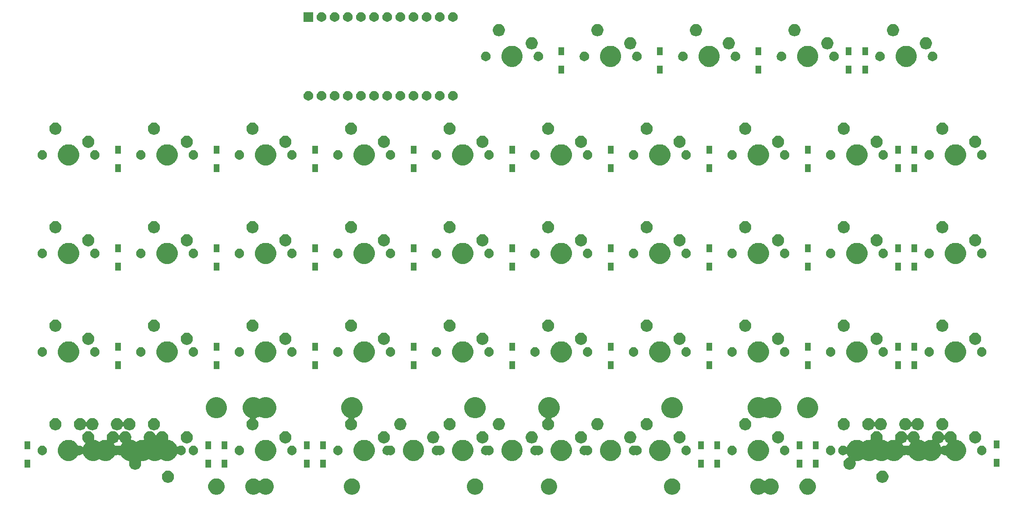
<source format=gts>
G04 #@! TF.GenerationSoftware,KiCad,Pcbnew,(5.1.4)-1*
G04 #@! TF.CreationDate,2021-09-03T02:52:05-10:00*
G04 #@! TF.ProjectId,oya45,6f796134-352e-46b6-9963-61645f706362,rev?*
G04 #@! TF.SameCoordinates,Original*
G04 #@! TF.FileFunction,Soldermask,Top*
G04 #@! TF.FilePolarity,Negative*
%FSLAX46Y46*%
G04 Gerber Fmt 4.6, Leading zero omitted, Abs format (unit mm)*
G04 Created by KiCad (PCBNEW (5.1.4)-1) date 2021-09-03 02:52:05*
%MOMM*%
%LPD*%
G04 APERTURE LIST*
%ADD10C,0.100000*%
G04 APERTURE END LIST*
D10*
G36*
X190720606Y-119723025D02*
G01*
X190959411Y-119770526D01*
X191078137Y-119819704D01*
X191246041Y-119889252D01*
X191246042Y-119889253D01*
X191504004Y-120061617D01*
X191599068Y-120156681D01*
X191618004Y-120172221D01*
X191639615Y-120183772D01*
X191663064Y-120190885D01*
X191687450Y-120193287D01*
X191711836Y-120190885D01*
X191735285Y-120183772D01*
X191756896Y-120172221D01*
X191775832Y-120156681D01*
X191870896Y-120061617D01*
X192128858Y-119889253D01*
X192128859Y-119889252D01*
X192296763Y-119819704D01*
X192415489Y-119770526D01*
X192654294Y-119723025D01*
X192719775Y-119710000D01*
X193030025Y-119710000D01*
X193095506Y-119723025D01*
X193334311Y-119770526D01*
X193453037Y-119819704D01*
X193620941Y-119889252D01*
X193620942Y-119889253D01*
X193878904Y-120061617D01*
X194098283Y-120280996D01*
X194192603Y-120422157D01*
X194270648Y-120538959D01*
X194389374Y-120825590D01*
X194449900Y-121129875D01*
X194449900Y-121440125D01*
X194389374Y-121744410D01*
X194270648Y-122031041D01*
X194270647Y-122031042D01*
X194098283Y-122289004D01*
X193878904Y-122508383D01*
X193706539Y-122623553D01*
X193620941Y-122680748D01*
X193453037Y-122750296D01*
X193334311Y-122799474D01*
X193030025Y-122860000D01*
X192719775Y-122860000D01*
X192415489Y-122799474D01*
X192296763Y-122750296D01*
X192128859Y-122680748D01*
X192043261Y-122623553D01*
X191870896Y-122508383D01*
X191775832Y-122413319D01*
X191756896Y-122397779D01*
X191735285Y-122386228D01*
X191711836Y-122379115D01*
X191687450Y-122376713D01*
X191663064Y-122379115D01*
X191639615Y-122386228D01*
X191618004Y-122397779D01*
X191599068Y-122413319D01*
X191504004Y-122508383D01*
X191331639Y-122623553D01*
X191246041Y-122680748D01*
X191078137Y-122750296D01*
X190959411Y-122799474D01*
X190655125Y-122860000D01*
X190344875Y-122860000D01*
X190040589Y-122799474D01*
X189921863Y-122750296D01*
X189753959Y-122680748D01*
X189668361Y-122623553D01*
X189495996Y-122508383D01*
X189276617Y-122289004D01*
X189104253Y-122031042D01*
X189104252Y-122031041D01*
X188985526Y-121744410D01*
X188925000Y-121440125D01*
X188925000Y-121129875D01*
X188985526Y-120825590D01*
X189104252Y-120538959D01*
X189182297Y-120422157D01*
X189276617Y-120280996D01*
X189495996Y-120061617D01*
X189753958Y-119889253D01*
X189753959Y-119889252D01*
X189921863Y-119819704D01*
X190040589Y-119770526D01*
X190279394Y-119723025D01*
X190344875Y-119710000D01*
X190655125Y-119710000D01*
X190720606Y-119723025D01*
X190720606Y-119723025D01*
G37*
G36*
X150239356Y-119723025D02*
G01*
X150478161Y-119770526D01*
X150596887Y-119819704D01*
X150764791Y-119889252D01*
X150764792Y-119889253D01*
X151022754Y-120061617D01*
X151242133Y-120280996D01*
X151336453Y-120422157D01*
X151414498Y-120538959D01*
X151533224Y-120825590D01*
X151593750Y-121129875D01*
X151593750Y-121440125D01*
X151533224Y-121744410D01*
X151414498Y-122031041D01*
X151414497Y-122031042D01*
X151242133Y-122289004D01*
X151022754Y-122508383D01*
X150850389Y-122623553D01*
X150764791Y-122680748D01*
X150596887Y-122750296D01*
X150478161Y-122799474D01*
X150173875Y-122860000D01*
X149863625Y-122860000D01*
X149559339Y-122799474D01*
X149440613Y-122750296D01*
X149272709Y-122680748D01*
X149187111Y-122623553D01*
X149014746Y-122508383D01*
X148795367Y-122289004D01*
X148623003Y-122031042D01*
X148623002Y-122031041D01*
X148504276Y-121744410D01*
X148443750Y-121440125D01*
X148443750Y-121129875D01*
X148504276Y-120825590D01*
X148623002Y-120538959D01*
X148701047Y-120422157D01*
X148795367Y-120280996D01*
X149014746Y-120061617D01*
X149272708Y-119889253D01*
X149272709Y-119889252D01*
X149440613Y-119819704D01*
X149559339Y-119770526D01*
X149798144Y-119723025D01*
X149863625Y-119710000D01*
X150173875Y-119710000D01*
X150239356Y-119723025D01*
X150239356Y-119723025D01*
G37*
G36*
X174051856Y-119723025D02*
G01*
X174290661Y-119770526D01*
X174409387Y-119819704D01*
X174577291Y-119889252D01*
X174577292Y-119889253D01*
X174835254Y-120061617D01*
X175054633Y-120280996D01*
X175148953Y-120422157D01*
X175226998Y-120538959D01*
X175345724Y-120825590D01*
X175406250Y-121129875D01*
X175406250Y-121440125D01*
X175345724Y-121744410D01*
X175226998Y-122031041D01*
X175226997Y-122031042D01*
X175054633Y-122289004D01*
X174835254Y-122508383D01*
X174662889Y-122623553D01*
X174577291Y-122680748D01*
X174409387Y-122750296D01*
X174290661Y-122799474D01*
X173986375Y-122860000D01*
X173676125Y-122860000D01*
X173371839Y-122799474D01*
X173253113Y-122750296D01*
X173085209Y-122680748D01*
X172999611Y-122623553D01*
X172827246Y-122508383D01*
X172607867Y-122289004D01*
X172435503Y-122031042D01*
X172435502Y-122031041D01*
X172316776Y-121744410D01*
X172256250Y-121440125D01*
X172256250Y-121129875D01*
X172316776Y-120825590D01*
X172435502Y-120538959D01*
X172513547Y-120422157D01*
X172607867Y-120280996D01*
X172827246Y-120061617D01*
X173085208Y-119889253D01*
X173085209Y-119889252D01*
X173253113Y-119819704D01*
X173371839Y-119770526D01*
X173610644Y-119723025D01*
X173676125Y-119710000D01*
X173986375Y-119710000D01*
X174051856Y-119723025D01*
X174051856Y-119723025D01*
G37*
G36*
X93095706Y-119723025D02*
G01*
X93334511Y-119770526D01*
X93453237Y-119819704D01*
X93621141Y-119889252D01*
X93621142Y-119889253D01*
X93879104Y-120061617D01*
X93974168Y-120156681D01*
X93993104Y-120172221D01*
X94014715Y-120183772D01*
X94038164Y-120190885D01*
X94062550Y-120193287D01*
X94086936Y-120190885D01*
X94110385Y-120183772D01*
X94131996Y-120172221D01*
X94150932Y-120156681D01*
X94245996Y-120061617D01*
X94503958Y-119889253D01*
X94503959Y-119889252D01*
X94671863Y-119819704D01*
X94790589Y-119770526D01*
X95029394Y-119723025D01*
X95094875Y-119710000D01*
X95405125Y-119710000D01*
X95470606Y-119723025D01*
X95709411Y-119770526D01*
X95828137Y-119819704D01*
X95996041Y-119889252D01*
X95996042Y-119889253D01*
X96254004Y-120061617D01*
X96473383Y-120280996D01*
X96567703Y-120422157D01*
X96645748Y-120538959D01*
X96764474Y-120825590D01*
X96825000Y-121129875D01*
X96825000Y-121440125D01*
X96764474Y-121744410D01*
X96645748Y-122031041D01*
X96645747Y-122031042D01*
X96473383Y-122289004D01*
X96254004Y-122508383D01*
X96081639Y-122623553D01*
X95996041Y-122680748D01*
X95828137Y-122750296D01*
X95709411Y-122799474D01*
X95405125Y-122860000D01*
X95094875Y-122860000D01*
X94790589Y-122799474D01*
X94671863Y-122750296D01*
X94503959Y-122680748D01*
X94418361Y-122623553D01*
X94245996Y-122508383D01*
X94150932Y-122413319D01*
X94131996Y-122397779D01*
X94110385Y-122386228D01*
X94086936Y-122379115D01*
X94062550Y-122376713D01*
X94038164Y-122379115D01*
X94014715Y-122386228D01*
X93993104Y-122397779D01*
X93974168Y-122413319D01*
X93879104Y-122508383D01*
X93706739Y-122623553D01*
X93621141Y-122680748D01*
X93453237Y-122750296D01*
X93334511Y-122799474D01*
X93030225Y-122860000D01*
X92719975Y-122860000D01*
X92415689Y-122799474D01*
X92296963Y-122750296D01*
X92129059Y-122680748D01*
X92043461Y-122623553D01*
X91871096Y-122508383D01*
X91651717Y-122289004D01*
X91479353Y-122031042D01*
X91479352Y-122031041D01*
X91360626Y-121744410D01*
X91300100Y-121440125D01*
X91300100Y-121129875D01*
X91360626Y-120825590D01*
X91479352Y-120538959D01*
X91557397Y-120422157D01*
X91651717Y-120280996D01*
X91871096Y-120061617D01*
X92129058Y-119889253D01*
X92129059Y-119889252D01*
X92296963Y-119819704D01*
X92415689Y-119770526D01*
X92654494Y-119723025D01*
X92719975Y-119710000D01*
X93030225Y-119710000D01*
X93095706Y-119723025D01*
X93095706Y-119723025D01*
G37*
G36*
X112139356Y-119723025D02*
G01*
X112378161Y-119770526D01*
X112496887Y-119819704D01*
X112664791Y-119889252D01*
X112664792Y-119889253D01*
X112922754Y-120061617D01*
X113142133Y-120280996D01*
X113236453Y-120422157D01*
X113314498Y-120538959D01*
X113433224Y-120825590D01*
X113493750Y-121129875D01*
X113493750Y-121440125D01*
X113433224Y-121744410D01*
X113314498Y-122031041D01*
X113314497Y-122031042D01*
X113142133Y-122289004D01*
X112922754Y-122508383D01*
X112750389Y-122623553D01*
X112664791Y-122680748D01*
X112496887Y-122750296D01*
X112378161Y-122799474D01*
X112073875Y-122860000D01*
X111763625Y-122860000D01*
X111459339Y-122799474D01*
X111340613Y-122750296D01*
X111172709Y-122680748D01*
X111087111Y-122623553D01*
X110914746Y-122508383D01*
X110695367Y-122289004D01*
X110523003Y-122031042D01*
X110523002Y-122031041D01*
X110404276Y-121744410D01*
X110343750Y-121440125D01*
X110343750Y-121129875D01*
X110404276Y-120825590D01*
X110523002Y-120538959D01*
X110601047Y-120422157D01*
X110695367Y-120280996D01*
X110914746Y-120061617D01*
X111172708Y-119889253D01*
X111172709Y-119889252D01*
X111340613Y-119819704D01*
X111459339Y-119770526D01*
X111698144Y-119723025D01*
X111763625Y-119710000D01*
X112073875Y-119710000D01*
X112139356Y-119723025D01*
X112139356Y-119723025D01*
G37*
G36*
X135951856Y-119723025D02*
G01*
X136190661Y-119770526D01*
X136309387Y-119819704D01*
X136477291Y-119889252D01*
X136477292Y-119889253D01*
X136735254Y-120061617D01*
X136954633Y-120280996D01*
X137048953Y-120422157D01*
X137126998Y-120538959D01*
X137245724Y-120825590D01*
X137306250Y-121129875D01*
X137306250Y-121440125D01*
X137245724Y-121744410D01*
X137126998Y-122031041D01*
X137126997Y-122031042D01*
X136954633Y-122289004D01*
X136735254Y-122508383D01*
X136562889Y-122623553D01*
X136477291Y-122680748D01*
X136309387Y-122750296D01*
X136190661Y-122799474D01*
X135886375Y-122860000D01*
X135576125Y-122860000D01*
X135271839Y-122799474D01*
X135153113Y-122750296D01*
X134985209Y-122680748D01*
X134899611Y-122623553D01*
X134727246Y-122508383D01*
X134507867Y-122289004D01*
X134335503Y-122031042D01*
X134335502Y-122031041D01*
X134216776Y-121744410D01*
X134156250Y-121440125D01*
X134156250Y-121129875D01*
X134216776Y-120825590D01*
X134335502Y-120538959D01*
X134413547Y-120422157D01*
X134507867Y-120280996D01*
X134727246Y-120061617D01*
X134985208Y-119889253D01*
X134985209Y-119889252D01*
X135153113Y-119819704D01*
X135271839Y-119770526D01*
X135510644Y-119723025D01*
X135576125Y-119710000D01*
X135886375Y-119710000D01*
X135951856Y-119723025D01*
X135951856Y-119723025D01*
G37*
G36*
X200245606Y-119723025D02*
G01*
X200484411Y-119770526D01*
X200603137Y-119819704D01*
X200771041Y-119889252D01*
X200771042Y-119889253D01*
X201029004Y-120061617D01*
X201248383Y-120280996D01*
X201342703Y-120422157D01*
X201420748Y-120538959D01*
X201539474Y-120825590D01*
X201600000Y-121129875D01*
X201600000Y-121440125D01*
X201539474Y-121744410D01*
X201420748Y-122031041D01*
X201420747Y-122031042D01*
X201248383Y-122289004D01*
X201029004Y-122508383D01*
X200856639Y-122623553D01*
X200771041Y-122680748D01*
X200603137Y-122750296D01*
X200484411Y-122799474D01*
X200180125Y-122860000D01*
X199869875Y-122860000D01*
X199565589Y-122799474D01*
X199446863Y-122750296D01*
X199278959Y-122680748D01*
X199193361Y-122623553D01*
X199020996Y-122508383D01*
X198801617Y-122289004D01*
X198629253Y-122031042D01*
X198629252Y-122031041D01*
X198510526Y-121744410D01*
X198450000Y-121440125D01*
X198450000Y-121129875D01*
X198510526Y-120825590D01*
X198629252Y-120538959D01*
X198707297Y-120422157D01*
X198801617Y-120280996D01*
X199020996Y-120061617D01*
X199278958Y-119889253D01*
X199278959Y-119889252D01*
X199446863Y-119819704D01*
X199565589Y-119770526D01*
X199804394Y-119723025D01*
X199869875Y-119710000D01*
X200180125Y-119710000D01*
X200245606Y-119723025D01*
X200245606Y-119723025D01*
G37*
G36*
X85945606Y-119723025D02*
G01*
X86184411Y-119770526D01*
X86303137Y-119819704D01*
X86471041Y-119889252D01*
X86471042Y-119889253D01*
X86729004Y-120061617D01*
X86948383Y-120280996D01*
X87042703Y-120422157D01*
X87120748Y-120538959D01*
X87239474Y-120825590D01*
X87300000Y-121129875D01*
X87300000Y-121440125D01*
X87239474Y-121744410D01*
X87120748Y-122031041D01*
X87120747Y-122031042D01*
X86948383Y-122289004D01*
X86729004Y-122508383D01*
X86556639Y-122623553D01*
X86471041Y-122680748D01*
X86303137Y-122750296D01*
X86184411Y-122799474D01*
X85880125Y-122860000D01*
X85569875Y-122860000D01*
X85265589Y-122799474D01*
X85146863Y-122750296D01*
X84978959Y-122680748D01*
X84893361Y-122623553D01*
X84720996Y-122508383D01*
X84501617Y-122289004D01*
X84329253Y-122031042D01*
X84329252Y-122031041D01*
X84210526Y-121744410D01*
X84150000Y-121440125D01*
X84150000Y-121129875D01*
X84210526Y-120825590D01*
X84329252Y-120538959D01*
X84407297Y-120422157D01*
X84501617Y-120280996D01*
X84720996Y-120061617D01*
X84978958Y-119889253D01*
X84978959Y-119889252D01*
X85146863Y-119819704D01*
X85265589Y-119770526D01*
X85504394Y-119723025D01*
X85569875Y-119710000D01*
X85880125Y-119710000D01*
X85945606Y-119723025D01*
X85945606Y-119723025D01*
G37*
G36*
X214662810Y-118219064D02*
G01*
X214814277Y-118249193D01*
X215028295Y-118337842D01*
X215028296Y-118337843D01*
X215220904Y-118466539D01*
X215384711Y-118630346D01*
X215470508Y-118758751D01*
X215513408Y-118822955D01*
X215602057Y-119036973D01*
X215647250Y-119264174D01*
X215647250Y-119495826D01*
X215602057Y-119723027D01*
X215513408Y-119937045D01*
X215513407Y-119937046D01*
X215384711Y-120129654D01*
X215220904Y-120293461D01*
X215092499Y-120379258D01*
X215028295Y-120422158D01*
X214814277Y-120510807D01*
X214672752Y-120538958D01*
X214587077Y-120556000D01*
X214355423Y-120556000D01*
X214269748Y-120538958D01*
X214128223Y-120510807D01*
X213914205Y-120422158D01*
X213850001Y-120379258D01*
X213721596Y-120293461D01*
X213557789Y-120129654D01*
X213429093Y-119937046D01*
X213429092Y-119937045D01*
X213340443Y-119723027D01*
X213295250Y-119495826D01*
X213295250Y-119264174D01*
X213340443Y-119036973D01*
X213429092Y-118822955D01*
X213471992Y-118758751D01*
X213557789Y-118630346D01*
X213721596Y-118466539D01*
X213914204Y-118337843D01*
X213914205Y-118337842D01*
X214128223Y-118249193D01*
X214279690Y-118219064D01*
X214355423Y-118204000D01*
X214587077Y-118204000D01*
X214662810Y-118219064D01*
X214662810Y-118219064D01*
G37*
G36*
X76550310Y-118219064D02*
G01*
X76701777Y-118249193D01*
X76915795Y-118337842D01*
X76915796Y-118337843D01*
X77108404Y-118466539D01*
X77272211Y-118630346D01*
X77358008Y-118758751D01*
X77400908Y-118822955D01*
X77489557Y-119036973D01*
X77534750Y-119264174D01*
X77534750Y-119495826D01*
X77489557Y-119723027D01*
X77400908Y-119937045D01*
X77400907Y-119937046D01*
X77272211Y-120129654D01*
X77108404Y-120293461D01*
X76979999Y-120379258D01*
X76915795Y-120422158D01*
X76701777Y-120510807D01*
X76560252Y-120538958D01*
X76474577Y-120556000D01*
X76242923Y-120556000D01*
X76157248Y-120538958D01*
X76015723Y-120510807D01*
X75801705Y-120422158D01*
X75737501Y-120379258D01*
X75609096Y-120293461D01*
X75445289Y-120129654D01*
X75316593Y-119937046D01*
X75316592Y-119937045D01*
X75227943Y-119723027D01*
X75182750Y-119495826D01*
X75182750Y-119264174D01*
X75227943Y-119036973D01*
X75316592Y-118822955D01*
X75359492Y-118758751D01*
X75445289Y-118630346D01*
X75609096Y-118466539D01*
X75801704Y-118337843D01*
X75801705Y-118337842D01*
X76015723Y-118249193D01*
X76167190Y-118219064D01*
X76242923Y-118204000D01*
X76474577Y-118204000D01*
X76550310Y-118219064D01*
X76550310Y-118219064D01*
G37*
G36*
X213551560Y-110599064D02*
G01*
X213703027Y-110629193D01*
X213917045Y-110717842D01*
X213917046Y-110717843D01*
X214109654Y-110846539D01*
X214273461Y-111010346D01*
X214359258Y-111138751D01*
X214402158Y-111202955D01*
X214490807Y-111416973D01*
X214536000Y-111644174D01*
X214536000Y-111875826D01*
X214490807Y-112103027D01*
X214490806Y-112103030D01*
X214489864Y-112107765D01*
X214485542Y-112122014D01*
X214483141Y-112146400D01*
X214485543Y-112170786D01*
X214492657Y-112194235D01*
X214504209Y-112215845D01*
X214519755Y-112234787D01*
X214538697Y-112250332D01*
X214560308Y-112261882D01*
X214583754Y-112268994D01*
X214908974Y-112333684D01*
X215126974Y-112423983D01*
X215281123Y-112487833D01*
X215313780Y-112509654D01*
X215433679Y-112589768D01*
X215455290Y-112601319D01*
X215478739Y-112608432D01*
X215503125Y-112610834D01*
X215527511Y-112608432D01*
X215550960Y-112601319D01*
X215572571Y-112589768D01*
X215692470Y-112509654D01*
X215725127Y-112487833D01*
X215879276Y-112423983D01*
X216097276Y-112333684D01*
X216492344Y-112255100D01*
X216869631Y-112255100D01*
X216894017Y-112252698D01*
X216917466Y-112245585D01*
X216939077Y-112234034D01*
X216958019Y-112218489D01*
X216973564Y-112199547D01*
X216985115Y-112177936D01*
X216992228Y-112154487D01*
X216994630Y-112130101D01*
X216992228Y-112105715D01*
X216946500Y-111875827D01*
X216946500Y-111644173D01*
X216991693Y-111416975D01*
X216991693Y-111416973D01*
X217080342Y-111202955D01*
X217123242Y-111138751D01*
X217209039Y-111010346D01*
X217372846Y-110846539D01*
X217565454Y-110717843D01*
X217565455Y-110717842D01*
X217779473Y-110629193D01*
X217930940Y-110599064D01*
X218006673Y-110584000D01*
X218238327Y-110584000D01*
X218314060Y-110599064D01*
X218465527Y-110629193D01*
X218679545Y-110717842D01*
X218679546Y-110717843D01*
X218872154Y-110846539D01*
X219035961Y-111010346D01*
X219121758Y-111138751D01*
X219164658Y-111202955D01*
X219197644Y-111282591D01*
X219209192Y-111304196D01*
X219224737Y-111323138D01*
X219243679Y-111338683D01*
X219265290Y-111350234D01*
X219288739Y-111357347D01*
X219313125Y-111359749D01*
X219337511Y-111357347D01*
X219360960Y-111350234D01*
X219382571Y-111338683D01*
X219401513Y-111323138D01*
X219417058Y-111304196D01*
X219428606Y-111282591D01*
X219461592Y-111202955D01*
X219504492Y-111138751D01*
X219590289Y-111010346D01*
X219754096Y-110846539D01*
X219946704Y-110717843D01*
X219946705Y-110717842D01*
X220160723Y-110629193D01*
X220312190Y-110599064D01*
X220387923Y-110584000D01*
X220619577Y-110584000D01*
X220695310Y-110599064D01*
X220846777Y-110629193D01*
X221060795Y-110717842D01*
X221060796Y-110717843D01*
X221253404Y-110846539D01*
X221417211Y-111010346D01*
X221503008Y-111138751D01*
X221545908Y-111202955D01*
X221634557Y-111416973D01*
X221679750Y-111644174D01*
X221679750Y-111875826D01*
X221634557Y-112103027D01*
X221634556Y-112103030D01*
X221633614Y-112107765D01*
X221629292Y-112122014D01*
X221626891Y-112146400D01*
X221629293Y-112170786D01*
X221636407Y-112194235D01*
X221647959Y-112215845D01*
X221663505Y-112234787D01*
X221682447Y-112250332D01*
X221704058Y-112261882D01*
X221727504Y-112268994D01*
X222052724Y-112333684D01*
X222270724Y-112423983D01*
X222424873Y-112487833D01*
X222457530Y-112509654D01*
X222577429Y-112589768D01*
X222599040Y-112601319D01*
X222622489Y-112608432D01*
X222646875Y-112610834D01*
X222671261Y-112608432D01*
X222694710Y-112601319D01*
X222716321Y-112589768D01*
X222836220Y-112509654D01*
X222868877Y-112487833D01*
X223023026Y-112423983D01*
X223241026Y-112333684D01*
X223636094Y-112255100D01*
X224013381Y-112255100D01*
X224037767Y-112252698D01*
X224061216Y-112245585D01*
X224082827Y-112234034D01*
X224101769Y-112218489D01*
X224117314Y-112199547D01*
X224128865Y-112177936D01*
X224135978Y-112154487D01*
X224138380Y-112130101D01*
X224135978Y-112105715D01*
X224090250Y-111875827D01*
X224090250Y-111644173D01*
X224135443Y-111416975D01*
X224135443Y-111416973D01*
X224224092Y-111202955D01*
X224266992Y-111138751D01*
X224352789Y-111010346D01*
X224516596Y-110846539D01*
X224709204Y-110717843D01*
X224709205Y-110717842D01*
X224923223Y-110629193D01*
X225074690Y-110599064D01*
X225150423Y-110584000D01*
X225382077Y-110584000D01*
X225457810Y-110599064D01*
X225609277Y-110629193D01*
X225823295Y-110717842D01*
X225823296Y-110717843D01*
X226015904Y-110846539D01*
X226179711Y-111010346D01*
X226265508Y-111138751D01*
X226308408Y-111202955D01*
X226341394Y-111282591D01*
X226352942Y-111304196D01*
X226368487Y-111323138D01*
X226387429Y-111338683D01*
X226409040Y-111350234D01*
X226432489Y-111357347D01*
X226456875Y-111359749D01*
X226481261Y-111357347D01*
X226504710Y-111350234D01*
X226526321Y-111338683D01*
X226545263Y-111323138D01*
X226560808Y-111304196D01*
X226572356Y-111282591D01*
X226605342Y-111202955D01*
X226648242Y-111138751D01*
X226734039Y-111010346D01*
X226897846Y-110846539D01*
X227090454Y-110717843D01*
X227090455Y-110717842D01*
X227304473Y-110629193D01*
X227455940Y-110599064D01*
X227531673Y-110584000D01*
X227763327Y-110584000D01*
X227839060Y-110599064D01*
X227990527Y-110629193D01*
X228204545Y-110717842D01*
X228204546Y-110717843D01*
X228397154Y-110846539D01*
X228560961Y-111010346D01*
X228646758Y-111138751D01*
X228689658Y-111202955D01*
X228778307Y-111416973D01*
X228823500Y-111644174D01*
X228823500Y-111875826D01*
X228778307Y-112103027D01*
X228778306Y-112103030D01*
X228777364Y-112107765D01*
X228773042Y-112122014D01*
X228770641Y-112146400D01*
X228773043Y-112170786D01*
X228780157Y-112194235D01*
X228791709Y-112215845D01*
X228807255Y-112234787D01*
X228826197Y-112250332D01*
X228847808Y-112261882D01*
X228871254Y-112268994D01*
X229196474Y-112333684D01*
X229414474Y-112423983D01*
X229568623Y-112487833D01*
X229903548Y-112711623D01*
X230188377Y-112996452D01*
X230412167Y-113331377D01*
X230447433Y-113416518D01*
X230566316Y-113703526D01*
X230644900Y-114098594D01*
X230644900Y-114501406D01*
X230566316Y-114896474D01*
X230515451Y-115019272D01*
X230412167Y-115268623D01*
X230188377Y-115603548D01*
X229903548Y-115888377D01*
X229568623Y-116112167D01*
X229414474Y-116176017D01*
X229196474Y-116266316D01*
X228801406Y-116344900D01*
X228398594Y-116344900D01*
X228003526Y-116266316D01*
X227785526Y-116176017D01*
X227631377Y-116112167D01*
X227296452Y-115888377D01*
X227011623Y-115603548D01*
X226790281Y-115272287D01*
X226774735Y-115253345D01*
X226755794Y-115237800D01*
X226734183Y-115226249D01*
X226710734Y-115219136D01*
X226686348Y-115216734D01*
X226661962Y-115219136D01*
X226627454Y-115226000D01*
X226445047Y-115226000D01*
X226266146Y-115190415D01*
X226097624Y-115120611D01*
X225945959Y-115019272D01*
X225941753Y-115015066D01*
X225922822Y-114999530D01*
X225901211Y-114987979D01*
X225877762Y-114980866D01*
X225853376Y-114978464D01*
X225828990Y-114980866D01*
X225805541Y-114987979D01*
X225783930Y-114999530D01*
X225764988Y-115015075D01*
X225749443Y-115034017D01*
X225737892Y-115055628D01*
X225649667Y-115268623D01*
X225425877Y-115603548D01*
X225141048Y-115888377D01*
X224806123Y-116112167D01*
X224651974Y-116176017D01*
X224433974Y-116266316D01*
X224038906Y-116344900D01*
X223636094Y-116344900D01*
X223241026Y-116266316D01*
X223023026Y-116176017D01*
X222868877Y-116112167D01*
X222716319Y-116010231D01*
X222694710Y-115998681D01*
X222671261Y-115991568D01*
X222646875Y-115989166D01*
X222622489Y-115991568D01*
X222599040Y-115998681D01*
X222577431Y-116010231D01*
X222424873Y-116112167D01*
X222270724Y-116176017D01*
X222052724Y-116266316D01*
X221657656Y-116344900D01*
X221254844Y-116344900D01*
X220859776Y-116266316D01*
X220641776Y-116176017D01*
X220487627Y-116112167D01*
X220152702Y-115888377D01*
X219867873Y-115603548D01*
X219646531Y-115272287D01*
X219630985Y-115253345D01*
X219612044Y-115237800D01*
X219590433Y-115226249D01*
X219566984Y-115219136D01*
X219542598Y-115216734D01*
X219518212Y-115219136D01*
X219483704Y-115226000D01*
X219301297Y-115226000D01*
X219122396Y-115190415D01*
X219122390Y-115190412D01*
X219121935Y-115190322D01*
X219099382Y-115183482D01*
X219074996Y-115181081D01*
X219050610Y-115183484D01*
X219028065Y-115190322D01*
X219027610Y-115190412D01*
X219027604Y-115190415D01*
X218848703Y-115226000D01*
X218666296Y-115226000D01*
X218631788Y-115219136D01*
X218607402Y-115216734D01*
X218583016Y-115219136D01*
X218559567Y-115226249D01*
X218537956Y-115237800D01*
X218519014Y-115253346D01*
X218503469Y-115272287D01*
X218282127Y-115603548D01*
X217997298Y-115888377D01*
X217662373Y-116112167D01*
X217508224Y-116176017D01*
X217290224Y-116266316D01*
X216895156Y-116344900D01*
X216492344Y-116344900D01*
X216097276Y-116266316D01*
X215879276Y-116176017D01*
X215725127Y-116112167D01*
X215572569Y-116010231D01*
X215550960Y-115998681D01*
X215527511Y-115991568D01*
X215503125Y-115989166D01*
X215478739Y-115991568D01*
X215455290Y-115998681D01*
X215433681Y-116010231D01*
X215281123Y-116112167D01*
X215126974Y-116176017D01*
X214908974Y-116266316D01*
X214513906Y-116344900D01*
X214111094Y-116344900D01*
X213716026Y-116266316D01*
X213498026Y-116176017D01*
X213343877Y-116112167D01*
X213191319Y-116010231D01*
X213169710Y-115998681D01*
X213146261Y-115991568D01*
X213121875Y-115989166D01*
X213097489Y-115991568D01*
X213074040Y-115998681D01*
X213052431Y-116010231D01*
X212899873Y-116112167D01*
X212745724Y-116176017D01*
X212527724Y-116266316D01*
X212132656Y-116344900D01*
X211729844Y-116344900D01*
X211334776Y-116266316D01*
X211116776Y-116176017D01*
X210962627Y-116112167D01*
X210810069Y-116010231D01*
X210788460Y-115998681D01*
X210765011Y-115991568D01*
X210740625Y-115989166D01*
X210716239Y-115991568D01*
X210692790Y-115998681D01*
X210671181Y-116010231D01*
X210518623Y-116112167D01*
X210364474Y-116176017D01*
X210146474Y-116266316D01*
X209751406Y-116344900D01*
X209374119Y-116344900D01*
X209349733Y-116347302D01*
X209326284Y-116354415D01*
X209304673Y-116365966D01*
X209285731Y-116381511D01*
X209270186Y-116400453D01*
X209258635Y-116422064D01*
X209251522Y-116445513D01*
X209249120Y-116469899D01*
X209251522Y-116494285D01*
X209252056Y-116496972D01*
X209252057Y-116496973D01*
X209297250Y-116724174D01*
X209297250Y-116955826D01*
X209252057Y-117183027D01*
X209163408Y-117397045D01*
X209163407Y-117397046D01*
X209034711Y-117589654D01*
X208870904Y-117753461D01*
X208742499Y-117839258D01*
X208678295Y-117882158D01*
X208464277Y-117970807D01*
X208312810Y-118000936D01*
X208237077Y-118016000D01*
X208005423Y-118016000D01*
X207929690Y-118000936D01*
X207778223Y-117970807D01*
X207564205Y-117882158D01*
X207500001Y-117839258D01*
X207371596Y-117753461D01*
X207207789Y-117589654D01*
X207079093Y-117397046D01*
X207079092Y-117397045D01*
X206990443Y-117183027D01*
X206945250Y-116955826D01*
X206945250Y-116724174D01*
X206990443Y-116496973D01*
X207079092Y-116282955D01*
X207121992Y-116218751D01*
X207207789Y-116090346D01*
X207371596Y-115926539D01*
X207564204Y-115797843D01*
X207564205Y-115797842D01*
X207778223Y-115709193D01*
X207818939Y-115701094D01*
X207842385Y-115693982D01*
X207863996Y-115682431D01*
X207882938Y-115666886D01*
X207898483Y-115647944D01*
X207910034Y-115626333D01*
X207917147Y-115602884D01*
X207919549Y-115578498D01*
X207917147Y-115554112D01*
X207910034Y-115530663D01*
X207898483Y-115509052D01*
X207737833Y-115268623D01*
X207649608Y-115055628D01*
X207638057Y-115034017D01*
X207622512Y-115015075D01*
X207603570Y-114999530D01*
X207581959Y-114987979D01*
X207558510Y-114980866D01*
X207534124Y-114978464D01*
X207509738Y-114980866D01*
X207486289Y-114987979D01*
X207464678Y-114999530D01*
X207445747Y-115015066D01*
X207441541Y-115019272D01*
X207289876Y-115120611D01*
X207121354Y-115190415D01*
X206942453Y-115226000D01*
X206760047Y-115226000D01*
X206581146Y-115190415D01*
X206412624Y-115120611D01*
X206260959Y-115019272D01*
X206131978Y-114890291D01*
X206030639Y-114738626D01*
X205960835Y-114570104D01*
X205925250Y-114391203D01*
X205925250Y-114208797D01*
X205960835Y-114029896D01*
X206030639Y-113861374D01*
X206131978Y-113709709D01*
X206260959Y-113580728D01*
X206412624Y-113479389D01*
X206581146Y-113409585D01*
X206760047Y-113374000D01*
X206942453Y-113374000D01*
X207121354Y-113409585D01*
X207289876Y-113479389D01*
X207441541Y-113580728D01*
X207445747Y-113584934D01*
X207464678Y-113600470D01*
X207486289Y-113612021D01*
X207509738Y-113619134D01*
X207534124Y-113621536D01*
X207558510Y-113619134D01*
X207581959Y-113612021D01*
X207603570Y-113600470D01*
X207622512Y-113584925D01*
X207638057Y-113565983D01*
X207649608Y-113544372D01*
X207702567Y-113416518D01*
X207737833Y-113331377D01*
X207944885Y-113021502D01*
X218324201Y-113021502D01*
X218326603Y-113045888D01*
X218333716Y-113069337D01*
X218345267Y-113090948D01*
X218503469Y-113327713D01*
X218519015Y-113346655D01*
X218537956Y-113362200D01*
X218559567Y-113373751D01*
X218583016Y-113380864D01*
X218607402Y-113383266D01*
X218631788Y-113380864D01*
X218666296Y-113374000D01*
X218848703Y-113374000D01*
X219027604Y-113409585D01*
X219027610Y-113409588D01*
X219028065Y-113409678D01*
X219050618Y-113416518D01*
X219075004Y-113418919D01*
X219099390Y-113416516D01*
X219121935Y-113409678D01*
X219122390Y-113409588D01*
X219122396Y-113409585D01*
X219301297Y-113374000D01*
X219483704Y-113374000D01*
X219518212Y-113380864D01*
X219542598Y-113383266D01*
X219566984Y-113380864D01*
X219590433Y-113373751D01*
X219612044Y-113362200D01*
X219630986Y-113346654D01*
X219646531Y-113327713D01*
X219851135Y-113021502D01*
X225467951Y-113021502D01*
X225470353Y-113045888D01*
X225477466Y-113069337D01*
X225489016Y-113090946D01*
X225649667Y-113331377D01*
X225684933Y-113416518D01*
X225737892Y-113544372D01*
X225749443Y-113565983D01*
X225764988Y-113584925D01*
X225783930Y-113600470D01*
X225805541Y-113612021D01*
X225828990Y-113619134D01*
X225853376Y-113621536D01*
X225877762Y-113619134D01*
X225901211Y-113612021D01*
X225922822Y-113600470D01*
X225941753Y-113584934D01*
X225945959Y-113580728D01*
X226097624Y-113479389D01*
X226266146Y-113409585D01*
X226445047Y-113374000D01*
X226627454Y-113374000D01*
X226661962Y-113380864D01*
X226686348Y-113383266D01*
X226710734Y-113380864D01*
X226734183Y-113373751D01*
X226755794Y-113362200D01*
X226774736Y-113346654D01*
X226790281Y-113327713D01*
X226994885Y-113021502D01*
X227011623Y-112996452D01*
X227051975Y-112956100D01*
X227067515Y-112937164D01*
X227079066Y-112915553D01*
X227086179Y-112892104D01*
X227088581Y-112867718D01*
X227086179Y-112843332D01*
X227079066Y-112819883D01*
X227067515Y-112798272D01*
X227051970Y-112779330D01*
X227033032Y-112763789D01*
X226954960Y-112711623D01*
X226897846Y-112673461D01*
X226734039Y-112509654D01*
X226605343Y-112317046D01*
X226605342Y-112317045D01*
X226572356Y-112237409D01*
X226560808Y-112215804D01*
X226545263Y-112196862D01*
X226526321Y-112181317D01*
X226504710Y-112169766D01*
X226481261Y-112162653D01*
X226456875Y-112160251D01*
X226432489Y-112162653D01*
X226409040Y-112169766D01*
X226387429Y-112181317D01*
X226368487Y-112196862D01*
X226352942Y-112215804D01*
X226341394Y-112237409D01*
X226308408Y-112317045D01*
X226308407Y-112317046D01*
X226179711Y-112509654D01*
X226015904Y-112673461D01*
X225958790Y-112711623D01*
X225823295Y-112802158D01*
X225609277Y-112890807D01*
X225568561Y-112898906D01*
X225545115Y-112906018D01*
X225523504Y-112917569D01*
X225504562Y-112933114D01*
X225489017Y-112952056D01*
X225477466Y-112973667D01*
X225470353Y-112997116D01*
X225467951Y-113021502D01*
X219851135Y-113021502D01*
X219867873Y-112996452D01*
X219908225Y-112956100D01*
X219923765Y-112937164D01*
X219935316Y-112915553D01*
X219942429Y-112892104D01*
X219944831Y-112867718D01*
X219942429Y-112843332D01*
X219935316Y-112819883D01*
X219923765Y-112798272D01*
X219908220Y-112779330D01*
X219889282Y-112763789D01*
X219811210Y-112711623D01*
X219754096Y-112673461D01*
X219590289Y-112509654D01*
X219461593Y-112317046D01*
X219461592Y-112317045D01*
X219428606Y-112237409D01*
X219417058Y-112215804D01*
X219401513Y-112196862D01*
X219382571Y-112181317D01*
X219360960Y-112169766D01*
X219337511Y-112162653D01*
X219313125Y-112160251D01*
X219288739Y-112162653D01*
X219265290Y-112169766D01*
X219243679Y-112181317D01*
X219224737Y-112196862D01*
X219209192Y-112215804D01*
X219197644Y-112237409D01*
X219164658Y-112317045D01*
X219164657Y-112317046D01*
X219035961Y-112509654D01*
X218872154Y-112673461D01*
X218815040Y-112711623D01*
X218679545Y-112802158D01*
X218465527Y-112890807D01*
X218424811Y-112898906D01*
X218401365Y-112906018D01*
X218379754Y-112917569D01*
X218360812Y-112933114D01*
X218345267Y-112952056D01*
X218333716Y-112973667D01*
X218326603Y-112997116D01*
X218324201Y-113021502D01*
X207944885Y-113021502D01*
X207961623Y-112996452D01*
X208246452Y-112711623D01*
X208581377Y-112487833D01*
X208735526Y-112423983D01*
X208953526Y-112333684D01*
X209348594Y-112255100D01*
X209751406Y-112255100D01*
X210146474Y-112333684D01*
X210364474Y-112423983D01*
X210518623Y-112487833D01*
X210551280Y-112509654D01*
X210671179Y-112589768D01*
X210692790Y-112601319D01*
X210716239Y-112608432D01*
X210740625Y-112610834D01*
X210765011Y-112608432D01*
X210788460Y-112601319D01*
X210810071Y-112589768D01*
X210929970Y-112509654D01*
X210962627Y-112487833D01*
X211116776Y-112423983D01*
X211334776Y-112333684D01*
X211729844Y-112255100D01*
X212107131Y-112255100D01*
X212131517Y-112252698D01*
X212154966Y-112245585D01*
X212176577Y-112234034D01*
X212195519Y-112218489D01*
X212211064Y-112199547D01*
X212222615Y-112177936D01*
X212229728Y-112154487D01*
X212232130Y-112130101D01*
X212229728Y-112105715D01*
X212184000Y-111875827D01*
X212184000Y-111644173D01*
X212229193Y-111416975D01*
X212229193Y-111416973D01*
X212317842Y-111202955D01*
X212360742Y-111138751D01*
X212446539Y-111010346D01*
X212610346Y-110846539D01*
X212802954Y-110717843D01*
X212802955Y-110717842D01*
X213016973Y-110629193D01*
X213168440Y-110599064D01*
X213244173Y-110584000D01*
X213475827Y-110584000D01*
X213551560Y-110599064D01*
X213551560Y-110599064D01*
G37*
G36*
X61151560Y-110599064D02*
G01*
X61303027Y-110629193D01*
X61517045Y-110717842D01*
X61517046Y-110717843D01*
X61709654Y-110846539D01*
X61873461Y-111010346D01*
X61959258Y-111138751D01*
X62002158Y-111202955D01*
X62090807Y-111416973D01*
X62136000Y-111644174D01*
X62136000Y-111875826D01*
X62090807Y-112103027D01*
X62090806Y-112103030D01*
X62089864Y-112107765D01*
X62085542Y-112122014D01*
X62083141Y-112146400D01*
X62085543Y-112170786D01*
X62092657Y-112194235D01*
X62104209Y-112215845D01*
X62119755Y-112234787D01*
X62138697Y-112250332D01*
X62160308Y-112261882D01*
X62183754Y-112268994D01*
X62508974Y-112333684D01*
X62726974Y-112423983D01*
X62881123Y-112487833D01*
X62913780Y-112509654D01*
X63033679Y-112589768D01*
X63055290Y-112601319D01*
X63078739Y-112608432D01*
X63103125Y-112610834D01*
X63127511Y-112608432D01*
X63150960Y-112601319D01*
X63172571Y-112589768D01*
X63292470Y-112509654D01*
X63325127Y-112487833D01*
X63479276Y-112423983D01*
X63697276Y-112333684D01*
X64092344Y-112255100D01*
X64469631Y-112255100D01*
X64494017Y-112252698D01*
X64517466Y-112245585D01*
X64539077Y-112234034D01*
X64558019Y-112218489D01*
X64573564Y-112199547D01*
X64585115Y-112177936D01*
X64592228Y-112154487D01*
X64594630Y-112130101D01*
X64592228Y-112105715D01*
X64546500Y-111875827D01*
X64546500Y-111644173D01*
X64591693Y-111416975D01*
X64591693Y-111416973D01*
X64680342Y-111202955D01*
X64723242Y-111138751D01*
X64809039Y-111010346D01*
X64972846Y-110846539D01*
X65165454Y-110717843D01*
X65165455Y-110717842D01*
X65379473Y-110629193D01*
X65530940Y-110599064D01*
X65606673Y-110584000D01*
X65838327Y-110584000D01*
X65914060Y-110599064D01*
X66065527Y-110629193D01*
X66279545Y-110717842D01*
X66279546Y-110717843D01*
X66472154Y-110846539D01*
X66635961Y-111010346D01*
X66721758Y-111138751D01*
X66764658Y-111202955D01*
X66797644Y-111282591D01*
X66809192Y-111304196D01*
X66824737Y-111323138D01*
X66843679Y-111338683D01*
X66865290Y-111350234D01*
X66888739Y-111357347D01*
X66913125Y-111359749D01*
X66937511Y-111357347D01*
X66960960Y-111350234D01*
X66982571Y-111338683D01*
X67001513Y-111323138D01*
X67017058Y-111304196D01*
X67028606Y-111282591D01*
X67061592Y-111202955D01*
X67104492Y-111138751D01*
X67190289Y-111010346D01*
X67354096Y-110846539D01*
X67546704Y-110717843D01*
X67546705Y-110717842D01*
X67760723Y-110629193D01*
X67912190Y-110599064D01*
X67987923Y-110584000D01*
X68219577Y-110584000D01*
X68295310Y-110599064D01*
X68446777Y-110629193D01*
X68660795Y-110717842D01*
X68660796Y-110717843D01*
X68853404Y-110846539D01*
X69017211Y-111010346D01*
X69103008Y-111138751D01*
X69145908Y-111202955D01*
X69234557Y-111416973D01*
X69279750Y-111644174D01*
X69279750Y-111875826D01*
X69234557Y-112103027D01*
X69234556Y-112103030D01*
X69233614Y-112107765D01*
X69229292Y-112122014D01*
X69226891Y-112146400D01*
X69229293Y-112170786D01*
X69236407Y-112194235D01*
X69247959Y-112215845D01*
X69263505Y-112234787D01*
X69282447Y-112250332D01*
X69304058Y-112261882D01*
X69327504Y-112268994D01*
X69652724Y-112333684D01*
X69870724Y-112423983D01*
X70024873Y-112487833D01*
X70057530Y-112509654D01*
X70177429Y-112589768D01*
X70199040Y-112601319D01*
X70222489Y-112608432D01*
X70246875Y-112610834D01*
X70271261Y-112608432D01*
X70294710Y-112601319D01*
X70316321Y-112589768D01*
X70436220Y-112509654D01*
X70468877Y-112487833D01*
X70623026Y-112423983D01*
X70841026Y-112333684D01*
X71236094Y-112255100D01*
X71613381Y-112255100D01*
X71637767Y-112252698D01*
X71661216Y-112245585D01*
X71682827Y-112234034D01*
X71701769Y-112218489D01*
X71717314Y-112199547D01*
X71728865Y-112177936D01*
X71735978Y-112154487D01*
X71738380Y-112130101D01*
X71735978Y-112105715D01*
X71690250Y-111875827D01*
X71690250Y-111644173D01*
X71735443Y-111416975D01*
X71735443Y-111416973D01*
X71824092Y-111202955D01*
X71866992Y-111138751D01*
X71952789Y-111010346D01*
X72116596Y-110846539D01*
X72309204Y-110717843D01*
X72309205Y-110717842D01*
X72523223Y-110629193D01*
X72674690Y-110599064D01*
X72750423Y-110584000D01*
X72982077Y-110584000D01*
X73057810Y-110599064D01*
X73209277Y-110629193D01*
X73423295Y-110717842D01*
X73423296Y-110717843D01*
X73615904Y-110846539D01*
X73779711Y-111010346D01*
X73865508Y-111138751D01*
X73908408Y-111202955D01*
X73941394Y-111282591D01*
X73952942Y-111304196D01*
X73968487Y-111323138D01*
X73987429Y-111338683D01*
X74009040Y-111350234D01*
X74032489Y-111357347D01*
X74056875Y-111359749D01*
X74081261Y-111357347D01*
X74104710Y-111350234D01*
X74126321Y-111338683D01*
X74145263Y-111323138D01*
X74160808Y-111304196D01*
X74172356Y-111282591D01*
X74205342Y-111202955D01*
X74248242Y-111138751D01*
X74334039Y-111010346D01*
X74497846Y-110846539D01*
X74690454Y-110717843D01*
X74690455Y-110717842D01*
X74904473Y-110629193D01*
X75055940Y-110599064D01*
X75131673Y-110584000D01*
X75363327Y-110584000D01*
X75439060Y-110599064D01*
X75590527Y-110629193D01*
X75804545Y-110717842D01*
X75804546Y-110717843D01*
X75997154Y-110846539D01*
X76160961Y-111010346D01*
X76246758Y-111138751D01*
X76289658Y-111202955D01*
X76378307Y-111416973D01*
X76423500Y-111644174D01*
X76423500Y-111875826D01*
X76378307Y-112103027D01*
X76378306Y-112103030D01*
X76377364Y-112107765D01*
X76373042Y-112122014D01*
X76370641Y-112146400D01*
X76373043Y-112170786D01*
X76380157Y-112194235D01*
X76391709Y-112215845D01*
X76407255Y-112234787D01*
X76426197Y-112250332D01*
X76447808Y-112261882D01*
X76471254Y-112268994D01*
X76796474Y-112333684D01*
X77014474Y-112423983D01*
X77168623Y-112487833D01*
X77503548Y-112711623D01*
X77788377Y-112996452D01*
X78012167Y-113331377D01*
X78047433Y-113416518D01*
X78100392Y-113544372D01*
X78111943Y-113565983D01*
X78127488Y-113584925D01*
X78146430Y-113600470D01*
X78168041Y-113612021D01*
X78191490Y-113619134D01*
X78215876Y-113621536D01*
X78240262Y-113619134D01*
X78263711Y-113612021D01*
X78285322Y-113600470D01*
X78304253Y-113584934D01*
X78308459Y-113580728D01*
X78460124Y-113479389D01*
X78628646Y-113409585D01*
X78807547Y-113374000D01*
X78989953Y-113374000D01*
X79168854Y-113409585D01*
X79337376Y-113479389D01*
X79489041Y-113580728D01*
X79618022Y-113709709D01*
X79719361Y-113861374D01*
X79789165Y-114029896D01*
X79824750Y-114208797D01*
X79824750Y-114391203D01*
X79789165Y-114570104D01*
X79719361Y-114738626D01*
X79618022Y-114890291D01*
X79489041Y-115019272D01*
X79337376Y-115120611D01*
X79168854Y-115190415D01*
X78989953Y-115226000D01*
X78807547Y-115226000D01*
X78628646Y-115190415D01*
X78460124Y-115120611D01*
X78308459Y-115019272D01*
X78304253Y-115015066D01*
X78285322Y-114999530D01*
X78263711Y-114987979D01*
X78240262Y-114980866D01*
X78215876Y-114978464D01*
X78191490Y-114980866D01*
X78168041Y-114987979D01*
X78146430Y-114999530D01*
X78127488Y-115015075D01*
X78111943Y-115034017D01*
X78100392Y-115055628D01*
X78012167Y-115268623D01*
X77788377Y-115603548D01*
X77503548Y-115888377D01*
X77168623Y-116112167D01*
X77014474Y-116176017D01*
X76796474Y-116266316D01*
X76401406Y-116344900D01*
X75998594Y-116344900D01*
X75603526Y-116266316D01*
X75385526Y-116176017D01*
X75231377Y-116112167D01*
X75078819Y-116010231D01*
X75057210Y-115998681D01*
X75033761Y-115991568D01*
X75009375Y-115989166D01*
X74984989Y-115991568D01*
X74961540Y-115998681D01*
X74939931Y-116010231D01*
X74787373Y-116112167D01*
X74633224Y-116176017D01*
X74415224Y-116266316D01*
X74020156Y-116344900D01*
X73617344Y-116344900D01*
X73222276Y-116266316D01*
X73004276Y-116176017D01*
X72850127Y-116112167D01*
X72697569Y-116010231D01*
X72675960Y-115998681D01*
X72652511Y-115991568D01*
X72628125Y-115989166D01*
X72603739Y-115991568D01*
X72580290Y-115998681D01*
X72558681Y-116010231D01*
X72406123Y-116112167D01*
X72251974Y-116176017D01*
X72033974Y-116266316D01*
X71638906Y-116344900D01*
X71261619Y-116344900D01*
X71237233Y-116347302D01*
X71213784Y-116354415D01*
X71192173Y-116365966D01*
X71173231Y-116381511D01*
X71157686Y-116400453D01*
X71146135Y-116422064D01*
X71139022Y-116445513D01*
X71136620Y-116469899D01*
X71139022Y-116494285D01*
X71139556Y-116496972D01*
X71139557Y-116496973D01*
X71184750Y-116724174D01*
X71184750Y-116955826D01*
X71139557Y-117183027D01*
X71050908Y-117397045D01*
X71050907Y-117397046D01*
X70922211Y-117589654D01*
X70758404Y-117753461D01*
X70629999Y-117839258D01*
X70565795Y-117882158D01*
X70351777Y-117970807D01*
X70200310Y-118000936D01*
X70124577Y-118016000D01*
X69892923Y-118016000D01*
X69817190Y-118000936D01*
X69665723Y-117970807D01*
X69451705Y-117882158D01*
X69387501Y-117839258D01*
X69259096Y-117753461D01*
X69095289Y-117589654D01*
X68966593Y-117397046D01*
X68966592Y-117397045D01*
X68877943Y-117183027D01*
X68832750Y-116955826D01*
X68832750Y-116724174D01*
X68877943Y-116496973D01*
X68877944Y-116496970D01*
X68878886Y-116492235D01*
X68883208Y-116477986D01*
X68885609Y-116453600D01*
X68883207Y-116429214D01*
X68876093Y-116405765D01*
X68864541Y-116384155D01*
X68848995Y-116365213D01*
X68830053Y-116349668D01*
X68808442Y-116338118D01*
X68784996Y-116331006D01*
X68459776Y-116266316D01*
X68241776Y-116176017D01*
X68087627Y-116112167D01*
X67752702Y-115888377D01*
X67467873Y-115603548D01*
X67246531Y-115272287D01*
X67230985Y-115253345D01*
X67212044Y-115237800D01*
X67190433Y-115226249D01*
X67166984Y-115219136D01*
X67142598Y-115216734D01*
X67118212Y-115219136D01*
X67083704Y-115226000D01*
X66901297Y-115226000D01*
X66722396Y-115190415D01*
X66722390Y-115190412D01*
X66721935Y-115190322D01*
X66699382Y-115183482D01*
X66674996Y-115181081D01*
X66650610Y-115183484D01*
X66628065Y-115190322D01*
X66627610Y-115190412D01*
X66627604Y-115190415D01*
X66448703Y-115226000D01*
X66266296Y-115226000D01*
X66231788Y-115219136D01*
X66207402Y-115216734D01*
X66183016Y-115219136D01*
X66159567Y-115226249D01*
X66137956Y-115237800D01*
X66119014Y-115253346D01*
X66103469Y-115272287D01*
X65882127Y-115603548D01*
X65597298Y-115888377D01*
X65262373Y-116112167D01*
X65108224Y-116176017D01*
X64890224Y-116266316D01*
X64495156Y-116344900D01*
X64092344Y-116344900D01*
X63697276Y-116266316D01*
X63479276Y-116176017D01*
X63325127Y-116112167D01*
X63172569Y-116010231D01*
X63150960Y-115998681D01*
X63127511Y-115991568D01*
X63103125Y-115989166D01*
X63078739Y-115991568D01*
X63055290Y-115998681D01*
X63033681Y-116010231D01*
X62881123Y-116112167D01*
X62726974Y-116176017D01*
X62508974Y-116266316D01*
X62113906Y-116344900D01*
X61711094Y-116344900D01*
X61316026Y-116266316D01*
X61098026Y-116176017D01*
X60943877Y-116112167D01*
X60608952Y-115888377D01*
X60324123Y-115603548D01*
X60100333Y-115268623D01*
X60012108Y-115055628D01*
X60000557Y-115034017D01*
X59985012Y-115015075D01*
X59966070Y-114999530D01*
X59944459Y-114987979D01*
X59921010Y-114980866D01*
X59896624Y-114978464D01*
X59872238Y-114980866D01*
X59848789Y-114987979D01*
X59827178Y-114999530D01*
X59808247Y-115015066D01*
X59804041Y-115019272D01*
X59652376Y-115120611D01*
X59483854Y-115190415D01*
X59304953Y-115226000D01*
X59122546Y-115226000D01*
X59088038Y-115219136D01*
X59063652Y-115216734D01*
X59039266Y-115219136D01*
X59015817Y-115226249D01*
X58994206Y-115237800D01*
X58975264Y-115253346D01*
X58959719Y-115272287D01*
X58738377Y-115603548D01*
X58453548Y-115888377D01*
X58118623Y-116112167D01*
X57964474Y-116176017D01*
X57746474Y-116266316D01*
X57351406Y-116344900D01*
X56948594Y-116344900D01*
X56553526Y-116266316D01*
X56335526Y-116176017D01*
X56181377Y-116112167D01*
X55846452Y-115888377D01*
X55561623Y-115603548D01*
X55337833Y-115268623D01*
X55234549Y-115019272D01*
X55183684Y-114896474D01*
X55105100Y-114501406D01*
X55105100Y-114098594D01*
X55183684Y-113703526D01*
X55302567Y-113416518D01*
X55337833Y-113331377D01*
X55561623Y-112996452D01*
X55846452Y-112711623D01*
X56181377Y-112487833D01*
X56335526Y-112423983D01*
X56553526Y-112333684D01*
X56948594Y-112255100D01*
X57351406Y-112255100D01*
X57746474Y-112333684D01*
X57964474Y-112423983D01*
X58118623Y-112487833D01*
X58453548Y-112711623D01*
X58738377Y-112996452D01*
X58755115Y-113021502D01*
X58959719Y-113327713D01*
X58975265Y-113346655D01*
X58994206Y-113362200D01*
X59015817Y-113373751D01*
X59039266Y-113380864D01*
X59063652Y-113383266D01*
X59088038Y-113380864D01*
X59122546Y-113374000D01*
X59304953Y-113374000D01*
X59483854Y-113409585D01*
X59652376Y-113479389D01*
X59804041Y-113580728D01*
X59808247Y-113584934D01*
X59827178Y-113600470D01*
X59848789Y-113612021D01*
X59872238Y-113619134D01*
X59896624Y-113621536D01*
X59921010Y-113619134D01*
X59944459Y-113612021D01*
X59966070Y-113600470D01*
X59985012Y-113584925D01*
X60000557Y-113565983D01*
X60012108Y-113544372D01*
X60065067Y-113416518D01*
X60100333Y-113331377D01*
X60307385Y-113021502D01*
X65924201Y-113021502D01*
X65926603Y-113045888D01*
X65933716Y-113069337D01*
X65945267Y-113090948D01*
X66103469Y-113327713D01*
X66119015Y-113346655D01*
X66137956Y-113362200D01*
X66159567Y-113373751D01*
X66183016Y-113380864D01*
X66207402Y-113383266D01*
X66231788Y-113380864D01*
X66266296Y-113374000D01*
X66448703Y-113374000D01*
X66627604Y-113409585D01*
X66627610Y-113409588D01*
X66628065Y-113409678D01*
X66650618Y-113416518D01*
X66675004Y-113418919D01*
X66699390Y-113416516D01*
X66721935Y-113409678D01*
X66722390Y-113409588D01*
X66722396Y-113409585D01*
X66901297Y-113374000D01*
X67083704Y-113374000D01*
X67118212Y-113380864D01*
X67142598Y-113383266D01*
X67166984Y-113380864D01*
X67190433Y-113373751D01*
X67212044Y-113362200D01*
X67230986Y-113346654D01*
X67246531Y-113327713D01*
X67451135Y-113021502D01*
X67467873Y-112996452D01*
X67508225Y-112956100D01*
X67523765Y-112937164D01*
X67535316Y-112915553D01*
X67542429Y-112892104D01*
X67544831Y-112867718D01*
X67542429Y-112843332D01*
X67535316Y-112819883D01*
X67523765Y-112798272D01*
X67508220Y-112779330D01*
X67489282Y-112763789D01*
X67411210Y-112711623D01*
X67354096Y-112673461D01*
X67190289Y-112509654D01*
X67061593Y-112317046D01*
X67061592Y-112317045D01*
X67028606Y-112237409D01*
X67017058Y-112215804D01*
X67001513Y-112196862D01*
X66982571Y-112181317D01*
X66960960Y-112169766D01*
X66937511Y-112162653D01*
X66913125Y-112160251D01*
X66888739Y-112162653D01*
X66865290Y-112169766D01*
X66843679Y-112181317D01*
X66824737Y-112196862D01*
X66809192Y-112215804D01*
X66797644Y-112237409D01*
X66764658Y-112317045D01*
X66764657Y-112317046D01*
X66635961Y-112509654D01*
X66472154Y-112673461D01*
X66415040Y-112711623D01*
X66279545Y-112802158D01*
X66065527Y-112890807D01*
X66024811Y-112898906D01*
X66001365Y-112906018D01*
X65979754Y-112917569D01*
X65960812Y-112933114D01*
X65945267Y-112952056D01*
X65933716Y-112973667D01*
X65926603Y-112997116D01*
X65924201Y-113021502D01*
X60307385Y-113021502D01*
X60324123Y-112996452D01*
X60364475Y-112956100D01*
X60380015Y-112937164D01*
X60391566Y-112915553D01*
X60398679Y-112892104D01*
X60401081Y-112867718D01*
X60398679Y-112843332D01*
X60391566Y-112819883D01*
X60380015Y-112798272D01*
X60364470Y-112779330D01*
X60345532Y-112763789D01*
X60267460Y-112711623D01*
X60210346Y-112673461D01*
X60046539Y-112509654D01*
X59917843Y-112317046D01*
X59917842Y-112317045D01*
X59829193Y-112103027D01*
X59784000Y-111875826D01*
X59784000Y-111644174D01*
X59829193Y-111416973D01*
X59917842Y-111202955D01*
X59960742Y-111138751D01*
X60046539Y-111010346D01*
X60210346Y-110846539D01*
X60402954Y-110717843D01*
X60402955Y-110717842D01*
X60616973Y-110629193D01*
X60768440Y-110599064D01*
X60844173Y-110584000D01*
X61075827Y-110584000D01*
X61151560Y-110599064D01*
X61151560Y-110599064D01*
G37*
G36*
X84688500Y-117619750D02*
G01*
X83586500Y-117619750D01*
X83586500Y-116117750D01*
X84688500Y-116117750D01*
X84688500Y-117619750D01*
X84688500Y-117619750D01*
G37*
G36*
X49763500Y-117619750D02*
G01*
X48661500Y-117619750D01*
X48661500Y-116117750D01*
X49763500Y-116117750D01*
X49763500Y-117619750D01*
X49763500Y-117619750D01*
G37*
G36*
X87863500Y-117619750D02*
G01*
X86761500Y-117619750D01*
X86761500Y-116117750D01*
X87863500Y-116117750D01*
X87863500Y-117619750D01*
X87863500Y-117619750D01*
G37*
G36*
X103738500Y-117619750D02*
G01*
X102636500Y-117619750D01*
X102636500Y-116117750D01*
X103738500Y-116117750D01*
X103738500Y-117619750D01*
X103738500Y-117619750D01*
G37*
G36*
X179938500Y-117619750D02*
G01*
X178836500Y-117619750D01*
X178836500Y-116117750D01*
X179938500Y-116117750D01*
X179938500Y-117619750D01*
X179938500Y-117619750D01*
G37*
G36*
X183113500Y-117619750D02*
G01*
X182011500Y-117619750D01*
X182011500Y-116117750D01*
X183113500Y-116117750D01*
X183113500Y-117619750D01*
X183113500Y-117619750D01*
G37*
G36*
X198988500Y-117619750D02*
G01*
X197886500Y-117619750D01*
X197886500Y-116117750D01*
X198988500Y-116117750D01*
X198988500Y-117619750D01*
X198988500Y-117619750D01*
G37*
G36*
X202163500Y-117619750D02*
G01*
X201061500Y-117619750D01*
X201061500Y-116117750D01*
X202163500Y-116117750D01*
X202163500Y-117619750D01*
X202163500Y-117619750D01*
G37*
G36*
X106913500Y-117619750D02*
G01*
X105811500Y-117619750D01*
X105811500Y-116117750D01*
X106913500Y-116117750D01*
X106913500Y-117619750D01*
X106913500Y-117619750D01*
G37*
G36*
X237088500Y-117432250D02*
G01*
X235986500Y-117432250D01*
X235986500Y-115930250D01*
X237088500Y-115930250D01*
X237088500Y-117432250D01*
X237088500Y-117432250D01*
G37*
G36*
X95846474Y-112333684D02*
G01*
X96064474Y-112423983D01*
X96218623Y-112487833D01*
X96553548Y-112711623D01*
X96838377Y-112996452D01*
X97062167Y-113331377D01*
X97097433Y-113416518D01*
X97216316Y-113703526D01*
X97294900Y-114098594D01*
X97294900Y-114501406D01*
X97216316Y-114896474D01*
X97165451Y-115019272D01*
X97062167Y-115268623D01*
X96838377Y-115603548D01*
X96553548Y-115888377D01*
X96218623Y-116112167D01*
X96064474Y-116176017D01*
X95846474Y-116266316D01*
X95451406Y-116344900D01*
X95048594Y-116344900D01*
X94653526Y-116266316D01*
X94435526Y-116176017D01*
X94281377Y-116112167D01*
X93946452Y-115888377D01*
X93661623Y-115603548D01*
X93437833Y-115268623D01*
X93334549Y-115019272D01*
X93283684Y-114896474D01*
X93205100Y-114501406D01*
X93205100Y-114098594D01*
X93283684Y-113703526D01*
X93402567Y-113416518D01*
X93437833Y-113331377D01*
X93661623Y-112996452D01*
X93946452Y-112711623D01*
X94281377Y-112487833D01*
X94435526Y-112423983D01*
X94653526Y-112333684D01*
X95048594Y-112255100D01*
X95451406Y-112255100D01*
X95846474Y-112333684D01*
X95846474Y-112333684D01*
G37*
G36*
X172046474Y-112333684D02*
G01*
X172264474Y-112423983D01*
X172418623Y-112487833D01*
X172753548Y-112711623D01*
X173038377Y-112996452D01*
X173262167Y-113331377D01*
X173297433Y-113416518D01*
X173416316Y-113703526D01*
X173494900Y-114098594D01*
X173494900Y-114501406D01*
X173416316Y-114896474D01*
X173365451Y-115019272D01*
X173262167Y-115268623D01*
X173038377Y-115603548D01*
X172753548Y-115888377D01*
X172418623Y-116112167D01*
X172264474Y-116176017D01*
X172046474Y-116266316D01*
X171651406Y-116344900D01*
X171248594Y-116344900D01*
X170853526Y-116266316D01*
X170635526Y-116176017D01*
X170481377Y-116112167D01*
X170146452Y-115888377D01*
X169861623Y-115603548D01*
X169637833Y-115268623D01*
X169534549Y-115019272D01*
X169483684Y-114896474D01*
X169405100Y-114501406D01*
X169405100Y-114098594D01*
X169483684Y-113703526D01*
X169602567Y-113416518D01*
X169637833Y-113331377D01*
X169861623Y-112996452D01*
X170146452Y-112711623D01*
X170481377Y-112487833D01*
X170635526Y-112423983D01*
X170853526Y-112333684D01*
X171248594Y-112255100D01*
X171651406Y-112255100D01*
X172046474Y-112333684D01*
X172046474Y-112333684D01*
G37*
G36*
X124421474Y-112333684D02*
G01*
X124639474Y-112423983D01*
X124793623Y-112487833D01*
X125128548Y-112711623D01*
X125413377Y-112996452D01*
X125637167Y-113331377D01*
X125672433Y-113416518D01*
X125791316Y-113703526D01*
X125869900Y-114098594D01*
X125869900Y-114501406D01*
X125791316Y-114896474D01*
X125740451Y-115019272D01*
X125637167Y-115268623D01*
X125413377Y-115603548D01*
X125128548Y-115888377D01*
X124793623Y-116112167D01*
X124639474Y-116176017D01*
X124421474Y-116266316D01*
X124026406Y-116344900D01*
X123623594Y-116344900D01*
X123228526Y-116266316D01*
X123010526Y-116176017D01*
X122856377Y-116112167D01*
X122521452Y-115888377D01*
X122236623Y-115603548D01*
X122012833Y-115268623D01*
X121909549Y-115019272D01*
X121858684Y-114896474D01*
X121780100Y-114501406D01*
X121780100Y-114098594D01*
X121858684Y-113703526D01*
X121977567Y-113416518D01*
X122012833Y-113331377D01*
X122236623Y-112996452D01*
X122521452Y-112711623D01*
X122856377Y-112487833D01*
X123010526Y-112423983D01*
X123228526Y-112333684D01*
X123623594Y-112255100D01*
X124026406Y-112255100D01*
X124421474Y-112333684D01*
X124421474Y-112333684D01*
G37*
G36*
X133946474Y-112333684D02*
G01*
X134164474Y-112423983D01*
X134318623Y-112487833D01*
X134653548Y-112711623D01*
X134938377Y-112996452D01*
X135162167Y-113331377D01*
X135197433Y-113416518D01*
X135316316Y-113703526D01*
X135394900Y-114098594D01*
X135394900Y-114501406D01*
X135316316Y-114896474D01*
X135265451Y-115019272D01*
X135162167Y-115268623D01*
X134938377Y-115603548D01*
X134653548Y-115888377D01*
X134318623Y-116112167D01*
X134164474Y-116176017D01*
X133946474Y-116266316D01*
X133551406Y-116344900D01*
X133148594Y-116344900D01*
X132753526Y-116266316D01*
X132535526Y-116176017D01*
X132381377Y-116112167D01*
X132046452Y-115888377D01*
X131761623Y-115603548D01*
X131537833Y-115268623D01*
X131434549Y-115019272D01*
X131383684Y-114896474D01*
X131305100Y-114501406D01*
X131305100Y-114098594D01*
X131383684Y-113703526D01*
X131502567Y-113416518D01*
X131537833Y-113331377D01*
X131761623Y-112996452D01*
X132046452Y-112711623D01*
X132381377Y-112487833D01*
X132535526Y-112423983D01*
X132753526Y-112333684D01*
X133148594Y-112255100D01*
X133551406Y-112255100D01*
X133946474Y-112333684D01*
X133946474Y-112333684D01*
G37*
G36*
X143471474Y-112333684D02*
G01*
X143689474Y-112423983D01*
X143843623Y-112487833D01*
X144178548Y-112711623D01*
X144463377Y-112996452D01*
X144687167Y-113331377D01*
X144722433Y-113416518D01*
X144841316Y-113703526D01*
X144919900Y-114098594D01*
X144919900Y-114501406D01*
X144841316Y-114896474D01*
X144790451Y-115019272D01*
X144687167Y-115268623D01*
X144463377Y-115603548D01*
X144178548Y-115888377D01*
X143843623Y-116112167D01*
X143689474Y-116176017D01*
X143471474Y-116266316D01*
X143076406Y-116344900D01*
X142673594Y-116344900D01*
X142278526Y-116266316D01*
X142060526Y-116176017D01*
X141906377Y-116112167D01*
X141571452Y-115888377D01*
X141286623Y-115603548D01*
X141062833Y-115268623D01*
X140959549Y-115019272D01*
X140908684Y-114896474D01*
X140830100Y-114501406D01*
X140830100Y-114098594D01*
X140908684Y-113703526D01*
X141027567Y-113416518D01*
X141062833Y-113331377D01*
X141286623Y-112996452D01*
X141571452Y-112711623D01*
X141906377Y-112487833D01*
X142060526Y-112423983D01*
X142278526Y-112333684D01*
X142673594Y-112255100D01*
X143076406Y-112255100D01*
X143471474Y-112333684D01*
X143471474Y-112333684D01*
G37*
G36*
X152996474Y-112333684D02*
G01*
X153214474Y-112423983D01*
X153368623Y-112487833D01*
X153703548Y-112711623D01*
X153988377Y-112996452D01*
X154212167Y-113331377D01*
X154247433Y-113416518D01*
X154366316Y-113703526D01*
X154444900Y-114098594D01*
X154444900Y-114501406D01*
X154366316Y-114896474D01*
X154315451Y-115019272D01*
X154212167Y-115268623D01*
X153988377Y-115603548D01*
X153703548Y-115888377D01*
X153368623Y-116112167D01*
X153214474Y-116176017D01*
X152996474Y-116266316D01*
X152601406Y-116344900D01*
X152198594Y-116344900D01*
X151803526Y-116266316D01*
X151585526Y-116176017D01*
X151431377Y-116112167D01*
X151096452Y-115888377D01*
X150811623Y-115603548D01*
X150587833Y-115268623D01*
X150484549Y-115019272D01*
X150433684Y-114896474D01*
X150355100Y-114501406D01*
X150355100Y-114098594D01*
X150433684Y-113703526D01*
X150552567Y-113416518D01*
X150587833Y-113331377D01*
X150811623Y-112996452D01*
X151096452Y-112711623D01*
X151431377Y-112487833D01*
X151585526Y-112423983D01*
X151803526Y-112333684D01*
X152198594Y-112255100D01*
X152601406Y-112255100D01*
X152996474Y-112333684D01*
X152996474Y-112333684D01*
G37*
G36*
X191096474Y-112333684D02*
G01*
X191314474Y-112423983D01*
X191468623Y-112487833D01*
X191803548Y-112711623D01*
X192088377Y-112996452D01*
X192312167Y-113331377D01*
X192347433Y-113416518D01*
X192466316Y-113703526D01*
X192544900Y-114098594D01*
X192544900Y-114501406D01*
X192466316Y-114896474D01*
X192415451Y-115019272D01*
X192312167Y-115268623D01*
X192088377Y-115603548D01*
X191803548Y-115888377D01*
X191468623Y-116112167D01*
X191314474Y-116176017D01*
X191096474Y-116266316D01*
X190701406Y-116344900D01*
X190298594Y-116344900D01*
X189903526Y-116266316D01*
X189685526Y-116176017D01*
X189531377Y-116112167D01*
X189196452Y-115888377D01*
X188911623Y-115603548D01*
X188687833Y-115268623D01*
X188584549Y-115019272D01*
X188533684Y-114896474D01*
X188455100Y-114501406D01*
X188455100Y-114098594D01*
X188533684Y-113703526D01*
X188652567Y-113416518D01*
X188687833Y-113331377D01*
X188911623Y-112996452D01*
X189196452Y-112711623D01*
X189531377Y-112487833D01*
X189685526Y-112423983D01*
X189903526Y-112333684D01*
X190298594Y-112255100D01*
X190701406Y-112255100D01*
X191096474Y-112333684D01*
X191096474Y-112333684D01*
G37*
G36*
X162521474Y-112333684D02*
G01*
X162739474Y-112423983D01*
X162893623Y-112487833D01*
X163228548Y-112711623D01*
X163513377Y-112996452D01*
X163737167Y-113331377D01*
X163772433Y-113416518D01*
X163891316Y-113703526D01*
X163969900Y-114098594D01*
X163969900Y-114501406D01*
X163891316Y-114896474D01*
X163840451Y-115019272D01*
X163737167Y-115268623D01*
X163513377Y-115603548D01*
X163228548Y-115888377D01*
X162893623Y-116112167D01*
X162739474Y-116176017D01*
X162521474Y-116266316D01*
X162126406Y-116344900D01*
X161723594Y-116344900D01*
X161328526Y-116266316D01*
X161110526Y-116176017D01*
X160956377Y-116112167D01*
X160621452Y-115888377D01*
X160336623Y-115603548D01*
X160112833Y-115268623D01*
X160009549Y-115019272D01*
X159958684Y-114896474D01*
X159880100Y-114501406D01*
X159880100Y-114098594D01*
X159958684Y-113703526D01*
X160077567Y-113416518D01*
X160112833Y-113331377D01*
X160336623Y-112996452D01*
X160621452Y-112711623D01*
X160956377Y-112487833D01*
X161110526Y-112423983D01*
X161328526Y-112333684D01*
X161723594Y-112255100D01*
X162126406Y-112255100D01*
X162521474Y-112333684D01*
X162521474Y-112333684D01*
G37*
G36*
X114896474Y-112333684D02*
G01*
X115114474Y-112423983D01*
X115268623Y-112487833D01*
X115603548Y-112711623D01*
X115888377Y-112996452D01*
X116112167Y-113331377D01*
X116147433Y-113416518D01*
X116266316Y-113703526D01*
X116344900Y-114098594D01*
X116344900Y-114501406D01*
X116266316Y-114896474D01*
X116215451Y-115019272D01*
X116112167Y-115268623D01*
X115888377Y-115603548D01*
X115603548Y-115888377D01*
X115268623Y-116112167D01*
X115114474Y-116176017D01*
X114896474Y-116266316D01*
X114501406Y-116344900D01*
X114098594Y-116344900D01*
X113703526Y-116266316D01*
X113485526Y-116176017D01*
X113331377Y-116112167D01*
X112996452Y-115888377D01*
X112711623Y-115603548D01*
X112487833Y-115268623D01*
X112384549Y-115019272D01*
X112333684Y-114896474D01*
X112255100Y-114501406D01*
X112255100Y-114098594D01*
X112333684Y-113703526D01*
X112452567Y-113416518D01*
X112487833Y-113331377D01*
X112711623Y-112996452D01*
X112996452Y-112711623D01*
X113331377Y-112487833D01*
X113485526Y-112423983D01*
X113703526Y-112333684D01*
X114098594Y-112255100D01*
X114501406Y-112255100D01*
X114896474Y-112333684D01*
X114896474Y-112333684D01*
G37*
G36*
X204740104Y-113409585D02*
G01*
X204908626Y-113479389D01*
X205060291Y-113580728D01*
X205189272Y-113709709D01*
X205290611Y-113861374D01*
X205360415Y-114029896D01*
X205396000Y-114208797D01*
X205396000Y-114391203D01*
X205360415Y-114570104D01*
X205290611Y-114738626D01*
X205189272Y-114890291D01*
X205060291Y-115019272D01*
X204908626Y-115120611D01*
X204740104Y-115190415D01*
X204561203Y-115226000D01*
X204378797Y-115226000D01*
X204199896Y-115190415D01*
X204031374Y-115120611D01*
X203879709Y-115019272D01*
X203750728Y-114890291D01*
X203649389Y-114738626D01*
X203579585Y-114570104D01*
X203544000Y-114391203D01*
X203544000Y-114208797D01*
X203579585Y-114029896D01*
X203649389Y-113861374D01*
X203750728Y-113709709D01*
X203879709Y-113580728D01*
X204031374Y-113479389D01*
X204199896Y-113409585D01*
X204378797Y-113374000D01*
X204561203Y-113374000D01*
X204740104Y-113409585D01*
X204740104Y-113409585D01*
G37*
G36*
X176800104Y-113409585D02*
G01*
X176968626Y-113479389D01*
X177120291Y-113580728D01*
X177249272Y-113709709D01*
X177350611Y-113861374D01*
X177420415Y-114029896D01*
X177456000Y-114208797D01*
X177456000Y-114391203D01*
X177420415Y-114570104D01*
X177350611Y-114738626D01*
X177249272Y-114890291D01*
X177120291Y-115019272D01*
X176968626Y-115120611D01*
X176800104Y-115190415D01*
X176621203Y-115226000D01*
X176438797Y-115226000D01*
X176259896Y-115190415D01*
X176091374Y-115120611D01*
X175939709Y-115019272D01*
X175810728Y-114890291D01*
X175709389Y-114738626D01*
X175639585Y-114570104D01*
X175604000Y-114391203D01*
X175604000Y-114208797D01*
X175639585Y-114029896D01*
X175709389Y-113861374D01*
X175810728Y-113709709D01*
X175939709Y-113580728D01*
X176091374Y-113479389D01*
X176259896Y-113409585D01*
X176438797Y-113374000D01*
X176621203Y-113374000D01*
X176800104Y-113409585D01*
X176800104Y-113409585D01*
G37*
G36*
X166640104Y-113409585D02*
G01*
X166640110Y-113409588D01*
X166640565Y-113409678D01*
X166663118Y-113416518D01*
X166687504Y-113418919D01*
X166711890Y-113416516D01*
X166734435Y-113409678D01*
X166734890Y-113409588D01*
X166734896Y-113409585D01*
X166913797Y-113374000D01*
X167096203Y-113374000D01*
X167275104Y-113409585D01*
X167443626Y-113479389D01*
X167595291Y-113580728D01*
X167724272Y-113709709D01*
X167825611Y-113861374D01*
X167895415Y-114029896D01*
X167931000Y-114208797D01*
X167931000Y-114391203D01*
X167895415Y-114570104D01*
X167825611Y-114738626D01*
X167724272Y-114890291D01*
X167595291Y-115019272D01*
X167443626Y-115120611D01*
X167275104Y-115190415D01*
X167096203Y-115226000D01*
X166913797Y-115226000D01*
X166734896Y-115190415D01*
X166734890Y-115190412D01*
X166734435Y-115190322D01*
X166711882Y-115183482D01*
X166687496Y-115181081D01*
X166663110Y-115183484D01*
X166640565Y-115190322D01*
X166640110Y-115190412D01*
X166640104Y-115190415D01*
X166461203Y-115226000D01*
X166278797Y-115226000D01*
X166099896Y-115190415D01*
X165931374Y-115120611D01*
X165779709Y-115019272D01*
X165650728Y-114890291D01*
X165549389Y-114738626D01*
X165479585Y-114570104D01*
X165444000Y-114391203D01*
X165444000Y-114208797D01*
X165479585Y-114029896D01*
X165549389Y-113861374D01*
X165650728Y-113709709D01*
X165779709Y-113580728D01*
X165931374Y-113479389D01*
X166099896Y-113409585D01*
X166278797Y-113374000D01*
X166461203Y-113374000D01*
X166640104Y-113409585D01*
X166640104Y-113409585D01*
G37*
G36*
X147590104Y-113409585D02*
G01*
X147590110Y-113409588D01*
X147590565Y-113409678D01*
X147613118Y-113416518D01*
X147637504Y-113418919D01*
X147661890Y-113416516D01*
X147684435Y-113409678D01*
X147684890Y-113409588D01*
X147684896Y-113409585D01*
X147863797Y-113374000D01*
X148046203Y-113374000D01*
X148225104Y-113409585D01*
X148393626Y-113479389D01*
X148545291Y-113580728D01*
X148674272Y-113709709D01*
X148775611Y-113861374D01*
X148845415Y-114029896D01*
X148881000Y-114208797D01*
X148881000Y-114391203D01*
X148845415Y-114570104D01*
X148775611Y-114738626D01*
X148674272Y-114890291D01*
X148545291Y-115019272D01*
X148393626Y-115120611D01*
X148225104Y-115190415D01*
X148046203Y-115226000D01*
X147863797Y-115226000D01*
X147684896Y-115190415D01*
X147684890Y-115190412D01*
X147684435Y-115190322D01*
X147661882Y-115183482D01*
X147637496Y-115181081D01*
X147613110Y-115183484D01*
X147590565Y-115190322D01*
X147590110Y-115190412D01*
X147590104Y-115190415D01*
X147411203Y-115226000D01*
X147228797Y-115226000D01*
X147049896Y-115190415D01*
X146881374Y-115120611D01*
X146729709Y-115019272D01*
X146600728Y-114890291D01*
X146499389Y-114738626D01*
X146429585Y-114570104D01*
X146394000Y-114391203D01*
X146394000Y-114208797D01*
X146429585Y-114029896D01*
X146499389Y-113861374D01*
X146600728Y-113709709D01*
X146729709Y-113580728D01*
X146881374Y-113479389D01*
X147049896Y-113409585D01*
X147228797Y-113374000D01*
X147411203Y-113374000D01*
X147590104Y-113409585D01*
X147590104Y-113409585D01*
G37*
G36*
X52340104Y-113409585D02*
G01*
X52508626Y-113479389D01*
X52660291Y-113580728D01*
X52789272Y-113709709D01*
X52890611Y-113861374D01*
X52960415Y-114029896D01*
X52996000Y-114208797D01*
X52996000Y-114391203D01*
X52960415Y-114570104D01*
X52890611Y-114738626D01*
X52789272Y-114890291D01*
X52660291Y-115019272D01*
X52508626Y-115120611D01*
X52340104Y-115190415D01*
X52161203Y-115226000D01*
X51978797Y-115226000D01*
X51799896Y-115190415D01*
X51631374Y-115120611D01*
X51479709Y-115019272D01*
X51350728Y-114890291D01*
X51249389Y-114738626D01*
X51179585Y-114570104D01*
X51144000Y-114391203D01*
X51144000Y-114208797D01*
X51179585Y-114029896D01*
X51249389Y-113861374D01*
X51350728Y-113709709D01*
X51479709Y-113580728D01*
X51631374Y-113479389D01*
X51799896Y-113409585D01*
X51978797Y-113374000D01*
X52161203Y-113374000D01*
X52340104Y-113409585D01*
X52340104Y-113409585D01*
G37*
G36*
X81550104Y-113409585D02*
G01*
X81718626Y-113479389D01*
X81870291Y-113580728D01*
X81999272Y-113709709D01*
X82100611Y-113861374D01*
X82170415Y-114029896D01*
X82206000Y-114208797D01*
X82206000Y-114391203D01*
X82170415Y-114570104D01*
X82100611Y-114738626D01*
X81999272Y-114890291D01*
X81870291Y-115019272D01*
X81718626Y-115120611D01*
X81550104Y-115190415D01*
X81371203Y-115226000D01*
X81188797Y-115226000D01*
X81009896Y-115190415D01*
X80841374Y-115120611D01*
X80689709Y-115019272D01*
X80560728Y-114890291D01*
X80459389Y-114738626D01*
X80389585Y-114570104D01*
X80354000Y-114391203D01*
X80354000Y-114208797D01*
X80389585Y-114029896D01*
X80459389Y-113861374D01*
X80560728Y-113709709D01*
X80689709Y-113580728D01*
X80841374Y-113479389D01*
X81009896Y-113409585D01*
X81188797Y-113374000D01*
X81371203Y-113374000D01*
X81550104Y-113409585D01*
X81550104Y-113409585D01*
G37*
G36*
X119015104Y-113409585D02*
G01*
X119015110Y-113409588D01*
X119015565Y-113409678D01*
X119038118Y-113416518D01*
X119062504Y-113418919D01*
X119086890Y-113416516D01*
X119109435Y-113409678D01*
X119109890Y-113409588D01*
X119109896Y-113409585D01*
X119288797Y-113374000D01*
X119471203Y-113374000D01*
X119650104Y-113409585D01*
X119818626Y-113479389D01*
X119970291Y-113580728D01*
X120099272Y-113709709D01*
X120200611Y-113861374D01*
X120270415Y-114029896D01*
X120306000Y-114208797D01*
X120306000Y-114391203D01*
X120270415Y-114570104D01*
X120200611Y-114738626D01*
X120099272Y-114890291D01*
X119970291Y-115019272D01*
X119818626Y-115120611D01*
X119650104Y-115190415D01*
X119471203Y-115226000D01*
X119288797Y-115226000D01*
X119109896Y-115190415D01*
X119109890Y-115190412D01*
X119109435Y-115190322D01*
X119086882Y-115183482D01*
X119062496Y-115181081D01*
X119038110Y-115183484D01*
X119015565Y-115190322D01*
X119015110Y-115190412D01*
X119015104Y-115190415D01*
X118836203Y-115226000D01*
X118653797Y-115226000D01*
X118474896Y-115190415D01*
X118306374Y-115120611D01*
X118154709Y-115019272D01*
X118025728Y-114890291D01*
X117924389Y-114738626D01*
X117854585Y-114570104D01*
X117819000Y-114391203D01*
X117819000Y-114208797D01*
X117854585Y-114029896D01*
X117924389Y-113861374D01*
X118025728Y-113709709D01*
X118154709Y-113580728D01*
X118306374Y-113479389D01*
X118474896Y-113409585D01*
X118653797Y-113374000D01*
X118836203Y-113374000D01*
X119015104Y-113409585D01*
X119015104Y-113409585D01*
G37*
G36*
X109490104Y-113409585D02*
G01*
X109658626Y-113479389D01*
X109810291Y-113580728D01*
X109939272Y-113709709D01*
X110040611Y-113861374D01*
X110110415Y-114029896D01*
X110146000Y-114208797D01*
X110146000Y-114391203D01*
X110110415Y-114570104D01*
X110040611Y-114738626D01*
X109939272Y-114890291D01*
X109810291Y-115019272D01*
X109658626Y-115120611D01*
X109490104Y-115190415D01*
X109311203Y-115226000D01*
X109128797Y-115226000D01*
X108949896Y-115190415D01*
X108781374Y-115120611D01*
X108629709Y-115019272D01*
X108500728Y-114890291D01*
X108399389Y-114738626D01*
X108329585Y-114570104D01*
X108294000Y-114391203D01*
X108294000Y-114208797D01*
X108329585Y-114029896D01*
X108399389Y-113861374D01*
X108500728Y-113709709D01*
X108629709Y-113580728D01*
X108781374Y-113479389D01*
X108949896Y-113409585D01*
X109128797Y-113374000D01*
X109311203Y-113374000D01*
X109490104Y-113409585D01*
X109490104Y-113409585D01*
G37*
G36*
X128540104Y-113409585D02*
G01*
X128540110Y-113409588D01*
X128540565Y-113409678D01*
X128563118Y-113416518D01*
X128587504Y-113418919D01*
X128611890Y-113416516D01*
X128634435Y-113409678D01*
X128634890Y-113409588D01*
X128634896Y-113409585D01*
X128813797Y-113374000D01*
X128996203Y-113374000D01*
X129175104Y-113409585D01*
X129343626Y-113479389D01*
X129495291Y-113580728D01*
X129624272Y-113709709D01*
X129725611Y-113861374D01*
X129795415Y-114029896D01*
X129831000Y-114208797D01*
X129831000Y-114391203D01*
X129795415Y-114570104D01*
X129725611Y-114738626D01*
X129624272Y-114890291D01*
X129495291Y-115019272D01*
X129343626Y-115120611D01*
X129175104Y-115190415D01*
X128996203Y-115226000D01*
X128813797Y-115226000D01*
X128634896Y-115190415D01*
X128634890Y-115190412D01*
X128634435Y-115190322D01*
X128611882Y-115183482D01*
X128587496Y-115181081D01*
X128563110Y-115183484D01*
X128540565Y-115190322D01*
X128540110Y-115190412D01*
X128540104Y-115190415D01*
X128361203Y-115226000D01*
X128178797Y-115226000D01*
X127999896Y-115190415D01*
X127831374Y-115120611D01*
X127679709Y-115019272D01*
X127550728Y-114890291D01*
X127449389Y-114738626D01*
X127379585Y-114570104D01*
X127344000Y-114391203D01*
X127344000Y-114208797D01*
X127379585Y-114029896D01*
X127449389Y-113861374D01*
X127550728Y-113709709D01*
X127679709Y-113580728D01*
X127831374Y-113479389D01*
X127999896Y-113409585D01*
X128178797Y-113374000D01*
X128361203Y-113374000D01*
X128540104Y-113409585D01*
X128540104Y-113409585D01*
G37*
G36*
X157115104Y-113409585D02*
G01*
X157115110Y-113409588D01*
X157115565Y-113409678D01*
X157138118Y-113416518D01*
X157162504Y-113418919D01*
X157186890Y-113416516D01*
X157209435Y-113409678D01*
X157209890Y-113409588D01*
X157209896Y-113409585D01*
X157388797Y-113374000D01*
X157571203Y-113374000D01*
X157750104Y-113409585D01*
X157918626Y-113479389D01*
X158070291Y-113580728D01*
X158199272Y-113709709D01*
X158300611Y-113861374D01*
X158370415Y-114029896D01*
X158406000Y-114208797D01*
X158406000Y-114391203D01*
X158370415Y-114570104D01*
X158300611Y-114738626D01*
X158199272Y-114890291D01*
X158070291Y-115019272D01*
X157918626Y-115120611D01*
X157750104Y-115190415D01*
X157571203Y-115226000D01*
X157388797Y-115226000D01*
X157209896Y-115190415D01*
X157209890Y-115190412D01*
X157209435Y-115190322D01*
X157186882Y-115183482D01*
X157162496Y-115181081D01*
X157138110Y-115183484D01*
X157115565Y-115190322D01*
X157115110Y-115190412D01*
X157115104Y-115190415D01*
X156936203Y-115226000D01*
X156753797Y-115226000D01*
X156574896Y-115190415D01*
X156406374Y-115120611D01*
X156254709Y-115019272D01*
X156125728Y-114890291D01*
X156024389Y-114738626D01*
X155954585Y-114570104D01*
X155919000Y-114391203D01*
X155919000Y-114208797D01*
X155954585Y-114029896D01*
X156024389Y-113861374D01*
X156125728Y-113709709D01*
X156254709Y-113580728D01*
X156406374Y-113479389D01*
X156574896Y-113409585D01*
X156753797Y-113374000D01*
X156936203Y-113374000D01*
X157115104Y-113409585D01*
X157115104Y-113409585D01*
G37*
G36*
X100600104Y-113409585D02*
G01*
X100768626Y-113479389D01*
X100920291Y-113580728D01*
X101049272Y-113709709D01*
X101150611Y-113861374D01*
X101220415Y-114029896D01*
X101256000Y-114208797D01*
X101256000Y-114391203D01*
X101220415Y-114570104D01*
X101150611Y-114738626D01*
X101049272Y-114890291D01*
X100920291Y-115019272D01*
X100768626Y-115120611D01*
X100600104Y-115190415D01*
X100421203Y-115226000D01*
X100238797Y-115226000D01*
X100059896Y-115190415D01*
X99891374Y-115120611D01*
X99739709Y-115019272D01*
X99610728Y-114890291D01*
X99509389Y-114738626D01*
X99439585Y-114570104D01*
X99404000Y-114391203D01*
X99404000Y-114208797D01*
X99439585Y-114029896D01*
X99509389Y-113861374D01*
X99610728Y-113709709D01*
X99739709Y-113580728D01*
X99891374Y-113479389D01*
X100059896Y-113409585D01*
X100238797Y-113374000D01*
X100421203Y-113374000D01*
X100600104Y-113409585D01*
X100600104Y-113409585D01*
G37*
G36*
X138065104Y-113409585D02*
G01*
X138065110Y-113409588D01*
X138065565Y-113409678D01*
X138088118Y-113416518D01*
X138112504Y-113418919D01*
X138136890Y-113416516D01*
X138159435Y-113409678D01*
X138159890Y-113409588D01*
X138159896Y-113409585D01*
X138338797Y-113374000D01*
X138521203Y-113374000D01*
X138700104Y-113409585D01*
X138868626Y-113479389D01*
X139020291Y-113580728D01*
X139149272Y-113709709D01*
X139250611Y-113861374D01*
X139320415Y-114029896D01*
X139356000Y-114208797D01*
X139356000Y-114391203D01*
X139320415Y-114570104D01*
X139250611Y-114738626D01*
X139149272Y-114890291D01*
X139020291Y-115019272D01*
X138868626Y-115120611D01*
X138700104Y-115190415D01*
X138521203Y-115226000D01*
X138338797Y-115226000D01*
X138159896Y-115190415D01*
X138159890Y-115190412D01*
X138159435Y-115190322D01*
X138136882Y-115183482D01*
X138112496Y-115181081D01*
X138088110Y-115183484D01*
X138065565Y-115190322D01*
X138065110Y-115190412D01*
X138065104Y-115190415D01*
X137886203Y-115226000D01*
X137703797Y-115226000D01*
X137524896Y-115190415D01*
X137356374Y-115120611D01*
X137204709Y-115019272D01*
X137075728Y-114890291D01*
X136974389Y-114738626D01*
X136904585Y-114570104D01*
X136869000Y-114391203D01*
X136869000Y-114208797D01*
X136904585Y-114029896D01*
X136974389Y-113861374D01*
X137075728Y-113709709D01*
X137204709Y-113580728D01*
X137356374Y-113479389D01*
X137524896Y-113409585D01*
X137703797Y-113374000D01*
X137886203Y-113374000D01*
X138065104Y-113409585D01*
X138065104Y-113409585D01*
G37*
G36*
X195850104Y-113409585D02*
G01*
X196018626Y-113479389D01*
X196170291Y-113580728D01*
X196299272Y-113709709D01*
X196400611Y-113861374D01*
X196470415Y-114029896D01*
X196506000Y-114208797D01*
X196506000Y-114391203D01*
X196470415Y-114570104D01*
X196400611Y-114738626D01*
X196299272Y-114890291D01*
X196170291Y-115019272D01*
X196018626Y-115120611D01*
X195850104Y-115190415D01*
X195671203Y-115226000D01*
X195488797Y-115226000D01*
X195309896Y-115190415D01*
X195141374Y-115120611D01*
X194989709Y-115019272D01*
X194860728Y-114890291D01*
X194759389Y-114738626D01*
X194689585Y-114570104D01*
X194654000Y-114391203D01*
X194654000Y-114208797D01*
X194689585Y-114029896D01*
X194759389Y-113861374D01*
X194860728Y-113709709D01*
X194989709Y-113580728D01*
X195141374Y-113479389D01*
X195309896Y-113409585D01*
X195488797Y-113374000D01*
X195671203Y-113374000D01*
X195850104Y-113409585D01*
X195850104Y-113409585D01*
G37*
G36*
X185690104Y-113409585D02*
G01*
X185858626Y-113479389D01*
X186010291Y-113580728D01*
X186139272Y-113709709D01*
X186240611Y-113861374D01*
X186310415Y-114029896D01*
X186346000Y-114208797D01*
X186346000Y-114391203D01*
X186310415Y-114570104D01*
X186240611Y-114738626D01*
X186139272Y-114890291D01*
X186010291Y-115019272D01*
X185858626Y-115120611D01*
X185690104Y-115190415D01*
X185511203Y-115226000D01*
X185328797Y-115226000D01*
X185149896Y-115190415D01*
X184981374Y-115120611D01*
X184829709Y-115019272D01*
X184700728Y-114890291D01*
X184599389Y-114738626D01*
X184529585Y-114570104D01*
X184494000Y-114391203D01*
X184494000Y-114208797D01*
X184529585Y-114029896D01*
X184599389Y-113861374D01*
X184700728Y-113709709D01*
X184829709Y-113580728D01*
X184981374Y-113479389D01*
X185149896Y-113409585D01*
X185328797Y-113374000D01*
X185511203Y-113374000D01*
X185690104Y-113409585D01*
X185690104Y-113409585D01*
G37*
G36*
X233950104Y-113409585D02*
G01*
X234118626Y-113479389D01*
X234270291Y-113580728D01*
X234399272Y-113709709D01*
X234500611Y-113861374D01*
X234570415Y-114029896D01*
X234606000Y-114208797D01*
X234606000Y-114391203D01*
X234570415Y-114570104D01*
X234500611Y-114738626D01*
X234399272Y-114890291D01*
X234270291Y-115019272D01*
X234118626Y-115120611D01*
X233950104Y-115190415D01*
X233771203Y-115226000D01*
X233588797Y-115226000D01*
X233409896Y-115190415D01*
X233241374Y-115120611D01*
X233089709Y-115019272D01*
X232960728Y-114890291D01*
X232859389Y-114738626D01*
X232789585Y-114570104D01*
X232754000Y-114391203D01*
X232754000Y-114208797D01*
X232789585Y-114029896D01*
X232859389Y-113861374D01*
X232960728Y-113709709D01*
X233089709Y-113580728D01*
X233241374Y-113479389D01*
X233409896Y-113409585D01*
X233588797Y-113374000D01*
X233771203Y-113374000D01*
X233950104Y-113409585D01*
X233950104Y-113409585D01*
G37*
G36*
X90440104Y-113409585D02*
G01*
X90608626Y-113479389D01*
X90760291Y-113580728D01*
X90889272Y-113709709D01*
X90990611Y-113861374D01*
X91060415Y-114029896D01*
X91096000Y-114208797D01*
X91096000Y-114391203D01*
X91060415Y-114570104D01*
X90990611Y-114738626D01*
X90889272Y-114890291D01*
X90760291Y-115019272D01*
X90608626Y-115120611D01*
X90440104Y-115190415D01*
X90261203Y-115226000D01*
X90078797Y-115226000D01*
X89899896Y-115190415D01*
X89731374Y-115120611D01*
X89579709Y-115019272D01*
X89450728Y-114890291D01*
X89349389Y-114738626D01*
X89279585Y-114570104D01*
X89244000Y-114391203D01*
X89244000Y-114208797D01*
X89279585Y-114029896D01*
X89349389Y-113861374D01*
X89450728Y-113709709D01*
X89579709Y-113580728D01*
X89731374Y-113479389D01*
X89899896Y-113409585D01*
X90078797Y-113374000D01*
X90261203Y-113374000D01*
X90440104Y-113409585D01*
X90440104Y-113409585D01*
G37*
G36*
X179938500Y-114069750D02*
G01*
X178836500Y-114069750D01*
X178836500Y-112567750D01*
X179938500Y-112567750D01*
X179938500Y-114069750D01*
X179938500Y-114069750D01*
G37*
G36*
X202163500Y-114069750D02*
G01*
X201061500Y-114069750D01*
X201061500Y-112567750D01*
X202163500Y-112567750D01*
X202163500Y-114069750D01*
X202163500Y-114069750D01*
G37*
G36*
X198988500Y-114069750D02*
G01*
X197886500Y-114069750D01*
X197886500Y-112567750D01*
X198988500Y-112567750D01*
X198988500Y-114069750D01*
X198988500Y-114069750D01*
G37*
G36*
X183113500Y-114069750D02*
G01*
X182011500Y-114069750D01*
X182011500Y-112567750D01*
X183113500Y-112567750D01*
X183113500Y-114069750D01*
X183113500Y-114069750D01*
G37*
G36*
X106913500Y-114069750D02*
G01*
X105811500Y-114069750D01*
X105811500Y-112567750D01*
X106913500Y-112567750D01*
X106913500Y-114069750D01*
X106913500Y-114069750D01*
G37*
G36*
X103738500Y-114069750D02*
G01*
X102636500Y-114069750D01*
X102636500Y-112567750D01*
X103738500Y-112567750D01*
X103738500Y-114069750D01*
X103738500Y-114069750D01*
G37*
G36*
X87863500Y-114069750D02*
G01*
X86761500Y-114069750D01*
X86761500Y-112567750D01*
X87863500Y-112567750D01*
X87863500Y-114069750D01*
X87863500Y-114069750D01*
G37*
G36*
X49763500Y-114069750D02*
G01*
X48661500Y-114069750D01*
X48661500Y-112567750D01*
X49763500Y-112567750D01*
X49763500Y-114069750D01*
X49763500Y-114069750D01*
G37*
G36*
X84688500Y-114069750D02*
G01*
X83586500Y-114069750D01*
X83586500Y-112567750D01*
X84688500Y-112567750D01*
X84688500Y-114069750D01*
X84688500Y-114069750D01*
G37*
G36*
X237088500Y-113882250D02*
G01*
X235986500Y-113882250D01*
X235986500Y-112380250D01*
X237088500Y-112380250D01*
X237088500Y-113882250D01*
X237088500Y-113882250D01*
G37*
G36*
X156401560Y-110599064D02*
G01*
X156553027Y-110629193D01*
X156767045Y-110717842D01*
X156767046Y-110717843D01*
X156959654Y-110846539D01*
X157123461Y-111010346D01*
X157209258Y-111138751D01*
X157252158Y-111202955D01*
X157340807Y-111416973D01*
X157386000Y-111644174D01*
X157386000Y-111875826D01*
X157340807Y-112103027D01*
X157252158Y-112317045D01*
X157252157Y-112317046D01*
X157123461Y-112509654D01*
X156959654Y-112673461D01*
X156902540Y-112711623D01*
X156767045Y-112802158D01*
X156553027Y-112890807D01*
X156428620Y-112915553D01*
X156325827Y-112936000D01*
X156094173Y-112936000D01*
X155991380Y-112915553D01*
X155866973Y-112890807D01*
X155652955Y-112802158D01*
X155517460Y-112711623D01*
X155460346Y-112673461D01*
X155296539Y-112509654D01*
X155167843Y-112317046D01*
X155167842Y-112317045D01*
X155079193Y-112103027D01*
X155034000Y-111875826D01*
X155034000Y-111644174D01*
X155079193Y-111416973D01*
X155167842Y-111202955D01*
X155210742Y-111138751D01*
X155296539Y-111010346D01*
X155460346Y-110846539D01*
X155652954Y-110717843D01*
X155652955Y-110717842D01*
X155866973Y-110629193D01*
X156018440Y-110599064D01*
X156094173Y-110584000D01*
X156325827Y-110584000D01*
X156401560Y-110599064D01*
X156401560Y-110599064D01*
G37*
G36*
X137351560Y-110599064D02*
G01*
X137503027Y-110629193D01*
X137717045Y-110717842D01*
X137717046Y-110717843D01*
X137909654Y-110846539D01*
X138073461Y-111010346D01*
X138159258Y-111138751D01*
X138202158Y-111202955D01*
X138290807Y-111416973D01*
X138336000Y-111644174D01*
X138336000Y-111875826D01*
X138290807Y-112103027D01*
X138202158Y-112317045D01*
X138202157Y-112317046D01*
X138073461Y-112509654D01*
X137909654Y-112673461D01*
X137852540Y-112711623D01*
X137717045Y-112802158D01*
X137503027Y-112890807D01*
X137378620Y-112915553D01*
X137275827Y-112936000D01*
X137044173Y-112936000D01*
X136941380Y-112915553D01*
X136816973Y-112890807D01*
X136602955Y-112802158D01*
X136467460Y-112711623D01*
X136410346Y-112673461D01*
X136246539Y-112509654D01*
X136117843Y-112317046D01*
X136117842Y-112317045D01*
X136029193Y-112103027D01*
X135984000Y-111875826D01*
X135984000Y-111644174D01*
X136029193Y-111416973D01*
X136117842Y-111202955D01*
X136160742Y-111138751D01*
X136246539Y-111010346D01*
X136410346Y-110846539D01*
X136602954Y-110717843D01*
X136602955Y-110717842D01*
X136816973Y-110629193D01*
X136968440Y-110599064D01*
X137044173Y-110584000D01*
X137275827Y-110584000D01*
X137351560Y-110599064D01*
X137351560Y-110599064D01*
G37*
G36*
X118301560Y-110599064D02*
G01*
X118453027Y-110629193D01*
X118667045Y-110717842D01*
X118667046Y-110717843D01*
X118859654Y-110846539D01*
X119023461Y-111010346D01*
X119109258Y-111138751D01*
X119152158Y-111202955D01*
X119240807Y-111416973D01*
X119286000Y-111644174D01*
X119286000Y-111875826D01*
X119240807Y-112103027D01*
X119152158Y-112317045D01*
X119152157Y-112317046D01*
X119023461Y-112509654D01*
X118859654Y-112673461D01*
X118802540Y-112711623D01*
X118667045Y-112802158D01*
X118453027Y-112890807D01*
X118328620Y-112915553D01*
X118225827Y-112936000D01*
X117994173Y-112936000D01*
X117891380Y-112915553D01*
X117766973Y-112890807D01*
X117552955Y-112802158D01*
X117417460Y-112711623D01*
X117360346Y-112673461D01*
X117196539Y-112509654D01*
X117067843Y-112317046D01*
X117067842Y-112317045D01*
X116979193Y-112103027D01*
X116934000Y-111875826D01*
X116934000Y-111644174D01*
X116979193Y-111416973D01*
X117067842Y-111202955D01*
X117110742Y-111138751D01*
X117196539Y-111010346D01*
X117360346Y-110846539D01*
X117552954Y-110717843D01*
X117552955Y-110717842D01*
X117766973Y-110629193D01*
X117918440Y-110599064D01*
X117994173Y-110584000D01*
X118225827Y-110584000D01*
X118301560Y-110599064D01*
X118301560Y-110599064D01*
G37*
G36*
X232601560Y-110599064D02*
G01*
X232753027Y-110629193D01*
X232967045Y-110717842D01*
X232967046Y-110717843D01*
X233159654Y-110846539D01*
X233323461Y-111010346D01*
X233409258Y-111138751D01*
X233452158Y-111202955D01*
X233540807Y-111416973D01*
X233586000Y-111644174D01*
X233586000Y-111875826D01*
X233540807Y-112103027D01*
X233452158Y-112317045D01*
X233452157Y-112317046D01*
X233323461Y-112509654D01*
X233159654Y-112673461D01*
X233102540Y-112711623D01*
X232967045Y-112802158D01*
X232753027Y-112890807D01*
X232628620Y-112915553D01*
X232525827Y-112936000D01*
X232294173Y-112936000D01*
X232191380Y-112915553D01*
X232066973Y-112890807D01*
X231852955Y-112802158D01*
X231717460Y-112711623D01*
X231660346Y-112673461D01*
X231496539Y-112509654D01*
X231367843Y-112317046D01*
X231367842Y-112317045D01*
X231279193Y-112103027D01*
X231234000Y-111875826D01*
X231234000Y-111644174D01*
X231279193Y-111416973D01*
X231367842Y-111202955D01*
X231410742Y-111138751D01*
X231496539Y-111010346D01*
X231660346Y-110846539D01*
X231852954Y-110717843D01*
X231852955Y-110717842D01*
X232066973Y-110629193D01*
X232218440Y-110599064D01*
X232294173Y-110584000D01*
X232525827Y-110584000D01*
X232601560Y-110599064D01*
X232601560Y-110599064D01*
G37*
G36*
X146876560Y-110599064D02*
G01*
X147028027Y-110629193D01*
X147242045Y-110717842D01*
X147242046Y-110717843D01*
X147434654Y-110846539D01*
X147598461Y-111010346D01*
X147684258Y-111138751D01*
X147727158Y-111202955D01*
X147815807Y-111416973D01*
X147861000Y-111644174D01*
X147861000Y-111875826D01*
X147815807Y-112103027D01*
X147727158Y-112317045D01*
X147727157Y-112317046D01*
X147598461Y-112509654D01*
X147434654Y-112673461D01*
X147377540Y-112711623D01*
X147242045Y-112802158D01*
X147028027Y-112890807D01*
X146903620Y-112915553D01*
X146800827Y-112936000D01*
X146569173Y-112936000D01*
X146466380Y-112915553D01*
X146341973Y-112890807D01*
X146127955Y-112802158D01*
X145992460Y-112711623D01*
X145935346Y-112673461D01*
X145771539Y-112509654D01*
X145642843Y-112317046D01*
X145642842Y-112317045D01*
X145554193Y-112103027D01*
X145509000Y-111875826D01*
X145509000Y-111644174D01*
X145554193Y-111416973D01*
X145642842Y-111202955D01*
X145685742Y-111138751D01*
X145771539Y-111010346D01*
X145935346Y-110846539D01*
X146127954Y-110717843D01*
X146127955Y-110717842D01*
X146341973Y-110629193D01*
X146493440Y-110599064D01*
X146569173Y-110584000D01*
X146800827Y-110584000D01*
X146876560Y-110599064D01*
X146876560Y-110599064D01*
G37*
G36*
X165926560Y-110599064D02*
G01*
X166078027Y-110629193D01*
X166292045Y-110717842D01*
X166292046Y-110717843D01*
X166484654Y-110846539D01*
X166648461Y-111010346D01*
X166734258Y-111138751D01*
X166777158Y-111202955D01*
X166865807Y-111416973D01*
X166911000Y-111644174D01*
X166911000Y-111875826D01*
X166865807Y-112103027D01*
X166777158Y-112317045D01*
X166777157Y-112317046D01*
X166648461Y-112509654D01*
X166484654Y-112673461D01*
X166427540Y-112711623D01*
X166292045Y-112802158D01*
X166078027Y-112890807D01*
X165953620Y-112915553D01*
X165850827Y-112936000D01*
X165619173Y-112936000D01*
X165516380Y-112915553D01*
X165391973Y-112890807D01*
X165177955Y-112802158D01*
X165042460Y-112711623D01*
X164985346Y-112673461D01*
X164821539Y-112509654D01*
X164692843Y-112317046D01*
X164692842Y-112317045D01*
X164604193Y-112103027D01*
X164559000Y-111875826D01*
X164559000Y-111644174D01*
X164604193Y-111416973D01*
X164692842Y-111202955D01*
X164735742Y-111138751D01*
X164821539Y-111010346D01*
X164985346Y-110846539D01*
X165177954Y-110717843D01*
X165177955Y-110717842D01*
X165391973Y-110629193D01*
X165543440Y-110599064D01*
X165619173Y-110584000D01*
X165850827Y-110584000D01*
X165926560Y-110599064D01*
X165926560Y-110599064D01*
G37*
G36*
X175451560Y-110599064D02*
G01*
X175603027Y-110629193D01*
X175817045Y-110717842D01*
X175817046Y-110717843D01*
X176009654Y-110846539D01*
X176173461Y-111010346D01*
X176259258Y-111138751D01*
X176302158Y-111202955D01*
X176390807Y-111416973D01*
X176436000Y-111644174D01*
X176436000Y-111875826D01*
X176390807Y-112103027D01*
X176302158Y-112317045D01*
X176302157Y-112317046D01*
X176173461Y-112509654D01*
X176009654Y-112673461D01*
X175952540Y-112711623D01*
X175817045Y-112802158D01*
X175603027Y-112890807D01*
X175478620Y-112915553D01*
X175375827Y-112936000D01*
X175144173Y-112936000D01*
X175041380Y-112915553D01*
X174916973Y-112890807D01*
X174702955Y-112802158D01*
X174567460Y-112711623D01*
X174510346Y-112673461D01*
X174346539Y-112509654D01*
X174217843Y-112317046D01*
X174217842Y-112317045D01*
X174129193Y-112103027D01*
X174084000Y-111875826D01*
X174084000Y-111644174D01*
X174129193Y-111416973D01*
X174217842Y-111202955D01*
X174260742Y-111138751D01*
X174346539Y-111010346D01*
X174510346Y-110846539D01*
X174702954Y-110717843D01*
X174702955Y-110717842D01*
X174916973Y-110629193D01*
X175068440Y-110599064D01*
X175144173Y-110584000D01*
X175375827Y-110584000D01*
X175451560Y-110599064D01*
X175451560Y-110599064D01*
G37*
G36*
X80201560Y-110599064D02*
G01*
X80353027Y-110629193D01*
X80567045Y-110717842D01*
X80567046Y-110717843D01*
X80759654Y-110846539D01*
X80923461Y-111010346D01*
X81009258Y-111138751D01*
X81052158Y-111202955D01*
X81140807Y-111416973D01*
X81186000Y-111644174D01*
X81186000Y-111875826D01*
X81140807Y-112103027D01*
X81052158Y-112317045D01*
X81052157Y-112317046D01*
X80923461Y-112509654D01*
X80759654Y-112673461D01*
X80702540Y-112711623D01*
X80567045Y-112802158D01*
X80353027Y-112890807D01*
X80228620Y-112915553D01*
X80125827Y-112936000D01*
X79894173Y-112936000D01*
X79791380Y-112915553D01*
X79666973Y-112890807D01*
X79452955Y-112802158D01*
X79317460Y-112711623D01*
X79260346Y-112673461D01*
X79096539Y-112509654D01*
X78967843Y-112317046D01*
X78967842Y-112317045D01*
X78879193Y-112103027D01*
X78834000Y-111875826D01*
X78834000Y-111644174D01*
X78879193Y-111416973D01*
X78967842Y-111202955D01*
X79010742Y-111138751D01*
X79096539Y-111010346D01*
X79260346Y-110846539D01*
X79452954Y-110717843D01*
X79452955Y-110717842D01*
X79666973Y-110629193D01*
X79818440Y-110599064D01*
X79894173Y-110584000D01*
X80125827Y-110584000D01*
X80201560Y-110599064D01*
X80201560Y-110599064D01*
G37*
G36*
X127826560Y-110599064D02*
G01*
X127978027Y-110629193D01*
X128192045Y-110717842D01*
X128192046Y-110717843D01*
X128384654Y-110846539D01*
X128548461Y-111010346D01*
X128634258Y-111138751D01*
X128677158Y-111202955D01*
X128765807Y-111416973D01*
X128811000Y-111644174D01*
X128811000Y-111875826D01*
X128765807Y-112103027D01*
X128677158Y-112317045D01*
X128677157Y-112317046D01*
X128548461Y-112509654D01*
X128384654Y-112673461D01*
X128327540Y-112711623D01*
X128192045Y-112802158D01*
X127978027Y-112890807D01*
X127853620Y-112915553D01*
X127750827Y-112936000D01*
X127519173Y-112936000D01*
X127416380Y-112915553D01*
X127291973Y-112890807D01*
X127077955Y-112802158D01*
X126942460Y-112711623D01*
X126885346Y-112673461D01*
X126721539Y-112509654D01*
X126592843Y-112317046D01*
X126592842Y-112317045D01*
X126504193Y-112103027D01*
X126459000Y-111875826D01*
X126459000Y-111644174D01*
X126504193Y-111416973D01*
X126592842Y-111202955D01*
X126635742Y-111138751D01*
X126721539Y-111010346D01*
X126885346Y-110846539D01*
X127077954Y-110717843D01*
X127077955Y-110717842D01*
X127291973Y-110629193D01*
X127443440Y-110599064D01*
X127519173Y-110584000D01*
X127750827Y-110584000D01*
X127826560Y-110599064D01*
X127826560Y-110599064D01*
G37*
G36*
X194501560Y-110599064D02*
G01*
X194653027Y-110629193D01*
X194867045Y-110717842D01*
X194867046Y-110717843D01*
X195059654Y-110846539D01*
X195223461Y-111010346D01*
X195309258Y-111138751D01*
X195352158Y-111202955D01*
X195440807Y-111416973D01*
X195486000Y-111644174D01*
X195486000Y-111875826D01*
X195440807Y-112103027D01*
X195352158Y-112317045D01*
X195352157Y-112317046D01*
X195223461Y-112509654D01*
X195059654Y-112673461D01*
X195002540Y-112711623D01*
X194867045Y-112802158D01*
X194653027Y-112890807D01*
X194528620Y-112915553D01*
X194425827Y-112936000D01*
X194194173Y-112936000D01*
X194091380Y-112915553D01*
X193966973Y-112890807D01*
X193752955Y-112802158D01*
X193617460Y-112711623D01*
X193560346Y-112673461D01*
X193396539Y-112509654D01*
X193267843Y-112317046D01*
X193267842Y-112317045D01*
X193179193Y-112103027D01*
X193134000Y-111875826D01*
X193134000Y-111644174D01*
X193179193Y-111416973D01*
X193267842Y-111202955D01*
X193310742Y-111138751D01*
X193396539Y-111010346D01*
X193560346Y-110846539D01*
X193752954Y-110717843D01*
X193752955Y-110717842D01*
X193966973Y-110629193D01*
X194118440Y-110599064D01*
X194194173Y-110584000D01*
X194425827Y-110584000D01*
X194501560Y-110599064D01*
X194501560Y-110599064D01*
G37*
G36*
X99251560Y-110599064D02*
G01*
X99403027Y-110629193D01*
X99617045Y-110717842D01*
X99617046Y-110717843D01*
X99809654Y-110846539D01*
X99973461Y-111010346D01*
X100059258Y-111138751D01*
X100102158Y-111202955D01*
X100190807Y-111416973D01*
X100236000Y-111644174D01*
X100236000Y-111875826D01*
X100190807Y-112103027D01*
X100102158Y-112317045D01*
X100102157Y-112317046D01*
X99973461Y-112509654D01*
X99809654Y-112673461D01*
X99752540Y-112711623D01*
X99617045Y-112802158D01*
X99403027Y-112890807D01*
X99278620Y-112915553D01*
X99175827Y-112936000D01*
X98944173Y-112936000D01*
X98841380Y-112915553D01*
X98716973Y-112890807D01*
X98502955Y-112802158D01*
X98367460Y-112711623D01*
X98310346Y-112673461D01*
X98146539Y-112509654D01*
X98017843Y-112317046D01*
X98017842Y-112317045D01*
X97929193Y-112103027D01*
X97884000Y-111875826D01*
X97884000Y-111644174D01*
X97929193Y-111416973D01*
X98017842Y-111202955D01*
X98060742Y-111138751D01*
X98146539Y-111010346D01*
X98310346Y-110846539D01*
X98502954Y-110717843D01*
X98502955Y-110717842D01*
X98716973Y-110629193D01*
X98868440Y-110599064D01*
X98944173Y-110584000D01*
X99175827Y-110584000D01*
X99251560Y-110599064D01*
X99251560Y-110599064D01*
G37*
G36*
X211944783Y-108055230D02*
G01*
X212115527Y-108089193D01*
X212329545Y-108177842D01*
X212351373Y-108192427D01*
X212522154Y-108306539D01*
X212685961Y-108470346D01*
X212771758Y-108598751D01*
X212814658Y-108662955D01*
X212847644Y-108742591D01*
X212859192Y-108764196D01*
X212874737Y-108783138D01*
X212893679Y-108798683D01*
X212915290Y-108810234D01*
X212938739Y-108817347D01*
X212963125Y-108819749D01*
X212987511Y-108817347D01*
X213010960Y-108810234D01*
X213032571Y-108798683D01*
X213051513Y-108783138D01*
X213067058Y-108764196D01*
X213078606Y-108742591D01*
X213111592Y-108662955D01*
X213154492Y-108598751D01*
X213240289Y-108470346D01*
X213404096Y-108306539D01*
X213574877Y-108192427D01*
X213596705Y-108177842D01*
X213810723Y-108089193D01*
X213981467Y-108055230D01*
X214037923Y-108044000D01*
X214269577Y-108044000D01*
X214326033Y-108055230D01*
X214496777Y-108089193D01*
X214710795Y-108177842D01*
X214732623Y-108192427D01*
X214903404Y-108306539D01*
X215067211Y-108470346D01*
X215153008Y-108598751D01*
X215195908Y-108662955D01*
X215284557Y-108876973D01*
X215329750Y-109104174D01*
X215329750Y-109335826D01*
X215284557Y-109563027D01*
X215195908Y-109777045D01*
X215195907Y-109777046D01*
X215067211Y-109969654D01*
X214903404Y-110133461D01*
X214774999Y-110219258D01*
X214710795Y-110262158D01*
X214496777Y-110350807D01*
X214345310Y-110380936D01*
X214269577Y-110396000D01*
X214037923Y-110396000D01*
X213962190Y-110380936D01*
X213810723Y-110350807D01*
X213596705Y-110262158D01*
X213532501Y-110219258D01*
X213404096Y-110133461D01*
X213240289Y-109969654D01*
X213111593Y-109777046D01*
X213111592Y-109777045D01*
X213078606Y-109697409D01*
X213067058Y-109675804D01*
X213051513Y-109656862D01*
X213032571Y-109641317D01*
X213010960Y-109629766D01*
X212987511Y-109622653D01*
X212963125Y-109620251D01*
X212938739Y-109622653D01*
X212915290Y-109629766D01*
X212893679Y-109641317D01*
X212874737Y-109656862D01*
X212859192Y-109675804D01*
X212847644Y-109697409D01*
X212814658Y-109777045D01*
X212814657Y-109777046D01*
X212685961Y-109969654D01*
X212522154Y-110133461D01*
X212393749Y-110219258D01*
X212329545Y-110262158D01*
X212115527Y-110350807D01*
X211964060Y-110380936D01*
X211888327Y-110396000D01*
X211656673Y-110396000D01*
X211580940Y-110380936D01*
X211429473Y-110350807D01*
X211215455Y-110262158D01*
X211151251Y-110219258D01*
X211022846Y-110133461D01*
X210859039Y-109969654D01*
X210730343Y-109777046D01*
X210730342Y-109777045D01*
X210641693Y-109563027D01*
X210596500Y-109335826D01*
X210596500Y-109104174D01*
X210641693Y-108876973D01*
X210730342Y-108662955D01*
X210773242Y-108598751D01*
X210859039Y-108470346D01*
X211022846Y-108306539D01*
X211193627Y-108192427D01*
X211215455Y-108177842D01*
X211429473Y-108089193D01*
X211600217Y-108055230D01*
X211656673Y-108044000D01*
X211888327Y-108044000D01*
X211944783Y-108055230D01*
X211944783Y-108055230D01*
G37*
G36*
X226232283Y-108055230D02*
G01*
X226403027Y-108089193D01*
X226617045Y-108177842D01*
X226638873Y-108192427D01*
X226809654Y-108306539D01*
X226973461Y-108470346D01*
X227059258Y-108598751D01*
X227102158Y-108662955D01*
X227190807Y-108876973D01*
X227236000Y-109104174D01*
X227236000Y-109335826D01*
X227190807Y-109563027D01*
X227102158Y-109777045D01*
X227102157Y-109777046D01*
X226973461Y-109969654D01*
X226809654Y-110133461D01*
X226681249Y-110219258D01*
X226617045Y-110262158D01*
X226403027Y-110350807D01*
X226251560Y-110380936D01*
X226175827Y-110396000D01*
X225944173Y-110396000D01*
X225868440Y-110380936D01*
X225716973Y-110350807D01*
X225502955Y-110262158D01*
X225438751Y-110219258D01*
X225310346Y-110133461D01*
X225146539Y-109969654D01*
X225017843Y-109777046D01*
X225017842Y-109777045D01*
X224929193Y-109563027D01*
X224884000Y-109335826D01*
X224884000Y-109104174D01*
X224929193Y-108876973D01*
X225017842Y-108662955D01*
X225060742Y-108598751D01*
X225146539Y-108470346D01*
X225310346Y-108306539D01*
X225481127Y-108192427D01*
X225502955Y-108177842D01*
X225716973Y-108089193D01*
X225887717Y-108055230D01*
X225944173Y-108044000D01*
X226175827Y-108044000D01*
X226232283Y-108055230D01*
X226232283Y-108055230D01*
G37*
G36*
X219088533Y-108055230D02*
G01*
X219259277Y-108089193D01*
X219473295Y-108177842D01*
X219495123Y-108192427D01*
X219665904Y-108306539D01*
X219829711Y-108470346D01*
X219915508Y-108598751D01*
X219958408Y-108662955D01*
X219991394Y-108742591D01*
X220002942Y-108764196D01*
X220018487Y-108783138D01*
X220037429Y-108798683D01*
X220059040Y-108810234D01*
X220082489Y-108817347D01*
X220106875Y-108819749D01*
X220131261Y-108817347D01*
X220154710Y-108810234D01*
X220176321Y-108798683D01*
X220195263Y-108783138D01*
X220210808Y-108764196D01*
X220222356Y-108742591D01*
X220255342Y-108662955D01*
X220298242Y-108598751D01*
X220384039Y-108470346D01*
X220547846Y-108306539D01*
X220718627Y-108192427D01*
X220740455Y-108177842D01*
X220954473Y-108089193D01*
X221125217Y-108055230D01*
X221181673Y-108044000D01*
X221413327Y-108044000D01*
X221469783Y-108055230D01*
X221640527Y-108089193D01*
X221854545Y-108177842D01*
X221876373Y-108192427D01*
X222047154Y-108306539D01*
X222210961Y-108470346D01*
X222296758Y-108598751D01*
X222339658Y-108662955D01*
X222428307Y-108876973D01*
X222473500Y-109104174D01*
X222473500Y-109335826D01*
X222428307Y-109563027D01*
X222339658Y-109777045D01*
X222339657Y-109777046D01*
X222210961Y-109969654D01*
X222047154Y-110133461D01*
X221918749Y-110219258D01*
X221854545Y-110262158D01*
X221640527Y-110350807D01*
X221489060Y-110380936D01*
X221413327Y-110396000D01*
X221181673Y-110396000D01*
X221105940Y-110380936D01*
X220954473Y-110350807D01*
X220740455Y-110262158D01*
X220676251Y-110219258D01*
X220547846Y-110133461D01*
X220384039Y-109969654D01*
X220255343Y-109777046D01*
X220255342Y-109777045D01*
X220222356Y-109697409D01*
X220210808Y-109675804D01*
X220195263Y-109656862D01*
X220176321Y-109641317D01*
X220154710Y-109629766D01*
X220131261Y-109622653D01*
X220106875Y-109620251D01*
X220082489Y-109622653D01*
X220059040Y-109629766D01*
X220037429Y-109641317D01*
X220018487Y-109656862D01*
X220002942Y-109675804D01*
X219991394Y-109697409D01*
X219958408Y-109777045D01*
X219958407Y-109777046D01*
X219829711Y-109969654D01*
X219665904Y-110133461D01*
X219537499Y-110219258D01*
X219473295Y-110262158D01*
X219259277Y-110350807D01*
X219107810Y-110380936D01*
X219032077Y-110396000D01*
X218800423Y-110396000D01*
X218724690Y-110380936D01*
X218573223Y-110350807D01*
X218359205Y-110262158D01*
X218295001Y-110219258D01*
X218166596Y-110133461D01*
X218002789Y-109969654D01*
X217874093Y-109777046D01*
X217874092Y-109777045D01*
X217785443Y-109563027D01*
X217740250Y-109335826D01*
X217740250Y-109104174D01*
X217785443Y-108876973D01*
X217874092Y-108662955D01*
X217916992Y-108598751D01*
X218002789Y-108470346D01*
X218166596Y-108306539D01*
X218337377Y-108192427D01*
X218359205Y-108177842D01*
X218573223Y-108089193D01*
X218743967Y-108055230D01*
X218800423Y-108044000D01*
X219032077Y-108044000D01*
X219088533Y-108055230D01*
X219088533Y-108055230D01*
G37*
G36*
X207182283Y-108055230D02*
G01*
X207353027Y-108089193D01*
X207567045Y-108177842D01*
X207588873Y-108192427D01*
X207759654Y-108306539D01*
X207923461Y-108470346D01*
X208009258Y-108598751D01*
X208052158Y-108662955D01*
X208140807Y-108876973D01*
X208186000Y-109104174D01*
X208186000Y-109335826D01*
X208140807Y-109563027D01*
X208052158Y-109777045D01*
X208052157Y-109777046D01*
X207923461Y-109969654D01*
X207759654Y-110133461D01*
X207631249Y-110219258D01*
X207567045Y-110262158D01*
X207353027Y-110350807D01*
X207201560Y-110380936D01*
X207125827Y-110396000D01*
X206894173Y-110396000D01*
X206818440Y-110380936D01*
X206666973Y-110350807D01*
X206452955Y-110262158D01*
X206388751Y-110219258D01*
X206260346Y-110133461D01*
X206096539Y-109969654D01*
X205967843Y-109777046D01*
X205967842Y-109777045D01*
X205879193Y-109563027D01*
X205834000Y-109335826D01*
X205834000Y-109104174D01*
X205879193Y-108876973D01*
X205967842Y-108662955D01*
X206010742Y-108598751D01*
X206096539Y-108470346D01*
X206260346Y-108306539D01*
X206431127Y-108192427D01*
X206452955Y-108177842D01*
X206666973Y-108089193D01*
X206837717Y-108055230D01*
X206894173Y-108044000D01*
X207125827Y-108044000D01*
X207182283Y-108055230D01*
X207182283Y-108055230D01*
G37*
G36*
X188132283Y-108055230D02*
G01*
X188303027Y-108089193D01*
X188517045Y-108177842D01*
X188538873Y-108192427D01*
X188709654Y-108306539D01*
X188873461Y-108470346D01*
X188959258Y-108598751D01*
X189002158Y-108662955D01*
X189090807Y-108876973D01*
X189136000Y-109104174D01*
X189136000Y-109335826D01*
X189090807Y-109563027D01*
X189002158Y-109777045D01*
X189002157Y-109777046D01*
X188873461Y-109969654D01*
X188709654Y-110133461D01*
X188581249Y-110219258D01*
X188517045Y-110262158D01*
X188303027Y-110350807D01*
X188151560Y-110380936D01*
X188075827Y-110396000D01*
X187844173Y-110396000D01*
X187768440Y-110380936D01*
X187616973Y-110350807D01*
X187402955Y-110262158D01*
X187338751Y-110219258D01*
X187210346Y-110133461D01*
X187046539Y-109969654D01*
X186917843Y-109777046D01*
X186917842Y-109777045D01*
X186829193Y-109563027D01*
X186784000Y-109335826D01*
X186784000Y-109104174D01*
X186829193Y-108876973D01*
X186917842Y-108662955D01*
X186960742Y-108598751D01*
X187046539Y-108470346D01*
X187210346Y-108306539D01*
X187381127Y-108192427D01*
X187402955Y-108177842D01*
X187616973Y-108089193D01*
X187787717Y-108055230D01*
X187844173Y-108044000D01*
X188075827Y-108044000D01*
X188132283Y-108055230D01*
X188132283Y-108055230D01*
G37*
G36*
X159557283Y-108055230D02*
G01*
X159728027Y-108089193D01*
X159942045Y-108177842D01*
X159963873Y-108192427D01*
X160134654Y-108306539D01*
X160298461Y-108470346D01*
X160384258Y-108598751D01*
X160427158Y-108662955D01*
X160515807Y-108876973D01*
X160561000Y-109104174D01*
X160561000Y-109335826D01*
X160515807Y-109563027D01*
X160427158Y-109777045D01*
X160427157Y-109777046D01*
X160298461Y-109969654D01*
X160134654Y-110133461D01*
X160006249Y-110219258D01*
X159942045Y-110262158D01*
X159728027Y-110350807D01*
X159576560Y-110380936D01*
X159500827Y-110396000D01*
X159269173Y-110396000D01*
X159193440Y-110380936D01*
X159041973Y-110350807D01*
X158827955Y-110262158D01*
X158763751Y-110219258D01*
X158635346Y-110133461D01*
X158471539Y-109969654D01*
X158342843Y-109777046D01*
X158342842Y-109777045D01*
X158254193Y-109563027D01*
X158209000Y-109335826D01*
X158209000Y-109104174D01*
X158254193Y-108876973D01*
X158342842Y-108662955D01*
X158385742Y-108598751D01*
X158471539Y-108470346D01*
X158635346Y-108306539D01*
X158806127Y-108192427D01*
X158827955Y-108177842D01*
X159041973Y-108089193D01*
X159212717Y-108055230D01*
X159269173Y-108044000D01*
X159500827Y-108044000D01*
X159557283Y-108055230D01*
X159557283Y-108055230D01*
G37*
G36*
X150615224Y-104078684D02*
G01*
X150833224Y-104168983D01*
X150987373Y-104232833D01*
X151322298Y-104456623D01*
X151607127Y-104741452D01*
X151830917Y-105076377D01*
X151830917Y-105076378D01*
X151985066Y-105448526D01*
X152063650Y-105843594D01*
X152063650Y-106246406D01*
X151985066Y-106641474D01*
X151894767Y-106859474D01*
X151830917Y-107013623D01*
X151607127Y-107348548D01*
X151322298Y-107633377D01*
X150987373Y-107857167D01*
X150833224Y-107921017D01*
X150615224Y-108011316D01*
X150566433Y-108021021D01*
X150542984Y-108028134D01*
X150521373Y-108039685D01*
X150502431Y-108055230D01*
X150486886Y-108074172D01*
X150475334Y-108095782D01*
X150468221Y-108119231D01*
X150465819Y-108143617D01*
X150468221Y-108168003D01*
X150475334Y-108191452D01*
X150486885Y-108213063D01*
X150502430Y-108232005D01*
X150521372Y-108247551D01*
X150609655Y-108306540D01*
X150773461Y-108470346D01*
X150859258Y-108598751D01*
X150902158Y-108662955D01*
X150990807Y-108876973D01*
X151036000Y-109104174D01*
X151036000Y-109335826D01*
X150990807Y-109563027D01*
X150902158Y-109777045D01*
X150902157Y-109777046D01*
X150773461Y-109969654D01*
X150609654Y-110133461D01*
X150481249Y-110219258D01*
X150417045Y-110262158D01*
X150203027Y-110350807D01*
X150051560Y-110380936D01*
X149975827Y-110396000D01*
X149744173Y-110396000D01*
X149668440Y-110380936D01*
X149516973Y-110350807D01*
X149302955Y-110262158D01*
X149238751Y-110219258D01*
X149110346Y-110133461D01*
X148946539Y-109969654D01*
X148817843Y-109777046D01*
X148817842Y-109777045D01*
X148729193Y-109563027D01*
X148684000Y-109335826D01*
X148684000Y-109104174D01*
X148729193Y-108876973D01*
X148817842Y-108662955D01*
X148860742Y-108598751D01*
X148946539Y-108470346D01*
X149110346Y-108306539D01*
X149208503Y-108240953D01*
X149302955Y-108177842D01*
X149302958Y-108177841D01*
X149308022Y-108174457D01*
X149326964Y-108158912D01*
X149342510Y-108139970D01*
X149354061Y-108118359D01*
X149361174Y-108094911D01*
X149363576Y-108070524D01*
X149361174Y-108046138D01*
X149354061Y-108022689D01*
X149342510Y-108001079D01*
X149326965Y-107982137D01*
X149308023Y-107966591D01*
X149286412Y-107955040D01*
X149118186Y-107885358D01*
X149050127Y-107857167D01*
X148715202Y-107633377D01*
X148430373Y-107348548D01*
X148206583Y-107013623D01*
X148142733Y-106859474D01*
X148052434Y-106641474D01*
X147973850Y-106246406D01*
X147973850Y-105843594D01*
X148052434Y-105448526D01*
X148206583Y-105076378D01*
X148206583Y-105076377D01*
X148430373Y-104741452D01*
X148715202Y-104456623D01*
X149050127Y-104232833D01*
X149204276Y-104168983D01*
X149422276Y-104078684D01*
X149817344Y-104000100D01*
X150220156Y-104000100D01*
X150615224Y-104078684D01*
X150615224Y-104078684D01*
G37*
G36*
X54782283Y-108055230D02*
G01*
X54953027Y-108089193D01*
X55167045Y-108177842D01*
X55188873Y-108192427D01*
X55359654Y-108306539D01*
X55523461Y-108470346D01*
X55609258Y-108598751D01*
X55652158Y-108662955D01*
X55740807Y-108876973D01*
X55786000Y-109104174D01*
X55786000Y-109335826D01*
X55740807Y-109563027D01*
X55652158Y-109777045D01*
X55652157Y-109777046D01*
X55523461Y-109969654D01*
X55359654Y-110133461D01*
X55231249Y-110219258D01*
X55167045Y-110262158D01*
X54953027Y-110350807D01*
X54801560Y-110380936D01*
X54725827Y-110396000D01*
X54494173Y-110396000D01*
X54418440Y-110380936D01*
X54266973Y-110350807D01*
X54052955Y-110262158D01*
X53988751Y-110219258D01*
X53860346Y-110133461D01*
X53696539Y-109969654D01*
X53567843Y-109777046D01*
X53567842Y-109777045D01*
X53479193Y-109563027D01*
X53434000Y-109335826D01*
X53434000Y-109104174D01*
X53479193Y-108876973D01*
X53567842Y-108662955D01*
X53610742Y-108598751D01*
X53696539Y-108470346D01*
X53860346Y-108306539D01*
X54031127Y-108192427D01*
X54052955Y-108177842D01*
X54266973Y-108089193D01*
X54437717Y-108055230D01*
X54494173Y-108044000D01*
X54725827Y-108044000D01*
X54782283Y-108055230D01*
X54782283Y-108055230D01*
G37*
G36*
X73832283Y-108055230D02*
G01*
X74003027Y-108089193D01*
X74217045Y-108177842D01*
X74238873Y-108192427D01*
X74409654Y-108306539D01*
X74573461Y-108470346D01*
X74659258Y-108598751D01*
X74702158Y-108662955D01*
X74790807Y-108876973D01*
X74836000Y-109104174D01*
X74836000Y-109335826D01*
X74790807Y-109563027D01*
X74702158Y-109777045D01*
X74702157Y-109777046D01*
X74573461Y-109969654D01*
X74409654Y-110133461D01*
X74281249Y-110219258D01*
X74217045Y-110262158D01*
X74003027Y-110350807D01*
X73851560Y-110380936D01*
X73775827Y-110396000D01*
X73544173Y-110396000D01*
X73468440Y-110380936D01*
X73316973Y-110350807D01*
X73102955Y-110262158D01*
X73038751Y-110219258D01*
X72910346Y-110133461D01*
X72746539Y-109969654D01*
X72617843Y-109777046D01*
X72617842Y-109777045D01*
X72529193Y-109563027D01*
X72484000Y-109335826D01*
X72484000Y-109104174D01*
X72529193Y-108876973D01*
X72617842Y-108662955D01*
X72660742Y-108598751D01*
X72746539Y-108470346D01*
X72910346Y-108306539D01*
X73081127Y-108192427D01*
X73102955Y-108177842D01*
X73316973Y-108089193D01*
X73487717Y-108055230D01*
X73544173Y-108044000D01*
X73775827Y-108044000D01*
X73832283Y-108055230D01*
X73832283Y-108055230D01*
G37*
G36*
X93471574Y-104078684D02*
G01*
X93689574Y-104168983D01*
X93843723Y-104232833D01*
X93993109Y-104332650D01*
X94014715Y-104344198D01*
X94038164Y-104351311D01*
X94062550Y-104353713D01*
X94086936Y-104351311D01*
X94110385Y-104344198D01*
X94131991Y-104332650D01*
X94281377Y-104232833D01*
X94435526Y-104168983D01*
X94653526Y-104078684D01*
X95048594Y-104000100D01*
X95451406Y-104000100D01*
X95846474Y-104078684D01*
X96064474Y-104168983D01*
X96218623Y-104232833D01*
X96553548Y-104456623D01*
X96838377Y-104741452D01*
X97062167Y-105076377D01*
X97062167Y-105076378D01*
X97216316Y-105448526D01*
X97294900Y-105843594D01*
X97294900Y-106246406D01*
X97216316Y-106641474D01*
X97126017Y-106859474D01*
X97062167Y-107013623D01*
X96838377Y-107348548D01*
X96553548Y-107633377D01*
X96218623Y-107857167D01*
X96064474Y-107921017D01*
X95846474Y-108011316D01*
X95451406Y-108089900D01*
X95048594Y-108089900D01*
X94653526Y-108011316D01*
X94435526Y-107921017D01*
X94281377Y-107857167D01*
X94131991Y-107757350D01*
X94110385Y-107745802D01*
X94086936Y-107738689D01*
X94062550Y-107736287D01*
X94038164Y-107738689D01*
X94014715Y-107745802D01*
X93993109Y-107757350D01*
X93843723Y-107857167D01*
X93689574Y-107921017D01*
X93471574Y-108011316D01*
X93417888Y-108021995D01*
X93394439Y-108029108D01*
X93372828Y-108040659D01*
X93353886Y-108056205D01*
X93338341Y-108075146D01*
X93326790Y-108096757D01*
X93319677Y-108120206D01*
X93317275Y-108144592D01*
X93319677Y-108168978D01*
X93326790Y-108192427D01*
X93338341Y-108214038D01*
X93353887Y-108232980D01*
X93372829Y-108248525D01*
X93459654Y-108306539D01*
X93623461Y-108470346D01*
X93709258Y-108598751D01*
X93752158Y-108662955D01*
X93840807Y-108876973D01*
X93886000Y-109104174D01*
X93886000Y-109335826D01*
X93840807Y-109563027D01*
X93752158Y-109777045D01*
X93752157Y-109777046D01*
X93623461Y-109969654D01*
X93459654Y-110133461D01*
X93331249Y-110219258D01*
X93267045Y-110262158D01*
X93053027Y-110350807D01*
X92901560Y-110380936D01*
X92825827Y-110396000D01*
X92594173Y-110396000D01*
X92518440Y-110380936D01*
X92366973Y-110350807D01*
X92152955Y-110262158D01*
X92088751Y-110219258D01*
X91960346Y-110133461D01*
X91796539Y-109969654D01*
X91667843Y-109777046D01*
X91667842Y-109777045D01*
X91579193Y-109563027D01*
X91534000Y-109335826D01*
X91534000Y-109104174D01*
X91579193Y-108876973D01*
X91667842Y-108662955D01*
X91710742Y-108598751D01*
X91796539Y-108470346D01*
X91960346Y-108306539D01*
X92131127Y-108192427D01*
X92152955Y-108177842D01*
X92152956Y-108177841D01*
X92160452Y-108172833D01*
X92179394Y-108157288D01*
X92194940Y-108138346D01*
X92206491Y-108116735D01*
X92213604Y-108093286D01*
X92216006Y-108068900D01*
X92213604Y-108044514D01*
X92206491Y-108021065D01*
X92194940Y-107999455D01*
X92179395Y-107980513D01*
X92160453Y-107964967D01*
X92138842Y-107953416D01*
X91990366Y-107891915D01*
X91906477Y-107857167D01*
X91571552Y-107633377D01*
X91286723Y-107348548D01*
X91062933Y-107013623D01*
X90999083Y-106859474D01*
X90908784Y-106641474D01*
X90830200Y-106246406D01*
X90830200Y-105843594D01*
X90908784Y-105448526D01*
X91062933Y-105076378D01*
X91062933Y-105076377D01*
X91286723Y-104741452D01*
X91571552Y-104456623D01*
X91906477Y-104232833D01*
X92060626Y-104168983D01*
X92278626Y-104078684D01*
X92673694Y-104000100D01*
X93076506Y-104000100D01*
X93471574Y-104078684D01*
X93471574Y-104078684D01*
G37*
G36*
X140507283Y-108055230D02*
G01*
X140678027Y-108089193D01*
X140892045Y-108177842D01*
X140913873Y-108192427D01*
X141084654Y-108306539D01*
X141248461Y-108470346D01*
X141334258Y-108598751D01*
X141377158Y-108662955D01*
X141465807Y-108876973D01*
X141511000Y-109104174D01*
X141511000Y-109335826D01*
X141465807Y-109563027D01*
X141377158Y-109777045D01*
X141377157Y-109777046D01*
X141248461Y-109969654D01*
X141084654Y-110133461D01*
X140956249Y-110219258D01*
X140892045Y-110262158D01*
X140678027Y-110350807D01*
X140526560Y-110380936D01*
X140450827Y-110396000D01*
X140219173Y-110396000D01*
X140143440Y-110380936D01*
X139991973Y-110350807D01*
X139777955Y-110262158D01*
X139713751Y-110219258D01*
X139585346Y-110133461D01*
X139421539Y-109969654D01*
X139292843Y-109777046D01*
X139292842Y-109777045D01*
X139204193Y-109563027D01*
X139159000Y-109335826D01*
X139159000Y-109104174D01*
X139204193Y-108876973D01*
X139292842Y-108662955D01*
X139335742Y-108598751D01*
X139421539Y-108470346D01*
X139585346Y-108306539D01*
X139756127Y-108192427D01*
X139777955Y-108177842D01*
X139991973Y-108089193D01*
X140162717Y-108055230D01*
X140219173Y-108044000D01*
X140450827Y-108044000D01*
X140507283Y-108055230D01*
X140507283Y-108055230D01*
G37*
G36*
X169082283Y-108055230D02*
G01*
X169253027Y-108089193D01*
X169467045Y-108177842D01*
X169488873Y-108192427D01*
X169659654Y-108306539D01*
X169823461Y-108470346D01*
X169909258Y-108598751D01*
X169952158Y-108662955D01*
X170040807Y-108876973D01*
X170086000Y-109104174D01*
X170086000Y-109335826D01*
X170040807Y-109563027D01*
X169952158Y-109777045D01*
X169952157Y-109777046D01*
X169823461Y-109969654D01*
X169659654Y-110133461D01*
X169531249Y-110219258D01*
X169467045Y-110262158D01*
X169253027Y-110350807D01*
X169101560Y-110380936D01*
X169025827Y-110396000D01*
X168794173Y-110396000D01*
X168718440Y-110380936D01*
X168566973Y-110350807D01*
X168352955Y-110262158D01*
X168288751Y-110219258D01*
X168160346Y-110133461D01*
X167996539Y-109969654D01*
X167867843Y-109777046D01*
X167867842Y-109777045D01*
X167779193Y-109563027D01*
X167734000Y-109335826D01*
X167734000Y-109104174D01*
X167779193Y-108876973D01*
X167867842Y-108662955D01*
X167910742Y-108598751D01*
X167996539Y-108470346D01*
X168160346Y-108306539D01*
X168331127Y-108192427D01*
X168352955Y-108177842D01*
X168566973Y-108089193D01*
X168737717Y-108055230D01*
X168794173Y-108044000D01*
X169025827Y-108044000D01*
X169082283Y-108055230D01*
X169082283Y-108055230D01*
G37*
G36*
X130982283Y-108055230D02*
G01*
X131153027Y-108089193D01*
X131367045Y-108177842D01*
X131388873Y-108192427D01*
X131559654Y-108306539D01*
X131723461Y-108470346D01*
X131809258Y-108598751D01*
X131852158Y-108662955D01*
X131940807Y-108876973D01*
X131986000Y-109104174D01*
X131986000Y-109335826D01*
X131940807Y-109563027D01*
X131852158Y-109777045D01*
X131852157Y-109777046D01*
X131723461Y-109969654D01*
X131559654Y-110133461D01*
X131431249Y-110219258D01*
X131367045Y-110262158D01*
X131153027Y-110350807D01*
X131001560Y-110380936D01*
X130925827Y-110396000D01*
X130694173Y-110396000D01*
X130618440Y-110380936D01*
X130466973Y-110350807D01*
X130252955Y-110262158D01*
X130188751Y-110219258D01*
X130060346Y-110133461D01*
X129896539Y-109969654D01*
X129767843Y-109777046D01*
X129767842Y-109777045D01*
X129679193Y-109563027D01*
X129634000Y-109335826D01*
X129634000Y-109104174D01*
X129679193Y-108876973D01*
X129767842Y-108662955D01*
X129810742Y-108598751D01*
X129896539Y-108470346D01*
X130060346Y-108306539D01*
X130231127Y-108192427D01*
X130252955Y-108177842D01*
X130466973Y-108089193D01*
X130637717Y-108055230D01*
X130694173Y-108044000D01*
X130925827Y-108044000D01*
X130982283Y-108055230D01*
X130982283Y-108055230D01*
G37*
G36*
X59544783Y-108055230D02*
G01*
X59715527Y-108089193D01*
X59929545Y-108177842D01*
X59951373Y-108192427D01*
X60122154Y-108306539D01*
X60285961Y-108470346D01*
X60371758Y-108598751D01*
X60414658Y-108662955D01*
X60447644Y-108742591D01*
X60459192Y-108764196D01*
X60474737Y-108783138D01*
X60493679Y-108798683D01*
X60515290Y-108810234D01*
X60538739Y-108817347D01*
X60563125Y-108819749D01*
X60587511Y-108817347D01*
X60610960Y-108810234D01*
X60632571Y-108798683D01*
X60651513Y-108783138D01*
X60667058Y-108764196D01*
X60678606Y-108742591D01*
X60711592Y-108662955D01*
X60754492Y-108598751D01*
X60840289Y-108470346D01*
X61004096Y-108306539D01*
X61174877Y-108192427D01*
X61196705Y-108177842D01*
X61410723Y-108089193D01*
X61581467Y-108055230D01*
X61637923Y-108044000D01*
X61869577Y-108044000D01*
X61926033Y-108055230D01*
X62096777Y-108089193D01*
X62310795Y-108177842D01*
X62332623Y-108192427D01*
X62503404Y-108306539D01*
X62667211Y-108470346D01*
X62753008Y-108598751D01*
X62795908Y-108662955D01*
X62884557Y-108876973D01*
X62929750Y-109104174D01*
X62929750Y-109335826D01*
X62884557Y-109563027D01*
X62795908Y-109777045D01*
X62795907Y-109777046D01*
X62667211Y-109969654D01*
X62503404Y-110133461D01*
X62374999Y-110219258D01*
X62310795Y-110262158D01*
X62096777Y-110350807D01*
X61945310Y-110380936D01*
X61869577Y-110396000D01*
X61637923Y-110396000D01*
X61562190Y-110380936D01*
X61410723Y-110350807D01*
X61196705Y-110262158D01*
X61132501Y-110219258D01*
X61004096Y-110133461D01*
X60840289Y-109969654D01*
X60711593Y-109777046D01*
X60711592Y-109777045D01*
X60678606Y-109697409D01*
X60667058Y-109675804D01*
X60651513Y-109656862D01*
X60632571Y-109641317D01*
X60610960Y-109629766D01*
X60587511Y-109622653D01*
X60563125Y-109620251D01*
X60538739Y-109622653D01*
X60515290Y-109629766D01*
X60493679Y-109641317D01*
X60474737Y-109656862D01*
X60459192Y-109675804D01*
X60447644Y-109697409D01*
X60414658Y-109777045D01*
X60414657Y-109777046D01*
X60285961Y-109969654D01*
X60122154Y-110133461D01*
X59993749Y-110219258D01*
X59929545Y-110262158D01*
X59715527Y-110350807D01*
X59564060Y-110380936D01*
X59488327Y-110396000D01*
X59256673Y-110396000D01*
X59180940Y-110380936D01*
X59029473Y-110350807D01*
X58815455Y-110262158D01*
X58751251Y-110219258D01*
X58622846Y-110133461D01*
X58459039Y-109969654D01*
X58330343Y-109777046D01*
X58330342Y-109777045D01*
X58241693Y-109563027D01*
X58196500Y-109335826D01*
X58196500Y-109104174D01*
X58241693Y-108876973D01*
X58330342Y-108662955D01*
X58373242Y-108598751D01*
X58459039Y-108470346D01*
X58622846Y-108306539D01*
X58793627Y-108192427D01*
X58815455Y-108177842D01*
X59029473Y-108089193D01*
X59200217Y-108055230D01*
X59256673Y-108044000D01*
X59488327Y-108044000D01*
X59544783Y-108055230D01*
X59544783Y-108055230D01*
G37*
G36*
X66688533Y-108055230D02*
G01*
X66859277Y-108089193D01*
X67073295Y-108177842D01*
X67095123Y-108192427D01*
X67265904Y-108306539D01*
X67429711Y-108470346D01*
X67515508Y-108598751D01*
X67558408Y-108662955D01*
X67591394Y-108742591D01*
X67602942Y-108764196D01*
X67618487Y-108783138D01*
X67637429Y-108798683D01*
X67659040Y-108810234D01*
X67682489Y-108817347D01*
X67706875Y-108819749D01*
X67731261Y-108817347D01*
X67754710Y-108810234D01*
X67776321Y-108798683D01*
X67795263Y-108783138D01*
X67810808Y-108764196D01*
X67822356Y-108742591D01*
X67855342Y-108662955D01*
X67898242Y-108598751D01*
X67984039Y-108470346D01*
X68147846Y-108306539D01*
X68318627Y-108192427D01*
X68340455Y-108177842D01*
X68554473Y-108089193D01*
X68725217Y-108055230D01*
X68781673Y-108044000D01*
X69013327Y-108044000D01*
X69069783Y-108055230D01*
X69240527Y-108089193D01*
X69454545Y-108177842D01*
X69476373Y-108192427D01*
X69647154Y-108306539D01*
X69810961Y-108470346D01*
X69896758Y-108598751D01*
X69939658Y-108662955D01*
X70028307Y-108876973D01*
X70073500Y-109104174D01*
X70073500Y-109335826D01*
X70028307Y-109563027D01*
X69939658Y-109777045D01*
X69939657Y-109777046D01*
X69810961Y-109969654D01*
X69647154Y-110133461D01*
X69518749Y-110219258D01*
X69454545Y-110262158D01*
X69240527Y-110350807D01*
X69089060Y-110380936D01*
X69013327Y-110396000D01*
X68781673Y-110396000D01*
X68705940Y-110380936D01*
X68554473Y-110350807D01*
X68340455Y-110262158D01*
X68276251Y-110219258D01*
X68147846Y-110133461D01*
X67984039Y-109969654D01*
X67855343Y-109777046D01*
X67855342Y-109777045D01*
X67822356Y-109697409D01*
X67810808Y-109675804D01*
X67795263Y-109656862D01*
X67776321Y-109641317D01*
X67754710Y-109629766D01*
X67731261Y-109622653D01*
X67706875Y-109620251D01*
X67682489Y-109622653D01*
X67659040Y-109629766D01*
X67637429Y-109641317D01*
X67618487Y-109656862D01*
X67602942Y-109675804D01*
X67591394Y-109697409D01*
X67558408Y-109777045D01*
X67558407Y-109777046D01*
X67429711Y-109969654D01*
X67265904Y-110133461D01*
X67137499Y-110219258D01*
X67073295Y-110262158D01*
X66859277Y-110350807D01*
X66707810Y-110380936D01*
X66632077Y-110396000D01*
X66400423Y-110396000D01*
X66324690Y-110380936D01*
X66173223Y-110350807D01*
X65959205Y-110262158D01*
X65895001Y-110219258D01*
X65766596Y-110133461D01*
X65602789Y-109969654D01*
X65474093Y-109777046D01*
X65474092Y-109777045D01*
X65385443Y-109563027D01*
X65340250Y-109335826D01*
X65340250Y-109104174D01*
X65385443Y-108876973D01*
X65474092Y-108662955D01*
X65516992Y-108598751D01*
X65602789Y-108470346D01*
X65766596Y-108306539D01*
X65937377Y-108192427D01*
X65959205Y-108177842D01*
X66173223Y-108089193D01*
X66343967Y-108055230D01*
X66400423Y-108044000D01*
X66632077Y-108044000D01*
X66688533Y-108055230D01*
X66688533Y-108055230D01*
G37*
G36*
X121457283Y-108055230D02*
G01*
X121628027Y-108089193D01*
X121842045Y-108177842D01*
X121863873Y-108192427D01*
X122034654Y-108306539D01*
X122198461Y-108470346D01*
X122284258Y-108598751D01*
X122327158Y-108662955D01*
X122415807Y-108876973D01*
X122461000Y-109104174D01*
X122461000Y-109335826D01*
X122415807Y-109563027D01*
X122327158Y-109777045D01*
X122327157Y-109777046D01*
X122198461Y-109969654D01*
X122034654Y-110133461D01*
X121906249Y-110219258D01*
X121842045Y-110262158D01*
X121628027Y-110350807D01*
X121476560Y-110380936D01*
X121400827Y-110396000D01*
X121169173Y-110396000D01*
X121093440Y-110380936D01*
X120941973Y-110350807D01*
X120727955Y-110262158D01*
X120663751Y-110219258D01*
X120535346Y-110133461D01*
X120371539Y-109969654D01*
X120242843Y-109777046D01*
X120242842Y-109777045D01*
X120154193Y-109563027D01*
X120109000Y-109335826D01*
X120109000Y-109104174D01*
X120154193Y-108876973D01*
X120242842Y-108662955D01*
X120285742Y-108598751D01*
X120371539Y-108470346D01*
X120535346Y-108306539D01*
X120706127Y-108192427D01*
X120727955Y-108177842D01*
X120941973Y-108089193D01*
X121112717Y-108055230D01*
X121169173Y-108044000D01*
X121400827Y-108044000D01*
X121457283Y-108055230D01*
X121457283Y-108055230D01*
G37*
G36*
X112515224Y-104078684D02*
G01*
X112733224Y-104168983D01*
X112887373Y-104232833D01*
X113222298Y-104456623D01*
X113507127Y-104741452D01*
X113730917Y-105076377D01*
X113730917Y-105076378D01*
X113885066Y-105448526D01*
X113963650Y-105843594D01*
X113963650Y-106246406D01*
X113885066Y-106641474D01*
X113794767Y-106859474D01*
X113730917Y-107013623D01*
X113507127Y-107348548D01*
X113222298Y-107633377D01*
X112887373Y-107857167D01*
X112733224Y-107921017D01*
X112515224Y-108011316D01*
X112466433Y-108021021D01*
X112442984Y-108028134D01*
X112421373Y-108039685D01*
X112402431Y-108055230D01*
X112386886Y-108074172D01*
X112375334Y-108095782D01*
X112368221Y-108119231D01*
X112365819Y-108143617D01*
X112368221Y-108168003D01*
X112375334Y-108191452D01*
X112386885Y-108213063D01*
X112402430Y-108232005D01*
X112421372Y-108247551D01*
X112509655Y-108306540D01*
X112673461Y-108470346D01*
X112759258Y-108598751D01*
X112802158Y-108662955D01*
X112890807Y-108876973D01*
X112936000Y-109104174D01*
X112936000Y-109335826D01*
X112890807Y-109563027D01*
X112802158Y-109777045D01*
X112802157Y-109777046D01*
X112673461Y-109969654D01*
X112509654Y-110133461D01*
X112381249Y-110219258D01*
X112317045Y-110262158D01*
X112103027Y-110350807D01*
X111951560Y-110380936D01*
X111875827Y-110396000D01*
X111644173Y-110396000D01*
X111568440Y-110380936D01*
X111416973Y-110350807D01*
X111202955Y-110262158D01*
X111138751Y-110219258D01*
X111010346Y-110133461D01*
X110846539Y-109969654D01*
X110717843Y-109777046D01*
X110717842Y-109777045D01*
X110629193Y-109563027D01*
X110584000Y-109335826D01*
X110584000Y-109104174D01*
X110629193Y-108876973D01*
X110717842Y-108662955D01*
X110760742Y-108598751D01*
X110846539Y-108470346D01*
X111010346Y-108306539D01*
X111108503Y-108240953D01*
X111202955Y-108177842D01*
X111202958Y-108177841D01*
X111208022Y-108174457D01*
X111226964Y-108158912D01*
X111242510Y-108139970D01*
X111254061Y-108118359D01*
X111261174Y-108094911D01*
X111263576Y-108070524D01*
X111261174Y-108046138D01*
X111254061Y-108022689D01*
X111242510Y-108001079D01*
X111226965Y-107982137D01*
X111208023Y-107966591D01*
X111186412Y-107955040D01*
X111018186Y-107885358D01*
X110950127Y-107857167D01*
X110615202Y-107633377D01*
X110330373Y-107348548D01*
X110106583Y-107013623D01*
X110042733Y-106859474D01*
X109952434Y-106641474D01*
X109873850Y-106246406D01*
X109873850Y-105843594D01*
X109952434Y-105448526D01*
X110106583Y-105076378D01*
X110106583Y-105076377D01*
X110330373Y-104741452D01*
X110615202Y-104456623D01*
X110950127Y-104232833D01*
X111104276Y-104168983D01*
X111322276Y-104078684D01*
X111717344Y-104000100D01*
X112120156Y-104000100D01*
X112515224Y-104078684D01*
X112515224Y-104078684D01*
G37*
G36*
X200621474Y-104078684D02*
G01*
X200839474Y-104168983D01*
X200993623Y-104232833D01*
X201328548Y-104456623D01*
X201613377Y-104741452D01*
X201837167Y-105076377D01*
X201837167Y-105076378D01*
X201991316Y-105448526D01*
X202069900Y-105843594D01*
X202069900Y-106246406D01*
X201991316Y-106641474D01*
X201901017Y-106859474D01*
X201837167Y-107013623D01*
X201613377Y-107348548D01*
X201328548Y-107633377D01*
X200993623Y-107857167D01*
X200839474Y-107921017D01*
X200621474Y-108011316D01*
X200226406Y-108089900D01*
X199823594Y-108089900D01*
X199428526Y-108011316D01*
X199210526Y-107921017D01*
X199056377Y-107857167D01*
X198721452Y-107633377D01*
X198436623Y-107348548D01*
X198212833Y-107013623D01*
X198148983Y-106859474D01*
X198058684Y-106641474D01*
X197980100Y-106246406D01*
X197980100Y-105843594D01*
X198058684Y-105448526D01*
X198212833Y-105076378D01*
X198212833Y-105076377D01*
X198436623Y-104741452D01*
X198721452Y-104456623D01*
X199056377Y-104232833D01*
X199210526Y-104168983D01*
X199428526Y-104078684D01*
X199823594Y-104000100D01*
X200226406Y-104000100D01*
X200621474Y-104078684D01*
X200621474Y-104078684D01*
G37*
G36*
X86321474Y-104078684D02*
G01*
X86539474Y-104168983D01*
X86693623Y-104232833D01*
X87028548Y-104456623D01*
X87313377Y-104741452D01*
X87537167Y-105076377D01*
X87537167Y-105076378D01*
X87691316Y-105448526D01*
X87769900Y-105843594D01*
X87769900Y-106246406D01*
X87691316Y-106641474D01*
X87601017Y-106859474D01*
X87537167Y-107013623D01*
X87313377Y-107348548D01*
X87028548Y-107633377D01*
X86693623Y-107857167D01*
X86539474Y-107921017D01*
X86321474Y-108011316D01*
X85926406Y-108089900D01*
X85523594Y-108089900D01*
X85128526Y-108011316D01*
X84910526Y-107921017D01*
X84756377Y-107857167D01*
X84421452Y-107633377D01*
X84136623Y-107348548D01*
X83912833Y-107013623D01*
X83848983Y-106859474D01*
X83758684Y-106641474D01*
X83680100Y-106246406D01*
X83680100Y-105843594D01*
X83758684Y-105448526D01*
X83912833Y-105076378D01*
X83912833Y-105076377D01*
X84136623Y-104741452D01*
X84421452Y-104456623D01*
X84756377Y-104232833D01*
X84910526Y-104168983D01*
X85128526Y-104078684D01*
X85523594Y-104000100D01*
X85926406Y-104000100D01*
X86321474Y-104078684D01*
X86321474Y-104078684D01*
G37*
G36*
X191096474Y-104078684D02*
G01*
X191314474Y-104168983D01*
X191468623Y-104232833D01*
X191618009Y-104332650D01*
X191639615Y-104344198D01*
X191663064Y-104351311D01*
X191687450Y-104353713D01*
X191711836Y-104351311D01*
X191735285Y-104344198D01*
X191756891Y-104332650D01*
X191906277Y-104232833D01*
X192060426Y-104168983D01*
X192278426Y-104078684D01*
X192673494Y-104000100D01*
X193076306Y-104000100D01*
X193471374Y-104078684D01*
X193689374Y-104168983D01*
X193843523Y-104232833D01*
X194178448Y-104456623D01*
X194463277Y-104741452D01*
X194687067Y-105076377D01*
X194687067Y-105076378D01*
X194841216Y-105448526D01*
X194919800Y-105843594D01*
X194919800Y-106246406D01*
X194841216Y-106641474D01*
X194750917Y-106859474D01*
X194687067Y-107013623D01*
X194463277Y-107348548D01*
X194178448Y-107633377D01*
X193843523Y-107857167D01*
X193689374Y-107921017D01*
X193471374Y-108011316D01*
X193076306Y-108089900D01*
X192673494Y-108089900D01*
X192278426Y-108011316D01*
X192060426Y-107921017D01*
X191906277Y-107857167D01*
X191756891Y-107757350D01*
X191735285Y-107745802D01*
X191711836Y-107738689D01*
X191687450Y-107736287D01*
X191663064Y-107738689D01*
X191639615Y-107745802D01*
X191618009Y-107757350D01*
X191468623Y-107857167D01*
X191314474Y-107921017D01*
X191096474Y-108011316D01*
X190701406Y-108089900D01*
X190298594Y-108089900D01*
X189903526Y-108011316D01*
X189685526Y-107921017D01*
X189531377Y-107857167D01*
X189196452Y-107633377D01*
X188911623Y-107348548D01*
X188687833Y-107013623D01*
X188623983Y-106859474D01*
X188533684Y-106641474D01*
X188455100Y-106246406D01*
X188455100Y-105843594D01*
X188533684Y-105448526D01*
X188687833Y-105076378D01*
X188687833Y-105076377D01*
X188911623Y-104741452D01*
X189196452Y-104456623D01*
X189531377Y-104232833D01*
X189685526Y-104168983D01*
X189903526Y-104078684D01*
X190298594Y-104000100D01*
X190701406Y-104000100D01*
X191096474Y-104078684D01*
X191096474Y-104078684D01*
G37*
G36*
X174427724Y-104078684D02*
G01*
X174645724Y-104168983D01*
X174799873Y-104232833D01*
X175134798Y-104456623D01*
X175419627Y-104741452D01*
X175643417Y-105076377D01*
X175643417Y-105076378D01*
X175797566Y-105448526D01*
X175876150Y-105843594D01*
X175876150Y-106246406D01*
X175797566Y-106641474D01*
X175707267Y-106859474D01*
X175643417Y-107013623D01*
X175419627Y-107348548D01*
X175134798Y-107633377D01*
X174799873Y-107857167D01*
X174645724Y-107921017D01*
X174427724Y-108011316D01*
X174032656Y-108089900D01*
X173629844Y-108089900D01*
X173234776Y-108011316D01*
X173016776Y-107921017D01*
X172862627Y-107857167D01*
X172527702Y-107633377D01*
X172242873Y-107348548D01*
X172019083Y-107013623D01*
X171955233Y-106859474D01*
X171864934Y-106641474D01*
X171786350Y-106246406D01*
X171786350Y-105843594D01*
X171864934Y-105448526D01*
X172019083Y-105076378D01*
X172019083Y-105076377D01*
X172242873Y-104741452D01*
X172527702Y-104456623D01*
X172862627Y-104232833D01*
X173016776Y-104168983D01*
X173234776Y-104078684D01*
X173629844Y-104000100D01*
X174032656Y-104000100D01*
X174427724Y-104078684D01*
X174427724Y-104078684D01*
G37*
G36*
X136327724Y-104078684D02*
G01*
X136545724Y-104168983D01*
X136699873Y-104232833D01*
X137034798Y-104456623D01*
X137319627Y-104741452D01*
X137543417Y-105076377D01*
X137543417Y-105076378D01*
X137697566Y-105448526D01*
X137776150Y-105843594D01*
X137776150Y-106246406D01*
X137697566Y-106641474D01*
X137607267Y-106859474D01*
X137543417Y-107013623D01*
X137319627Y-107348548D01*
X137034798Y-107633377D01*
X136699873Y-107857167D01*
X136545724Y-107921017D01*
X136327724Y-108011316D01*
X135932656Y-108089900D01*
X135529844Y-108089900D01*
X135134776Y-108011316D01*
X134916776Y-107921017D01*
X134762627Y-107857167D01*
X134427702Y-107633377D01*
X134142873Y-107348548D01*
X133919083Y-107013623D01*
X133855233Y-106859474D01*
X133764934Y-106641474D01*
X133686350Y-106246406D01*
X133686350Y-105843594D01*
X133764934Y-105448526D01*
X133919083Y-105076378D01*
X133919083Y-105076377D01*
X134142873Y-104741452D01*
X134427702Y-104456623D01*
X134762627Y-104232833D01*
X134916776Y-104168983D01*
X135134776Y-104078684D01*
X135529844Y-104000100D01*
X135932656Y-104000100D01*
X136327724Y-104078684D01*
X136327724Y-104078684D01*
G37*
G36*
X218038500Y-98569750D02*
G01*
X216936500Y-98569750D01*
X216936500Y-97067750D01*
X218038500Y-97067750D01*
X218038500Y-98569750D01*
X218038500Y-98569750D01*
G37*
G36*
X181526000Y-98569750D02*
G01*
X180424000Y-98569750D01*
X180424000Y-97067750D01*
X181526000Y-97067750D01*
X181526000Y-98569750D01*
X181526000Y-98569750D01*
G37*
G36*
X162476000Y-98569750D02*
G01*
X161374000Y-98569750D01*
X161374000Y-97067750D01*
X162476000Y-97067750D01*
X162476000Y-98569750D01*
X162476000Y-98569750D01*
G37*
G36*
X143426000Y-98569750D02*
G01*
X142324000Y-98569750D01*
X142324000Y-97067750D01*
X143426000Y-97067750D01*
X143426000Y-98569750D01*
X143426000Y-98569750D01*
G37*
G36*
X124376000Y-98569750D02*
G01*
X123274000Y-98569750D01*
X123274000Y-97067750D01*
X124376000Y-97067750D01*
X124376000Y-98569750D01*
X124376000Y-98569750D01*
G37*
G36*
X86276000Y-98569750D02*
G01*
X85174000Y-98569750D01*
X85174000Y-97067750D01*
X86276000Y-97067750D01*
X86276000Y-98569750D01*
X86276000Y-98569750D01*
G37*
G36*
X105326000Y-98569750D02*
G01*
X104224000Y-98569750D01*
X104224000Y-97067750D01*
X105326000Y-97067750D01*
X105326000Y-98569750D01*
X105326000Y-98569750D01*
G37*
G36*
X221213500Y-98569750D02*
G01*
X220111500Y-98569750D01*
X220111500Y-97067750D01*
X221213500Y-97067750D01*
X221213500Y-98569750D01*
X221213500Y-98569750D01*
G37*
G36*
X67226000Y-98569750D02*
G01*
X66124000Y-98569750D01*
X66124000Y-97067750D01*
X67226000Y-97067750D01*
X67226000Y-98569750D01*
X67226000Y-98569750D01*
G37*
G36*
X200576000Y-98569750D02*
G01*
X199474000Y-98569750D01*
X199474000Y-97067750D01*
X200576000Y-97067750D01*
X200576000Y-98569750D01*
X200576000Y-98569750D01*
G37*
G36*
X229196474Y-93283684D02*
G01*
X229414474Y-93373983D01*
X229568623Y-93437833D01*
X229903548Y-93661623D01*
X230188377Y-93946452D01*
X230412167Y-94281377D01*
X230444562Y-94359586D01*
X230566316Y-94653526D01*
X230644900Y-95048594D01*
X230644900Y-95451406D01*
X230566316Y-95846474D01*
X230515451Y-95969272D01*
X230412167Y-96218623D01*
X230188377Y-96553548D01*
X229903548Y-96838377D01*
X229568623Y-97062167D01*
X229414474Y-97126017D01*
X229196474Y-97216316D01*
X228801406Y-97294900D01*
X228398594Y-97294900D01*
X228003526Y-97216316D01*
X227785526Y-97126017D01*
X227631377Y-97062167D01*
X227296452Y-96838377D01*
X227011623Y-96553548D01*
X226787833Y-96218623D01*
X226684549Y-95969272D01*
X226633684Y-95846474D01*
X226555100Y-95451406D01*
X226555100Y-95048594D01*
X226633684Y-94653526D01*
X226755438Y-94359586D01*
X226787833Y-94281377D01*
X227011623Y-93946452D01*
X227296452Y-93661623D01*
X227631377Y-93437833D01*
X227785526Y-93373983D01*
X228003526Y-93283684D01*
X228398594Y-93205100D01*
X228801406Y-93205100D01*
X229196474Y-93283684D01*
X229196474Y-93283684D01*
G37*
G36*
X133946474Y-93283684D02*
G01*
X134164474Y-93373983D01*
X134318623Y-93437833D01*
X134653548Y-93661623D01*
X134938377Y-93946452D01*
X135162167Y-94281377D01*
X135194562Y-94359586D01*
X135316316Y-94653526D01*
X135394900Y-95048594D01*
X135394900Y-95451406D01*
X135316316Y-95846474D01*
X135265451Y-95969272D01*
X135162167Y-96218623D01*
X134938377Y-96553548D01*
X134653548Y-96838377D01*
X134318623Y-97062167D01*
X134164474Y-97126017D01*
X133946474Y-97216316D01*
X133551406Y-97294900D01*
X133148594Y-97294900D01*
X132753526Y-97216316D01*
X132535526Y-97126017D01*
X132381377Y-97062167D01*
X132046452Y-96838377D01*
X131761623Y-96553548D01*
X131537833Y-96218623D01*
X131434549Y-95969272D01*
X131383684Y-95846474D01*
X131305100Y-95451406D01*
X131305100Y-95048594D01*
X131383684Y-94653526D01*
X131505438Y-94359586D01*
X131537833Y-94281377D01*
X131761623Y-93946452D01*
X132046452Y-93661623D01*
X132381377Y-93437833D01*
X132535526Y-93373983D01*
X132753526Y-93283684D01*
X133148594Y-93205100D01*
X133551406Y-93205100D01*
X133946474Y-93283684D01*
X133946474Y-93283684D01*
G37*
G36*
X114896474Y-93283684D02*
G01*
X115114474Y-93373983D01*
X115268623Y-93437833D01*
X115603548Y-93661623D01*
X115888377Y-93946452D01*
X116112167Y-94281377D01*
X116144562Y-94359586D01*
X116266316Y-94653526D01*
X116344900Y-95048594D01*
X116344900Y-95451406D01*
X116266316Y-95846474D01*
X116215451Y-95969272D01*
X116112167Y-96218623D01*
X115888377Y-96553548D01*
X115603548Y-96838377D01*
X115268623Y-97062167D01*
X115114474Y-97126017D01*
X114896474Y-97216316D01*
X114501406Y-97294900D01*
X114098594Y-97294900D01*
X113703526Y-97216316D01*
X113485526Y-97126017D01*
X113331377Y-97062167D01*
X112996452Y-96838377D01*
X112711623Y-96553548D01*
X112487833Y-96218623D01*
X112384549Y-95969272D01*
X112333684Y-95846474D01*
X112255100Y-95451406D01*
X112255100Y-95048594D01*
X112333684Y-94653526D01*
X112455438Y-94359586D01*
X112487833Y-94281377D01*
X112711623Y-93946452D01*
X112996452Y-93661623D01*
X113331377Y-93437833D01*
X113485526Y-93373983D01*
X113703526Y-93283684D01*
X114098594Y-93205100D01*
X114501406Y-93205100D01*
X114896474Y-93283684D01*
X114896474Y-93283684D01*
G37*
G36*
X95846474Y-93283684D02*
G01*
X96064474Y-93373983D01*
X96218623Y-93437833D01*
X96553548Y-93661623D01*
X96838377Y-93946452D01*
X97062167Y-94281377D01*
X97094562Y-94359586D01*
X97216316Y-94653526D01*
X97294900Y-95048594D01*
X97294900Y-95451406D01*
X97216316Y-95846474D01*
X97165451Y-95969272D01*
X97062167Y-96218623D01*
X96838377Y-96553548D01*
X96553548Y-96838377D01*
X96218623Y-97062167D01*
X96064474Y-97126017D01*
X95846474Y-97216316D01*
X95451406Y-97294900D01*
X95048594Y-97294900D01*
X94653526Y-97216316D01*
X94435526Y-97126017D01*
X94281377Y-97062167D01*
X93946452Y-96838377D01*
X93661623Y-96553548D01*
X93437833Y-96218623D01*
X93334549Y-95969272D01*
X93283684Y-95846474D01*
X93205100Y-95451406D01*
X93205100Y-95048594D01*
X93283684Y-94653526D01*
X93405438Y-94359586D01*
X93437833Y-94281377D01*
X93661623Y-93946452D01*
X93946452Y-93661623D01*
X94281377Y-93437833D01*
X94435526Y-93373983D01*
X94653526Y-93283684D01*
X95048594Y-93205100D01*
X95451406Y-93205100D01*
X95846474Y-93283684D01*
X95846474Y-93283684D01*
G37*
G36*
X76796474Y-93283684D02*
G01*
X77014474Y-93373983D01*
X77168623Y-93437833D01*
X77503548Y-93661623D01*
X77788377Y-93946452D01*
X78012167Y-94281377D01*
X78044562Y-94359586D01*
X78166316Y-94653526D01*
X78244900Y-95048594D01*
X78244900Y-95451406D01*
X78166316Y-95846474D01*
X78115451Y-95969272D01*
X78012167Y-96218623D01*
X77788377Y-96553548D01*
X77503548Y-96838377D01*
X77168623Y-97062167D01*
X77014474Y-97126017D01*
X76796474Y-97216316D01*
X76401406Y-97294900D01*
X75998594Y-97294900D01*
X75603526Y-97216316D01*
X75385526Y-97126017D01*
X75231377Y-97062167D01*
X74896452Y-96838377D01*
X74611623Y-96553548D01*
X74387833Y-96218623D01*
X74284549Y-95969272D01*
X74233684Y-95846474D01*
X74155100Y-95451406D01*
X74155100Y-95048594D01*
X74233684Y-94653526D01*
X74355438Y-94359586D01*
X74387833Y-94281377D01*
X74611623Y-93946452D01*
X74896452Y-93661623D01*
X75231377Y-93437833D01*
X75385526Y-93373983D01*
X75603526Y-93283684D01*
X75998594Y-93205100D01*
X76401406Y-93205100D01*
X76796474Y-93283684D01*
X76796474Y-93283684D01*
G37*
G36*
X57746474Y-93283684D02*
G01*
X57964474Y-93373983D01*
X58118623Y-93437833D01*
X58453548Y-93661623D01*
X58738377Y-93946452D01*
X58962167Y-94281377D01*
X58994562Y-94359586D01*
X59116316Y-94653526D01*
X59194900Y-95048594D01*
X59194900Y-95451406D01*
X59116316Y-95846474D01*
X59065451Y-95969272D01*
X58962167Y-96218623D01*
X58738377Y-96553548D01*
X58453548Y-96838377D01*
X58118623Y-97062167D01*
X57964474Y-97126017D01*
X57746474Y-97216316D01*
X57351406Y-97294900D01*
X56948594Y-97294900D01*
X56553526Y-97216316D01*
X56335526Y-97126017D01*
X56181377Y-97062167D01*
X55846452Y-96838377D01*
X55561623Y-96553548D01*
X55337833Y-96218623D01*
X55234549Y-95969272D01*
X55183684Y-95846474D01*
X55105100Y-95451406D01*
X55105100Y-95048594D01*
X55183684Y-94653526D01*
X55305438Y-94359586D01*
X55337833Y-94281377D01*
X55561623Y-93946452D01*
X55846452Y-93661623D01*
X56181377Y-93437833D01*
X56335526Y-93373983D01*
X56553526Y-93283684D01*
X56948594Y-93205100D01*
X57351406Y-93205100D01*
X57746474Y-93283684D01*
X57746474Y-93283684D01*
G37*
G36*
X191096474Y-93283684D02*
G01*
X191314474Y-93373983D01*
X191468623Y-93437833D01*
X191803548Y-93661623D01*
X192088377Y-93946452D01*
X192312167Y-94281377D01*
X192344562Y-94359586D01*
X192466316Y-94653526D01*
X192544900Y-95048594D01*
X192544900Y-95451406D01*
X192466316Y-95846474D01*
X192415451Y-95969272D01*
X192312167Y-96218623D01*
X192088377Y-96553548D01*
X191803548Y-96838377D01*
X191468623Y-97062167D01*
X191314474Y-97126017D01*
X191096474Y-97216316D01*
X190701406Y-97294900D01*
X190298594Y-97294900D01*
X189903526Y-97216316D01*
X189685526Y-97126017D01*
X189531377Y-97062167D01*
X189196452Y-96838377D01*
X188911623Y-96553548D01*
X188687833Y-96218623D01*
X188584549Y-95969272D01*
X188533684Y-95846474D01*
X188455100Y-95451406D01*
X188455100Y-95048594D01*
X188533684Y-94653526D01*
X188655438Y-94359586D01*
X188687833Y-94281377D01*
X188911623Y-93946452D01*
X189196452Y-93661623D01*
X189531377Y-93437833D01*
X189685526Y-93373983D01*
X189903526Y-93283684D01*
X190298594Y-93205100D01*
X190701406Y-93205100D01*
X191096474Y-93283684D01*
X191096474Y-93283684D01*
G37*
G36*
X172046474Y-93283684D02*
G01*
X172264474Y-93373983D01*
X172418623Y-93437833D01*
X172753548Y-93661623D01*
X173038377Y-93946452D01*
X173262167Y-94281377D01*
X173294562Y-94359586D01*
X173416316Y-94653526D01*
X173494900Y-95048594D01*
X173494900Y-95451406D01*
X173416316Y-95846474D01*
X173365451Y-95969272D01*
X173262167Y-96218623D01*
X173038377Y-96553548D01*
X172753548Y-96838377D01*
X172418623Y-97062167D01*
X172264474Y-97126017D01*
X172046474Y-97216316D01*
X171651406Y-97294900D01*
X171248594Y-97294900D01*
X170853526Y-97216316D01*
X170635526Y-97126017D01*
X170481377Y-97062167D01*
X170146452Y-96838377D01*
X169861623Y-96553548D01*
X169637833Y-96218623D01*
X169534549Y-95969272D01*
X169483684Y-95846474D01*
X169405100Y-95451406D01*
X169405100Y-95048594D01*
X169483684Y-94653526D01*
X169605438Y-94359586D01*
X169637833Y-94281377D01*
X169861623Y-93946452D01*
X170146452Y-93661623D01*
X170481377Y-93437833D01*
X170635526Y-93373983D01*
X170853526Y-93283684D01*
X171248594Y-93205100D01*
X171651406Y-93205100D01*
X172046474Y-93283684D01*
X172046474Y-93283684D01*
G37*
G36*
X152996474Y-93283684D02*
G01*
X153214474Y-93373983D01*
X153368623Y-93437833D01*
X153703548Y-93661623D01*
X153988377Y-93946452D01*
X154212167Y-94281377D01*
X154244562Y-94359586D01*
X154366316Y-94653526D01*
X154444900Y-95048594D01*
X154444900Y-95451406D01*
X154366316Y-95846474D01*
X154315451Y-95969272D01*
X154212167Y-96218623D01*
X153988377Y-96553548D01*
X153703548Y-96838377D01*
X153368623Y-97062167D01*
X153214474Y-97126017D01*
X152996474Y-97216316D01*
X152601406Y-97294900D01*
X152198594Y-97294900D01*
X151803526Y-97216316D01*
X151585526Y-97126017D01*
X151431377Y-97062167D01*
X151096452Y-96838377D01*
X150811623Y-96553548D01*
X150587833Y-96218623D01*
X150484549Y-95969272D01*
X150433684Y-95846474D01*
X150355100Y-95451406D01*
X150355100Y-95048594D01*
X150433684Y-94653526D01*
X150555438Y-94359586D01*
X150587833Y-94281377D01*
X150811623Y-93946452D01*
X151096452Y-93661623D01*
X151431377Y-93437833D01*
X151585526Y-93373983D01*
X151803526Y-93283684D01*
X152198594Y-93205100D01*
X152601406Y-93205100D01*
X152996474Y-93283684D01*
X152996474Y-93283684D01*
G37*
G36*
X210146474Y-93283684D02*
G01*
X210364474Y-93373983D01*
X210518623Y-93437833D01*
X210853548Y-93661623D01*
X211138377Y-93946452D01*
X211362167Y-94281377D01*
X211394562Y-94359586D01*
X211516316Y-94653526D01*
X211594900Y-95048594D01*
X211594900Y-95451406D01*
X211516316Y-95846474D01*
X211465451Y-95969272D01*
X211362167Y-96218623D01*
X211138377Y-96553548D01*
X210853548Y-96838377D01*
X210518623Y-97062167D01*
X210364474Y-97126017D01*
X210146474Y-97216316D01*
X209751406Y-97294900D01*
X209348594Y-97294900D01*
X208953526Y-97216316D01*
X208735526Y-97126017D01*
X208581377Y-97062167D01*
X208246452Y-96838377D01*
X207961623Y-96553548D01*
X207737833Y-96218623D01*
X207634549Y-95969272D01*
X207583684Y-95846474D01*
X207505100Y-95451406D01*
X207505100Y-95048594D01*
X207583684Y-94653526D01*
X207705438Y-94359586D01*
X207737833Y-94281377D01*
X207961623Y-93946452D01*
X208246452Y-93661623D01*
X208581377Y-93437833D01*
X208735526Y-93373983D01*
X208953526Y-93283684D01*
X209348594Y-93205100D01*
X209751406Y-93205100D01*
X210146474Y-93283684D01*
X210146474Y-93283684D01*
G37*
G36*
X71390104Y-94359585D02*
G01*
X71558626Y-94429389D01*
X71710291Y-94530728D01*
X71839272Y-94659709D01*
X71940611Y-94811374D01*
X72010415Y-94979896D01*
X72046000Y-95158797D01*
X72046000Y-95341203D01*
X72010415Y-95520104D01*
X71940611Y-95688626D01*
X71839272Y-95840291D01*
X71710291Y-95969272D01*
X71558626Y-96070611D01*
X71390104Y-96140415D01*
X71211203Y-96176000D01*
X71028797Y-96176000D01*
X70849896Y-96140415D01*
X70681374Y-96070611D01*
X70529709Y-95969272D01*
X70400728Y-95840291D01*
X70299389Y-95688626D01*
X70229585Y-95520104D01*
X70194000Y-95341203D01*
X70194000Y-95158797D01*
X70229585Y-94979896D01*
X70299389Y-94811374D01*
X70400728Y-94659709D01*
X70529709Y-94530728D01*
X70681374Y-94429389D01*
X70849896Y-94359585D01*
X71028797Y-94324000D01*
X71211203Y-94324000D01*
X71390104Y-94359585D01*
X71390104Y-94359585D01*
G37*
G36*
X52340104Y-94359585D02*
G01*
X52508626Y-94429389D01*
X52660291Y-94530728D01*
X52789272Y-94659709D01*
X52890611Y-94811374D01*
X52960415Y-94979896D01*
X52996000Y-95158797D01*
X52996000Y-95341203D01*
X52960415Y-95520104D01*
X52890611Y-95688626D01*
X52789272Y-95840291D01*
X52660291Y-95969272D01*
X52508626Y-96070611D01*
X52340104Y-96140415D01*
X52161203Y-96176000D01*
X51978797Y-96176000D01*
X51799896Y-96140415D01*
X51631374Y-96070611D01*
X51479709Y-95969272D01*
X51350728Y-95840291D01*
X51249389Y-95688626D01*
X51179585Y-95520104D01*
X51144000Y-95341203D01*
X51144000Y-95158797D01*
X51179585Y-94979896D01*
X51249389Y-94811374D01*
X51350728Y-94659709D01*
X51479709Y-94530728D01*
X51631374Y-94429389D01*
X51799896Y-94359585D01*
X51978797Y-94324000D01*
X52161203Y-94324000D01*
X52340104Y-94359585D01*
X52340104Y-94359585D01*
G37*
G36*
X62500104Y-94359585D02*
G01*
X62668626Y-94429389D01*
X62820291Y-94530728D01*
X62949272Y-94659709D01*
X63050611Y-94811374D01*
X63120415Y-94979896D01*
X63156000Y-95158797D01*
X63156000Y-95341203D01*
X63120415Y-95520104D01*
X63050611Y-95688626D01*
X62949272Y-95840291D01*
X62820291Y-95969272D01*
X62668626Y-96070611D01*
X62500104Y-96140415D01*
X62321203Y-96176000D01*
X62138797Y-96176000D01*
X61959896Y-96140415D01*
X61791374Y-96070611D01*
X61639709Y-95969272D01*
X61510728Y-95840291D01*
X61409389Y-95688626D01*
X61339585Y-95520104D01*
X61304000Y-95341203D01*
X61304000Y-95158797D01*
X61339585Y-94979896D01*
X61409389Y-94811374D01*
X61510728Y-94659709D01*
X61639709Y-94530728D01*
X61791374Y-94429389D01*
X61959896Y-94359585D01*
X62138797Y-94324000D01*
X62321203Y-94324000D01*
X62500104Y-94359585D01*
X62500104Y-94359585D01*
G37*
G36*
X223790104Y-94359585D02*
G01*
X223958626Y-94429389D01*
X224110291Y-94530728D01*
X224239272Y-94659709D01*
X224340611Y-94811374D01*
X224410415Y-94979896D01*
X224446000Y-95158797D01*
X224446000Y-95341203D01*
X224410415Y-95520104D01*
X224340611Y-95688626D01*
X224239272Y-95840291D01*
X224110291Y-95969272D01*
X223958626Y-96070611D01*
X223790104Y-96140415D01*
X223611203Y-96176000D01*
X223428797Y-96176000D01*
X223249896Y-96140415D01*
X223081374Y-96070611D01*
X222929709Y-95969272D01*
X222800728Y-95840291D01*
X222699389Y-95688626D01*
X222629585Y-95520104D01*
X222594000Y-95341203D01*
X222594000Y-95158797D01*
X222629585Y-94979896D01*
X222699389Y-94811374D01*
X222800728Y-94659709D01*
X222929709Y-94530728D01*
X223081374Y-94429389D01*
X223249896Y-94359585D01*
X223428797Y-94324000D01*
X223611203Y-94324000D01*
X223790104Y-94359585D01*
X223790104Y-94359585D01*
G37*
G36*
X233950104Y-94359585D02*
G01*
X234118626Y-94429389D01*
X234270291Y-94530728D01*
X234399272Y-94659709D01*
X234500611Y-94811374D01*
X234570415Y-94979896D01*
X234606000Y-95158797D01*
X234606000Y-95341203D01*
X234570415Y-95520104D01*
X234500611Y-95688626D01*
X234399272Y-95840291D01*
X234270291Y-95969272D01*
X234118626Y-96070611D01*
X233950104Y-96140415D01*
X233771203Y-96176000D01*
X233588797Y-96176000D01*
X233409896Y-96140415D01*
X233241374Y-96070611D01*
X233089709Y-95969272D01*
X232960728Y-95840291D01*
X232859389Y-95688626D01*
X232789585Y-95520104D01*
X232754000Y-95341203D01*
X232754000Y-95158797D01*
X232789585Y-94979896D01*
X232859389Y-94811374D01*
X232960728Y-94659709D01*
X233089709Y-94530728D01*
X233241374Y-94429389D01*
X233409896Y-94359585D01*
X233588797Y-94324000D01*
X233771203Y-94324000D01*
X233950104Y-94359585D01*
X233950104Y-94359585D01*
G37*
G36*
X166640104Y-94359585D02*
G01*
X166808626Y-94429389D01*
X166960291Y-94530728D01*
X167089272Y-94659709D01*
X167190611Y-94811374D01*
X167260415Y-94979896D01*
X167296000Y-95158797D01*
X167296000Y-95341203D01*
X167260415Y-95520104D01*
X167190611Y-95688626D01*
X167089272Y-95840291D01*
X166960291Y-95969272D01*
X166808626Y-96070611D01*
X166640104Y-96140415D01*
X166461203Y-96176000D01*
X166278797Y-96176000D01*
X166099896Y-96140415D01*
X165931374Y-96070611D01*
X165779709Y-95969272D01*
X165650728Y-95840291D01*
X165549389Y-95688626D01*
X165479585Y-95520104D01*
X165444000Y-95341203D01*
X165444000Y-95158797D01*
X165479585Y-94979896D01*
X165549389Y-94811374D01*
X165650728Y-94659709D01*
X165779709Y-94530728D01*
X165931374Y-94429389D01*
X166099896Y-94359585D01*
X166278797Y-94324000D01*
X166461203Y-94324000D01*
X166640104Y-94359585D01*
X166640104Y-94359585D01*
G37*
G36*
X204740104Y-94359585D02*
G01*
X204908626Y-94429389D01*
X205060291Y-94530728D01*
X205189272Y-94659709D01*
X205290611Y-94811374D01*
X205360415Y-94979896D01*
X205396000Y-95158797D01*
X205396000Y-95341203D01*
X205360415Y-95520104D01*
X205290611Y-95688626D01*
X205189272Y-95840291D01*
X205060291Y-95969272D01*
X204908626Y-96070611D01*
X204740104Y-96140415D01*
X204561203Y-96176000D01*
X204378797Y-96176000D01*
X204199896Y-96140415D01*
X204031374Y-96070611D01*
X203879709Y-95969272D01*
X203750728Y-95840291D01*
X203649389Y-95688626D01*
X203579585Y-95520104D01*
X203544000Y-95341203D01*
X203544000Y-95158797D01*
X203579585Y-94979896D01*
X203649389Y-94811374D01*
X203750728Y-94659709D01*
X203879709Y-94530728D01*
X204031374Y-94429389D01*
X204199896Y-94359585D01*
X204378797Y-94324000D01*
X204561203Y-94324000D01*
X204740104Y-94359585D01*
X204740104Y-94359585D01*
G37*
G36*
X214900104Y-94359585D02*
G01*
X215068626Y-94429389D01*
X215220291Y-94530728D01*
X215349272Y-94659709D01*
X215450611Y-94811374D01*
X215520415Y-94979896D01*
X215556000Y-95158797D01*
X215556000Y-95341203D01*
X215520415Y-95520104D01*
X215450611Y-95688626D01*
X215349272Y-95840291D01*
X215220291Y-95969272D01*
X215068626Y-96070611D01*
X214900104Y-96140415D01*
X214721203Y-96176000D01*
X214538797Y-96176000D01*
X214359896Y-96140415D01*
X214191374Y-96070611D01*
X214039709Y-95969272D01*
X213910728Y-95840291D01*
X213809389Y-95688626D01*
X213739585Y-95520104D01*
X213704000Y-95341203D01*
X213704000Y-95158797D01*
X213739585Y-94979896D01*
X213809389Y-94811374D01*
X213910728Y-94659709D01*
X214039709Y-94530728D01*
X214191374Y-94429389D01*
X214359896Y-94359585D01*
X214538797Y-94324000D01*
X214721203Y-94324000D01*
X214900104Y-94359585D01*
X214900104Y-94359585D01*
G37*
G36*
X100600104Y-94359585D02*
G01*
X100768626Y-94429389D01*
X100920291Y-94530728D01*
X101049272Y-94659709D01*
X101150611Y-94811374D01*
X101220415Y-94979896D01*
X101256000Y-95158797D01*
X101256000Y-95341203D01*
X101220415Y-95520104D01*
X101150611Y-95688626D01*
X101049272Y-95840291D01*
X100920291Y-95969272D01*
X100768626Y-96070611D01*
X100600104Y-96140415D01*
X100421203Y-96176000D01*
X100238797Y-96176000D01*
X100059896Y-96140415D01*
X99891374Y-96070611D01*
X99739709Y-95969272D01*
X99610728Y-95840291D01*
X99509389Y-95688626D01*
X99439585Y-95520104D01*
X99404000Y-95341203D01*
X99404000Y-95158797D01*
X99439585Y-94979896D01*
X99509389Y-94811374D01*
X99610728Y-94659709D01*
X99739709Y-94530728D01*
X99891374Y-94429389D01*
X100059896Y-94359585D01*
X100238797Y-94324000D01*
X100421203Y-94324000D01*
X100600104Y-94359585D01*
X100600104Y-94359585D01*
G37*
G36*
X81550104Y-94359585D02*
G01*
X81718626Y-94429389D01*
X81870291Y-94530728D01*
X81999272Y-94659709D01*
X82100611Y-94811374D01*
X82170415Y-94979896D01*
X82206000Y-95158797D01*
X82206000Y-95341203D01*
X82170415Y-95520104D01*
X82100611Y-95688626D01*
X81999272Y-95840291D01*
X81870291Y-95969272D01*
X81718626Y-96070611D01*
X81550104Y-96140415D01*
X81371203Y-96176000D01*
X81188797Y-96176000D01*
X81009896Y-96140415D01*
X80841374Y-96070611D01*
X80689709Y-95969272D01*
X80560728Y-95840291D01*
X80459389Y-95688626D01*
X80389585Y-95520104D01*
X80354000Y-95341203D01*
X80354000Y-95158797D01*
X80389585Y-94979896D01*
X80459389Y-94811374D01*
X80560728Y-94659709D01*
X80689709Y-94530728D01*
X80841374Y-94429389D01*
X81009896Y-94359585D01*
X81188797Y-94324000D01*
X81371203Y-94324000D01*
X81550104Y-94359585D01*
X81550104Y-94359585D01*
G37*
G36*
X195850104Y-94359585D02*
G01*
X196018626Y-94429389D01*
X196170291Y-94530728D01*
X196299272Y-94659709D01*
X196400611Y-94811374D01*
X196470415Y-94979896D01*
X196506000Y-95158797D01*
X196506000Y-95341203D01*
X196470415Y-95520104D01*
X196400611Y-95688626D01*
X196299272Y-95840291D01*
X196170291Y-95969272D01*
X196018626Y-96070611D01*
X195850104Y-96140415D01*
X195671203Y-96176000D01*
X195488797Y-96176000D01*
X195309896Y-96140415D01*
X195141374Y-96070611D01*
X194989709Y-95969272D01*
X194860728Y-95840291D01*
X194759389Y-95688626D01*
X194689585Y-95520104D01*
X194654000Y-95341203D01*
X194654000Y-95158797D01*
X194689585Y-94979896D01*
X194759389Y-94811374D01*
X194860728Y-94659709D01*
X194989709Y-94530728D01*
X195141374Y-94429389D01*
X195309896Y-94359585D01*
X195488797Y-94324000D01*
X195671203Y-94324000D01*
X195850104Y-94359585D01*
X195850104Y-94359585D01*
G37*
G36*
X128540104Y-94359585D02*
G01*
X128708626Y-94429389D01*
X128860291Y-94530728D01*
X128989272Y-94659709D01*
X129090611Y-94811374D01*
X129160415Y-94979896D01*
X129196000Y-95158797D01*
X129196000Y-95341203D01*
X129160415Y-95520104D01*
X129090611Y-95688626D01*
X128989272Y-95840291D01*
X128860291Y-95969272D01*
X128708626Y-96070611D01*
X128540104Y-96140415D01*
X128361203Y-96176000D01*
X128178797Y-96176000D01*
X127999896Y-96140415D01*
X127831374Y-96070611D01*
X127679709Y-95969272D01*
X127550728Y-95840291D01*
X127449389Y-95688626D01*
X127379585Y-95520104D01*
X127344000Y-95341203D01*
X127344000Y-95158797D01*
X127379585Y-94979896D01*
X127449389Y-94811374D01*
X127550728Y-94659709D01*
X127679709Y-94530728D01*
X127831374Y-94429389D01*
X127999896Y-94359585D01*
X128178797Y-94324000D01*
X128361203Y-94324000D01*
X128540104Y-94359585D01*
X128540104Y-94359585D01*
G37*
G36*
X119650104Y-94359585D02*
G01*
X119818626Y-94429389D01*
X119970291Y-94530728D01*
X120099272Y-94659709D01*
X120200611Y-94811374D01*
X120270415Y-94979896D01*
X120306000Y-95158797D01*
X120306000Y-95341203D01*
X120270415Y-95520104D01*
X120200611Y-95688626D01*
X120099272Y-95840291D01*
X119970291Y-95969272D01*
X119818626Y-96070611D01*
X119650104Y-96140415D01*
X119471203Y-96176000D01*
X119288797Y-96176000D01*
X119109896Y-96140415D01*
X118941374Y-96070611D01*
X118789709Y-95969272D01*
X118660728Y-95840291D01*
X118559389Y-95688626D01*
X118489585Y-95520104D01*
X118454000Y-95341203D01*
X118454000Y-95158797D01*
X118489585Y-94979896D01*
X118559389Y-94811374D01*
X118660728Y-94659709D01*
X118789709Y-94530728D01*
X118941374Y-94429389D01*
X119109896Y-94359585D01*
X119288797Y-94324000D01*
X119471203Y-94324000D01*
X119650104Y-94359585D01*
X119650104Y-94359585D01*
G37*
G36*
X157750104Y-94359585D02*
G01*
X157918626Y-94429389D01*
X158070291Y-94530728D01*
X158199272Y-94659709D01*
X158300611Y-94811374D01*
X158370415Y-94979896D01*
X158406000Y-95158797D01*
X158406000Y-95341203D01*
X158370415Y-95520104D01*
X158300611Y-95688626D01*
X158199272Y-95840291D01*
X158070291Y-95969272D01*
X157918626Y-96070611D01*
X157750104Y-96140415D01*
X157571203Y-96176000D01*
X157388797Y-96176000D01*
X157209896Y-96140415D01*
X157041374Y-96070611D01*
X156889709Y-95969272D01*
X156760728Y-95840291D01*
X156659389Y-95688626D01*
X156589585Y-95520104D01*
X156554000Y-95341203D01*
X156554000Y-95158797D01*
X156589585Y-94979896D01*
X156659389Y-94811374D01*
X156760728Y-94659709D01*
X156889709Y-94530728D01*
X157041374Y-94429389D01*
X157209896Y-94359585D01*
X157388797Y-94324000D01*
X157571203Y-94324000D01*
X157750104Y-94359585D01*
X157750104Y-94359585D01*
G37*
G36*
X147590104Y-94359585D02*
G01*
X147758626Y-94429389D01*
X147910291Y-94530728D01*
X148039272Y-94659709D01*
X148140611Y-94811374D01*
X148210415Y-94979896D01*
X148246000Y-95158797D01*
X148246000Y-95341203D01*
X148210415Y-95520104D01*
X148140611Y-95688626D01*
X148039272Y-95840291D01*
X147910291Y-95969272D01*
X147758626Y-96070611D01*
X147590104Y-96140415D01*
X147411203Y-96176000D01*
X147228797Y-96176000D01*
X147049896Y-96140415D01*
X146881374Y-96070611D01*
X146729709Y-95969272D01*
X146600728Y-95840291D01*
X146499389Y-95688626D01*
X146429585Y-95520104D01*
X146394000Y-95341203D01*
X146394000Y-95158797D01*
X146429585Y-94979896D01*
X146499389Y-94811374D01*
X146600728Y-94659709D01*
X146729709Y-94530728D01*
X146881374Y-94429389D01*
X147049896Y-94359585D01*
X147228797Y-94324000D01*
X147411203Y-94324000D01*
X147590104Y-94359585D01*
X147590104Y-94359585D01*
G37*
G36*
X109490104Y-94359585D02*
G01*
X109658626Y-94429389D01*
X109810291Y-94530728D01*
X109939272Y-94659709D01*
X110040611Y-94811374D01*
X110110415Y-94979896D01*
X110146000Y-95158797D01*
X110146000Y-95341203D01*
X110110415Y-95520104D01*
X110040611Y-95688626D01*
X109939272Y-95840291D01*
X109810291Y-95969272D01*
X109658626Y-96070611D01*
X109490104Y-96140415D01*
X109311203Y-96176000D01*
X109128797Y-96176000D01*
X108949896Y-96140415D01*
X108781374Y-96070611D01*
X108629709Y-95969272D01*
X108500728Y-95840291D01*
X108399389Y-95688626D01*
X108329585Y-95520104D01*
X108294000Y-95341203D01*
X108294000Y-95158797D01*
X108329585Y-94979896D01*
X108399389Y-94811374D01*
X108500728Y-94659709D01*
X108629709Y-94530728D01*
X108781374Y-94429389D01*
X108949896Y-94359585D01*
X109128797Y-94324000D01*
X109311203Y-94324000D01*
X109490104Y-94359585D01*
X109490104Y-94359585D01*
G37*
G36*
X176800104Y-94359585D02*
G01*
X176968626Y-94429389D01*
X177120291Y-94530728D01*
X177249272Y-94659709D01*
X177350611Y-94811374D01*
X177420415Y-94979896D01*
X177456000Y-95158797D01*
X177456000Y-95341203D01*
X177420415Y-95520104D01*
X177350611Y-95688626D01*
X177249272Y-95840291D01*
X177120291Y-95969272D01*
X176968626Y-96070611D01*
X176800104Y-96140415D01*
X176621203Y-96176000D01*
X176438797Y-96176000D01*
X176259896Y-96140415D01*
X176091374Y-96070611D01*
X175939709Y-95969272D01*
X175810728Y-95840291D01*
X175709389Y-95688626D01*
X175639585Y-95520104D01*
X175604000Y-95341203D01*
X175604000Y-95158797D01*
X175639585Y-94979896D01*
X175709389Y-94811374D01*
X175810728Y-94659709D01*
X175939709Y-94530728D01*
X176091374Y-94429389D01*
X176259896Y-94359585D01*
X176438797Y-94324000D01*
X176621203Y-94324000D01*
X176800104Y-94359585D01*
X176800104Y-94359585D01*
G37*
G36*
X138700104Y-94359585D02*
G01*
X138868626Y-94429389D01*
X139020291Y-94530728D01*
X139149272Y-94659709D01*
X139250611Y-94811374D01*
X139320415Y-94979896D01*
X139356000Y-95158797D01*
X139356000Y-95341203D01*
X139320415Y-95520104D01*
X139250611Y-95688626D01*
X139149272Y-95840291D01*
X139020291Y-95969272D01*
X138868626Y-96070611D01*
X138700104Y-96140415D01*
X138521203Y-96176000D01*
X138338797Y-96176000D01*
X138159896Y-96140415D01*
X137991374Y-96070611D01*
X137839709Y-95969272D01*
X137710728Y-95840291D01*
X137609389Y-95688626D01*
X137539585Y-95520104D01*
X137504000Y-95341203D01*
X137504000Y-95158797D01*
X137539585Y-94979896D01*
X137609389Y-94811374D01*
X137710728Y-94659709D01*
X137839709Y-94530728D01*
X137991374Y-94429389D01*
X138159896Y-94359585D01*
X138338797Y-94324000D01*
X138521203Y-94324000D01*
X138700104Y-94359585D01*
X138700104Y-94359585D01*
G37*
G36*
X90440104Y-94359585D02*
G01*
X90608626Y-94429389D01*
X90760291Y-94530728D01*
X90889272Y-94659709D01*
X90990611Y-94811374D01*
X91060415Y-94979896D01*
X91096000Y-95158797D01*
X91096000Y-95341203D01*
X91060415Y-95520104D01*
X90990611Y-95688626D01*
X90889272Y-95840291D01*
X90760291Y-95969272D01*
X90608626Y-96070611D01*
X90440104Y-96140415D01*
X90261203Y-96176000D01*
X90078797Y-96176000D01*
X89899896Y-96140415D01*
X89731374Y-96070611D01*
X89579709Y-95969272D01*
X89450728Y-95840291D01*
X89349389Y-95688626D01*
X89279585Y-95520104D01*
X89244000Y-95341203D01*
X89244000Y-95158797D01*
X89279585Y-94979896D01*
X89349389Y-94811374D01*
X89450728Y-94659709D01*
X89579709Y-94530728D01*
X89731374Y-94429389D01*
X89899896Y-94359585D01*
X90078797Y-94324000D01*
X90261203Y-94324000D01*
X90440104Y-94359585D01*
X90440104Y-94359585D01*
G37*
G36*
X185690104Y-94359585D02*
G01*
X185858626Y-94429389D01*
X186010291Y-94530728D01*
X186139272Y-94659709D01*
X186240611Y-94811374D01*
X186310415Y-94979896D01*
X186346000Y-95158797D01*
X186346000Y-95341203D01*
X186310415Y-95520104D01*
X186240611Y-95688626D01*
X186139272Y-95840291D01*
X186010291Y-95969272D01*
X185858626Y-96070611D01*
X185690104Y-96140415D01*
X185511203Y-96176000D01*
X185328797Y-96176000D01*
X185149896Y-96140415D01*
X184981374Y-96070611D01*
X184829709Y-95969272D01*
X184700728Y-95840291D01*
X184599389Y-95688626D01*
X184529585Y-95520104D01*
X184494000Y-95341203D01*
X184494000Y-95158797D01*
X184529585Y-94979896D01*
X184599389Y-94811374D01*
X184700728Y-94659709D01*
X184829709Y-94530728D01*
X184981374Y-94429389D01*
X185149896Y-94359585D01*
X185328797Y-94324000D01*
X185511203Y-94324000D01*
X185690104Y-94359585D01*
X185690104Y-94359585D01*
G37*
G36*
X181526000Y-95019750D02*
G01*
X180424000Y-95019750D01*
X180424000Y-93517750D01*
X181526000Y-93517750D01*
X181526000Y-95019750D01*
X181526000Y-95019750D01*
G37*
G36*
X67226000Y-95019750D02*
G01*
X66124000Y-95019750D01*
X66124000Y-93517750D01*
X67226000Y-93517750D01*
X67226000Y-95019750D01*
X67226000Y-95019750D01*
G37*
G36*
X221213500Y-95019750D02*
G01*
X220111500Y-95019750D01*
X220111500Y-93517750D01*
X221213500Y-93517750D01*
X221213500Y-95019750D01*
X221213500Y-95019750D01*
G37*
G36*
X218038500Y-95019750D02*
G01*
X216936500Y-95019750D01*
X216936500Y-93517750D01*
X218038500Y-93517750D01*
X218038500Y-95019750D01*
X218038500Y-95019750D01*
G37*
G36*
X105326000Y-95019750D02*
G01*
X104224000Y-95019750D01*
X104224000Y-93517750D01*
X105326000Y-93517750D01*
X105326000Y-95019750D01*
X105326000Y-95019750D01*
G37*
G36*
X124376000Y-95019750D02*
G01*
X123274000Y-95019750D01*
X123274000Y-93517750D01*
X124376000Y-93517750D01*
X124376000Y-95019750D01*
X124376000Y-95019750D01*
G37*
G36*
X143426000Y-95019750D02*
G01*
X142324000Y-95019750D01*
X142324000Y-93517750D01*
X143426000Y-93517750D01*
X143426000Y-95019750D01*
X143426000Y-95019750D01*
G37*
G36*
X86276000Y-95019750D02*
G01*
X85174000Y-95019750D01*
X85174000Y-93517750D01*
X86276000Y-93517750D01*
X86276000Y-95019750D01*
X86276000Y-95019750D01*
G37*
G36*
X162476000Y-95019750D02*
G01*
X161374000Y-95019750D01*
X161374000Y-93517750D01*
X162476000Y-93517750D01*
X162476000Y-95019750D01*
X162476000Y-95019750D01*
G37*
G36*
X200576000Y-95019750D02*
G01*
X199474000Y-95019750D01*
X199474000Y-93517750D01*
X200576000Y-93517750D01*
X200576000Y-95019750D01*
X200576000Y-95019750D01*
G37*
G36*
X156401560Y-91549064D02*
G01*
X156553027Y-91579193D01*
X156767045Y-91667842D01*
X156767046Y-91667843D01*
X156959654Y-91796539D01*
X157123461Y-91960346D01*
X157209258Y-92088751D01*
X157252158Y-92152955D01*
X157340807Y-92366973D01*
X157386000Y-92594174D01*
X157386000Y-92825826D01*
X157340807Y-93053027D01*
X157252158Y-93267045D01*
X157252157Y-93267046D01*
X157123461Y-93459654D01*
X156959654Y-93623461D01*
X156902540Y-93661623D01*
X156767045Y-93752158D01*
X156553027Y-93840807D01*
X156401560Y-93870936D01*
X156325827Y-93886000D01*
X156094173Y-93886000D01*
X156018440Y-93870936D01*
X155866973Y-93840807D01*
X155652955Y-93752158D01*
X155517460Y-93661623D01*
X155460346Y-93623461D01*
X155296539Y-93459654D01*
X155167843Y-93267046D01*
X155167842Y-93267045D01*
X155079193Y-93053027D01*
X155034000Y-92825826D01*
X155034000Y-92594174D01*
X155079193Y-92366973D01*
X155167842Y-92152955D01*
X155210742Y-92088751D01*
X155296539Y-91960346D01*
X155460346Y-91796539D01*
X155652954Y-91667843D01*
X155652955Y-91667842D01*
X155866973Y-91579193D01*
X156018440Y-91549064D01*
X156094173Y-91534000D01*
X156325827Y-91534000D01*
X156401560Y-91549064D01*
X156401560Y-91549064D01*
G37*
G36*
X137351560Y-91549064D02*
G01*
X137503027Y-91579193D01*
X137717045Y-91667842D01*
X137717046Y-91667843D01*
X137909654Y-91796539D01*
X138073461Y-91960346D01*
X138159258Y-92088751D01*
X138202158Y-92152955D01*
X138290807Y-92366973D01*
X138336000Y-92594174D01*
X138336000Y-92825826D01*
X138290807Y-93053027D01*
X138202158Y-93267045D01*
X138202157Y-93267046D01*
X138073461Y-93459654D01*
X137909654Y-93623461D01*
X137852540Y-93661623D01*
X137717045Y-93752158D01*
X137503027Y-93840807D01*
X137351560Y-93870936D01*
X137275827Y-93886000D01*
X137044173Y-93886000D01*
X136968440Y-93870936D01*
X136816973Y-93840807D01*
X136602955Y-93752158D01*
X136467460Y-93661623D01*
X136410346Y-93623461D01*
X136246539Y-93459654D01*
X136117843Y-93267046D01*
X136117842Y-93267045D01*
X136029193Y-93053027D01*
X135984000Y-92825826D01*
X135984000Y-92594174D01*
X136029193Y-92366973D01*
X136117842Y-92152955D01*
X136160742Y-92088751D01*
X136246539Y-91960346D01*
X136410346Y-91796539D01*
X136602954Y-91667843D01*
X136602955Y-91667842D01*
X136816973Y-91579193D01*
X136968440Y-91549064D01*
X137044173Y-91534000D01*
X137275827Y-91534000D01*
X137351560Y-91549064D01*
X137351560Y-91549064D01*
G37*
G36*
X118301560Y-91549064D02*
G01*
X118453027Y-91579193D01*
X118667045Y-91667842D01*
X118667046Y-91667843D01*
X118859654Y-91796539D01*
X119023461Y-91960346D01*
X119109258Y-92088751D01*
X119152158Y-92152955D01*
X119240807Y-92366973D01*
X119286000Y-92594174D01*
X119286000Y-92825826D01*
X119240807Y-93053027D01*
X119152158Y-93267045D01*
X119152157Y-93267046D01*
X119023461Y-93459654D01*
X118859654Y-93623461D01*
X118802540Y-93661623D01*
X118667045Y-93752158D01*
X118453027Y-93840807D01*
X118301560Y-93870936D01*
X118225827Y-93886000D01*
X117994173Y-93886000D01*
X117918440Y-93870936D01*
X117766973Y-93840807D01*
X117552955Y-93752158D01*
X117417460Y-93661623D01*
X117360346Y-93623461D01*
X117196539Y-93459654D01*
X117067843Y-93267046D01*
X117067842Y-93267045D01*
X116979193Y-93053027D01*
X116934000Y-92825826D01*
X116934000Y-92594174D01*
X116979193Y-92366973D01*
X117067842Y-92152955D01*
X117110742Y-92088751D01*
X117196539Y-91960346D01*
X117360346Y-91796539D01*
X117552954Y-91667843D01*
X117552955Y-91667842D01*
X117766973Y-91579193D01*
X117918440Y-91549064D01*
X117994173Y-91534000D01*
X118225827Y-91534000D01*
X118301560Y-91549064D01*
X118301560Y-91549064D01*
G37*
G36*
X194501560Y-91549064D02*
G01*
X194653027Y-91579193D01*
X194867045Y-91667842D01*
X194867046Y-91667843D01*
X195059654Y-91796539D01*
X195223461Y-91960346D01*
X195309258Y-92088751D01*
X195352158Y-92152955D01*
X195440807Y-92366973D01*
X195486000Y-92594174D01*
X195486000Y-92825826D01*
X195440807Y-93053027D01*
X195352158Y-93267045D01*
X195352157Y-93267046D01*
X195223461Y-93459654D01*
X195059654Y-93623461D01*
X195002540Y-93661623D01*
X194867045Y-93752158D01*
X194653027Y-93840807D01*
X194501560Y-93870936D01*
X194425827Y-93886000D01*
X194194173Y-93886000D01*
X194118440Y-93870936D01*
X193966973Y-93840807D01*
X193752955Y-93752158D01*
X193617460Y-93661623D01*
X193560346Y-93623461D01*
X193396539Y-93459654D01*
X193267843Y-93267046D01*
X193267842Y-93267045D01*
X193179193Y-93053027D01*
X193134000Y-92825826D01*
X193134000Y-92594174D01*
X193179193Y-92366973D01*
X193267842Y-92152955D01*
X193310742Y-92088751D01*
X193396539Y-91960346D01*
X193560346Y-91796539D01*
X193752954Y-91667843D01*
X193752955Y-91667842D01*
X193966973Y-91579193D01*
X194118440Y-91549064D01*
X194194173Y-91534000D01*
X194425827Y-91534000D01*
X194501560Y-91549064D01*
X194501560Y-91549064D01*
G37*
G36*
X213551560Y-91549064D02*
G01*
X213703027Y-91579193D01*
X213917045Y-91667842D01*
X213917046Y-91667843D01*
X214109654Y-91796539D01*
X214273461Y-91960346D01*
X214359258Y-92088751D01*
X214402158Y-92152955D01*
X214490807Y-92366973D01*
X214536000Y-92594174D01*
X214536000Y-92825826D01*
X214490807Y-93053027D01*
X214402158Y-93267045D01*
X214402157Y-93267046D01*
X214273461Y-93459654D01*
X214109654Y-93623461D01*
X214052540Y-93661623D01*
X213917045Y-93752158D01*
X213703027Y-93840807D01*
X213551560Y-93870936D01*
X213475827Y-93886000D01*
X213244173Y-93886000D01*
X213168440Y-93870936D01*
X213016973Y-93840807D01*
X212802955Y-93752158D01*
X212667460Y-93661623D01*
X212610346Y-93623461D01*
X212446539Y-93459654D01*
X212317843Y-93267046D01*
X212317842Y-93267045D01*
X212229193Y-93053027D01*
X212184000Y-92825826D01*
X212184000Y-92594174D01*
X212229193Y-92366973D01*
X212317842Y-92152955D01*
X212360742Y-92088751D01*
X212446539Y-91960346D01*
X212610346Y-91796539D01*
X212802954Y-91667843D01*
X212802955Y-91667842D01*
X213016973Y-91579193D01*
X213168440Y-91549064D01*
X213244173Y-91534000D01*
X213475827Y-91534000D01*
X213551560Y-91549064D01*
X213551560Y-91549064D01*
G37*
G36*
X99251560Y-91549064D02*
G01*
X99403027Y-91579193D01*
X99617045Y-91667842D01*
X99617046Y-91667843D01*
X99809654Y-91796539D01*
X99973461Y-91960346D01*
X100059258Y-92088751D01*
X100102158Y-92152955D01*
X100190807Y-92366973D01*
X100236000Y-92594174D01*
X100236000Y-92825826D01*
X100190807Y-93053027D01*
X100102158Y-93267045D01*
X100102157Y-93267046D01*
X99973461Y-93459654D01*
X99809654Y-93623461D01*
X99752540Y-93661623D01*
X99617045Y-93752158D01*
X99403027Y-93840807D01*
X99251560Y-93870936D01*
X99175827Y-93886000D01*
X98944173Y-93886000D01*
X98868440Y-93870936D01*
X98716973Y-93840807D01*
X98502955Y-93752158D01*
X98367460Y-93661623D01*
X98310346Y-93623461D01*
X98146539Y-93459654D01*
X98017843Y-93267046D01*
X98017842Y-93267045D01*
X97929193Y-93053027D01*
X97884000Y-92825826D01*
X97884000Y-92594174D01*
X97929193Y-92366973D01*
X98017842Y-92152955D01*
X98060742Y-92088751D01*
X98146539Y-91960346D01*
X98310346Y-91796539D01*
X98502954Y-91667843D01*
X98502955Y-91667842D01*
X98716973Y-91579193D01*
X98868440Y-91549064D01*
X98944173Y-91534000D01*
X99175827Y-91534000D01*
X99251560Y-91549064D01*
X99251560Y-91549064D01*
G37*
G36*
X80201560Y-91549064D02*
G01*
X80353027Y-91579193D01*
X80567045Y-91667842D01*
X80567046Y-91667843D01*
X80759654Y-91796539D01*
X80923461Y-91960346D01*
X81009258Y-92088751D01*
X81052158Y-92152955D01*
X81140807Y-92366973D01*
X81186000Y-92594174D01*
X81186000Y-92825826D01*
X81140807Y-93053027D01*
X81052158Y-93267045D01*
X81052157Y-93267046D01*
X80923461Y-93459654D01*
X80759654Y-93623461D01*
X80702540Y-93661623D01*
X80567045Y-93752158D01*
X80353027Y-93840807D01*
X80201560Y-93870936D01*
X80125827Y-93886000D01*
X79894173Y-93886000D01*
X79818440Y-93870936D01*
X79666973Y-93840807D01*
X79452955Y-93752158D01*
X79317460Y-93661623D01*
X79260346Y-93623461D01*
X79096539Y-93459654D01*
X78967843Y-93267046D01*
X78967842Y-93267045D01*
X78879193Y-93053027D01*
X78834000Y-92825826D01*
X78834000Y-92594174D01*
X78879193Y-92366973D01*
X78967842Y-92152955D01*
X79010742Y-92088751D01*
X79096539Y-91960346D01*
X79260346Y-91796539D01*
X79452954Y-91667843D01*
X79452955Y-91667842D01*
X79666973Y-91579193D01*
X79818440Y-91549064D01*
X79894173Y-91534000D01*
X80125827Y-91534000D01*
X80201560Y-91549064D01*
X80201560Y-91549064D01*
G37*
G36*
X175451560Y-91549064D02*
G01*
X175603027Y-91579193D01*
X175817045Y-91667842D01*
X175817046Y-91667843D01*
X176009654Y-91796539D01*
X176173461Y-91960346D01*
X176259258Y-92088751D01*
X176302158Y-92152955D01*
X176390807Y-92366973D01*
X176436000Y-92594174D01*
X176436000Y-92825826D01*
X176390807Y-93053027D01*
X176302158Y-93267045D01*
X176302157Y-93267046D01*
X176173461Y-93459654D01*
X176009654Y-93623461D01*
X175952540Y-93661623D01*
X175817045Y-93752158D01*
X175603027Y-93840807D01*
X175451560Y-93870936D01*
X175375827Y-93886000D01*
X175144173Y-93886000D01*
X175068440Y-93870936D01*
X174916973Y-93840807D01*
X174702955Y-93752158D01*
X174567460Y-93661623D01*
X174510346Y-93623461D01*
X174346539Y-93459654D01*
X174217843Y-93267046D01*
X174217842Y-93267045D01*
X174129193Y-93053027D01*
X174084000Y-92825826D01*
X174084000Y-92594174D01*
X174129193Y-92366973D01*
X174217842Y-92152955D01*
X174260742Y-92088751D01*
X174346539Y-91960346D01*
X174510346Y-91796539D01*
X174702954Y-91667843D01*
X174702955Y-91667842D01*
X174916973Y-91579193D01*
X175068440Y-91549064D01*
X175144173Y-91534000D01*
X175375827Y-91534000D01*
X175451560Y-91549064D01*
X175451560Y-91549064D01*
G37*
G36*
X61151560Y-91549064D02*
G01*
X61303027Y-91579193D01*
X61517045Y-91667842D01*
X61517046Y-91667843D01*
X61709654Y-91796539D01*
X61873461Y-91960346D01*
X61959258Y-92088751D01*
X62002158Y-92152955D01*
X62090807Y-92366973D01*
X62136000Y-92594174D01*
X62136000Y-92825826D01*
X62090807Y-93053027D01*
X62002158Y-93267045D01*
X62002157Y-93267046D01*
X61873461Y-93459654D01*
X61709654Y-93623461D01*
X61652540Y-93661623D01*
X61517045Y-93752158D01*
X61303027Y-93840807D01*
X61151560Y-93870936D01*
X61075827Y-93886000D01*
X60844173Y-93886000D01*
X60768440Y-93870936D01*
X60616973Y-93840807D01*
X60402955Y-93752158D01*
X60267460Y-93661623D01*
X60210346Y-93623461D01*
X60046539Y-93459654D01*
X59917843Y-93267046D01*
X59917842Y-93267045D01*
X59829193Y-93053027D01*
X59784000Y-92825826D01*
X59784000Y-92594174D01*
X59829193Y-92366973D01*
X59917842Y-92152955D01*
X59960742Y-92088751D01*
X60046539Y-91960346D01*
X60210346Y-91796539D01*
X60402954Y-91667843D01*
X60402955Y-91667842D01*
X60616973Y-91579193D01*
X60768440Y-91549064D01*
X60844173Y-91534000D01*
X61075827Y-91534000D01*
X61151560Y-91549064D01*
X61151560Y-91549064D01*
G37*
G36*
X232601560Y-91549064D02*
G01*
X232753027Y-91579193D01*
X232967045Y-91667842D01*
X232967046Y-91667843D01*
X233159654Y-91796539D01*
X233323461Y-91960346D01*
X233409258Y-92088751D01*
X233452158Y-92152955D01*
X233540807Y-92366973D01*
X233586000Y-92594174D01*
X233586000Y-92825826D01*
X233540807Y-93053027D01*
X233452158Y-93267045D01*
X233452157Y-93267046D01*
X233323461Y-93459654D01*
X233159654Y-93623461D01*
X233102540Y-93661623D01*
X232967045Y-93752158D01*
X232753027Y-93840807D01*
X232601560Y-93870936D01*
X232525827Y-93886000D01*
X232294173Y-93886000D01*
X232218440Y-93870936D01*
X232066973Y-93840807D01*
X231852955Y-93752158D01*
X231717460Y-93661623D01*
X231660346Y-93623461D01*
X231496539Y-93459654D01*
X231367843Y-93267046D01*
X231367842Y-93267045D01*
X231279193Y-93053027D01*
X231234000Y-92825826D01*
X231234000Y-92594174D01*
X231279193Y-92366973D01*
X231367842Y-92152955D01*
X231410742Y-92088751D01*
X231496539Y-91960346D01*
X231660346Y-91796539D01*
X231852954Y-91667843D01*
X231852955Y-91667842D01*
X232066973Y-91579193D01*
X232218440Y-91549064D01*
X232294173Y-91534000D01*
X232525827Y-91534000D01*
X232601560Y-91549064D01*
X232601560Y-91549064D01*
G37*
G36*
X54801560Y-89009064D02*
G01*
X54953027Y-89039193D01*
X55167045Y-89127842D01*
X55167046Y-89127843D01*
X55359654Y-89256539D01*
X55523461Y-89420346D01*
X55609258Y-89548751D01*
X55652158Y-89612955D01*
X55740807Y-89826973D01*
X55786000Y-90054174D01*
X55786000Y-90285826D01*
X55740807Y-90513027D01*
X55652158Y-90727045D01*
X55652157Y-90727046D01*
X55523461Y-90919654D01*
X55359654Y-91083461D01*
X55231249Y-91169258D01*
X55167045Y-91212158D01*
X54953027Y-91300807D01*
X54801560Y-91330936D01*
X54725827Y-91346000D01*
X54494173Y-91346000D01*
X54418440Y-91330936D01*
X54266973Y-91300807D01*
X54052955Y-91212158D01*
X53988751Y-91169258D01*
X53860346Y-91083461D01*
X53696539Y-90919654D01*
X53567843Y-90727046D01*
X53567842Y-90727045D01*
X53479193Y-90513027D01*
X53434000Y-90285826D01*
X53434000Y-90054174D01*
X53479193Y-89826973D01*
X53567842Y-89612955D01*
X53610742Y-89548751D01*
X53696539Y-89420346D01*
X53860346Y-89256539D01*
X54052954Y-89127843D01*
X54052955Y-89127842D01*
X54266973Y-89039193D01*
X54418440Y-89009064D01*
X54494173Y-88994000D01*
X54725827Y-88994000D01*
X54801560Y-89009064D01*
X54801560Y-89009064D01*
G37*
G36*
X207201560Y-89009064D02*
G01*
X207353027Y-89039193D01*
X207567045Y-89127842D01*
X207567046Y-89127843D01*
X207759654Y-89256539D01*
X207923461Y-89420346D01*
X208009258Y-89548751D01*
X208052158Y-89612955D01*
X208140807Y-89826973D01*
X208186000Y-90054174D01*
X208186000Y-90285826D01*
X208140807Y-90513027D01*
X208052158Y-90727045D01*
X208052157Y-90727046D01*
X207923461Y-90919654D01*
X207759654Y-91083461D01*
X207631249Y-91169258D01*
X207567045Y-91212158D01*
X207353027Y-91300807D01*
X207201560Y-91330936D01*
X207125827Y-91346000D01*
X206894173Y-91346000D01*
X206818440Y-91330936D01*
X206666973Y-91300807D01*
X206452955Y-91212158D01*
X206388751Y-91169258D01*
X206260346Y-91083461D01*
X206096539Y-90919654D01*
X205967843Y-90727046D01*
X205967842Y-90727045D01*
X205879193Y-90513027D01*
X205834000Y-90285826D01*
X205834000Y-90054174D01*
X205879193Y-89826973D01*
X205967842Y-89612955D01*
X206010742Y-89548751D01*
X206096539Y-89420346D01*
X206260346Y-89256539D01*
X206452954Y-89127843D01*
X206452955Y-89127842D01*
X206666973Y-89039193D01*
X206818440Y-89009064D01*
X206894173Y-88994000D01*
X207125827Y-88994000D01*
X207201560Y-89009064D01*
X207201560Y-89009064D01*
G37*
G36*
X150051560Y-89009064D02*
G01*
X150203027Y-89039193D01*
X150417045Y-89127842D01*
X150417046Y-89127843D01*
X150609654Y-89256539D01*
X150773461Y-89420346D01*
X150859258Y-89548751D01*
X150902158Y-89612955D01*
X150990807Y-89826973D01*
X151036000Y-90054174D01*
X151036000Y-90285826D01*
X150990807Y-90513027D01*
X150902158Y-90727045D01*
X150902157Y-90727046D01*
X150773461Y-90919654D01*
X150609654Y-91083461D01*
X150481249Y-91169258D01*
X150417045Y-91212158D01*
X150203027Y-91300807D01*
X150051560Y-91330936D01*
X149975827Y-91346000D01*
X149744173Y-91346000D01*
X149668440Y-91330936D01*
X149516973Y-91300807D01*
X149302955Y-91212158D01*
X149238751Y-91169258D01*
X149110346Y-91083461D01*
X148946539Y-90919654D01*
X148817843Y-90727046D01*
X148817842Y-90727045D01*
X148729193Y-90513027D01*
X148684000Y-90285826D01*
X148684000Y-90054174D01*
X148729193Y-89826973D01*
X148817842Y-89612955D01*
X148860742Y-89548751D01*
X148946539Y-89420346D01*
X149110346Y-89256539D01*
X149302954Y-89127843D01*
X149302955Y-89127842D01*
X149516973Y-89039193D01*
X149668440Y-89009064D01*
X149744173Y-88994000D01*
X149975827Y-88994000D01*
X150051560Y-89009064D01*
X150051560Y-89009064D01*
G37*
G36*
X226251560Y-89009064D02*
G01*
X226403027Y-89039193D01*
X226617045Y-89127842D01*
X226617046Y-89127843D01*
X226809654Y-89256539D01*
X226973461Y-89420346D01*
X227059258Y-89548751D01*
X227102158Y-89612955D01*
X227190807Y-89826973D01*
X227236000Y-90054174D01*
X227236000Y-90285826D01*
X227190807Y-90513027D01*
X227102158Y-90727045D01*
X227102157Y-90727046D01*
X226973461Y-90919654D01*
X226809654Y-91083461D01*
X226681249Y-91169258D01*
X226617045Y-91212158D01*
X226403027Y-91300807D01*
X226251560Y-91330936D01*
X226175827Y-91346000D01*
X225944173Y-91346000D01*
X225868440Y-91330936D01*
X225716973Y-91300807D01*
X225502955Y-91212158D01*
X225438751Y-91169258D01*
X225310346Y-91083461D01*
X225146539Y-90919654D01*
X225017843Y-90727046D01*
X225017842Y-90727045D01*
X224929193Y-90513027D01*
X224884000Y-90285826D01*
X224884000Y-90054174D01*
X224929193Y-89826973D01*
X225017842Y-89612955D01*
X225060742Y-89548751D01*
X225146539Y-89420346D01*
X225310346Y-89256539D01*
X225502954Y-89127843D01*
X225502955Y-89127842D01*
X225716973Y-89039193D01*
X225868440Y-89009064D01*
X225944173Y-88994000D01*
X226175827Y-88994000D01*
X226251560Y-89009064D01*
X226251560Y-89009064D01*
G37*
G36*
X73851560Y-89009064D02*
G01*
X74003027Y-89039193D01*
X74217045Y-89127842D01*
X74217046Y-89127843D01*
X74409654Y-89256539D01*
X74573461Y-89420346D01*
X74659258Y-89548751D01*
X74702158Y-89612955D01*
X74790807Y-89826973D01*
X74836000Y-90054174D01*
X74836000Y-90285826D01*
X74790807Y-90513027D01*
X74702158Y-90727045D01*
X74702157Y-90727046D01*
X74573461Y-90919654D01*
X74409654Y-91083461D01*
X74281249Y-91169258D01*
X74217045Y-91212158D01*
X74003027Y-91300807D01*
X73851560Y-91330936D01*
X73775827Y-91346000D01*
X73544173Y-91346000D01*
X73468440Y-91330936D01*
X73316973Y-91300807D01*
X73102955Y-91212158D01*
X73038751Y-91169258D01*
X72910346Y-91083461D01*
X72746539Y-90919654D01*
X72617843Y-90727046D01*
X72617842Y-90727045D01*
X72529193Y-90513027D01*
X72484000Y-90285826D01*
X72484000Y-90054174D01*
X72529193Y-89826973D01*
X72617842Y-89612955D01*
X72660742Y-89548751D01*
X72746539Y-89420346D01*
X72910346Y-89256539D01*
X73102954Y-89127843D01*
X73102955Y-89127842D01*
X73316973Y-89039193D01*
X73468440Y-89009064D01*
X73544173Y-88994000D01*
X73775827Y-88994000D01*
X73851560Y-89009064D01*
X73851560Y-89009064D01*
G37*
G36*
X169101560Y-89009064D02*
G01*
X169253027Y-89039193D01*
X169467045Y-89127842D01*
X169467046Y-89127843D01*
X169659654Y-89256539D01*
X169823461Y-89420346D01*
X169909258Y-89548751D01*
X169952158Y-89612955D01*
X170040807Y-89826973D01*
X170086000Y-90054174D01*
X170086000Y-90285826D01*
X170040807Y-90513027D01*
X169952158Y-90727045D01*
X169952157Y-90727046D01*
X169823461Y-90919654D01*
X169659654Y-91083461D01*
X169531249Y-91169258D01*
X169467045Y-91212158D01*
X169253027Y-91300807D01*
X169101560Y-91330936D01*
X169025827Y-91346000D01*
X168794173Y-91346000D01*
X168718440Y-91330936D01*
X168566973Y-91300807D01*
X168352955Y-91212158D01*
X168288751Y-91169258D01*
X168160346Y-91083461D01*
X167996539Y-90919654D01*
X167867843Y-90727046D01*
X167867842Y-90727045D01*
X167779193Y-90513027D01*
X167734000Y-90285826D01*
X167734000Y-90054174D01*
X167779193Y-89826973D01*
X167867842Y-89612955D01*
X167910742Y-89548751D01*
X167996539Y-89420346D01*
X168160346Y-89256539D01*
X168352954Y-89127843D01*
X168352955Y-89127842D01*
X168566973Y-89039193D01*
X168718440Y-89009064D01*
X168794173Y-88994000D01*
X169025827Y-88994000D01*
X169101560Y-89009064D01*
X169101560Y-89009064D01*
G37*
G36*
X188151560Y-89009064D02*
G01*
X188303027Y-89039193D01*
X188517045Y-89127842D01*
X188517046Y-89127843D01*
X188709654Y-89256539D01*
X188873461Y-89420346D01*
X188959258Y-89548751D01*
X189002158Y-89612955D01*
X189090807Y-89826973D01*
X189136000Y-90054174D01*
X189136000Y-90285826D01*
X189090807Y-90513027D01*
X189002158Y-90727045D01*
X189002157Y-90727046D01*
X188873461Y-90919654D01*
X188709654Y-91083461D01*
X188581249Y-91169258D01*
X188517045Y-91212158D01*
X188303027Y-91300807D01*
X188151560Y-91330936D01*
X188075827Y-91346000D01*
X187844173Y-91346000D01*
X187768440Y-91330936D01*
X187616973Y-91300807D01*
X187402955Y-91212158D01*
X187338751Y-91169258D01*
X187210346Y-91083461D01*
X187046539Y-90919654D01*
X186917843Y-90727046D01*
X186917842Y-90727045D01*
X186829193Y-90513027D01*
X186784000Y-90285826D01*
X186784000Y-90054174D01*
X186829193Y-89826973D01*
X186917842Y-89612955D01*
X186960742Y-89548751D01*
X187046539Y-89420346D01*
X187210346Y-89256539D01*
X187402954Y-89127843D01*
X187402955Y-89127842D01*
X187616973Y-89039193D01*
X187768440Y-89009064D01*
X187844173Y-88994000D01*
X188075827Y-88994000D01*
X188151560Y-89009064D01*
X188151560Y-89009064D01*
G37*
G36*
X111951560Y-89009064D02*
G01*
X112103027Y-89039193D01*
X112317045Y-89127842D01*
X112317046Y-89127843D01*
X112509654Y-89256539D01*
X112673461Y-89420346D01*
X112759258Y-89548751D01*
X112802158Y-89612955D01*
X112890807Y-89826973D01*
X112936000Y-90054174D01*
X112936000Y-90285826D01*
X112890807Y-90513027D01*
X112802158Y-90727045D01*
X112802157Y-90727046D01*
X112673461Y-90919654D01*
X112509654Y-91083461D01*
X112381249Y-91169258D01*
X112317045Y-91212158D01*
X112103027Y-91300807D01*
X111951560Y-91330936D01*
X111875827Y-91346000D01*
X111644173Y-91346000D01*
X111568440Y-91330936D01*
X111416973Y-91300807D01*
X111202955Y-91212158D01*
X111138751Y-91169258D01*
X111010346Y-91083461D01*
X110846539Y-90919654D01*
X110717843Y-90727046D01*
X110717842Y-90727045D01*
X110629193Y-90513027D01*
X110584000Y-90285826D01*
X110584000Y-90054174D01*
X110629193Y-89826973D01*
X110717842Y-89612955D01*
X110760742Y-89548751D01*
X110846539Y-89420346D01*
X111010346Y-89256539D01*
X111202954Y-89127843D01*
X111202955Y-89127842D01*
X111416973Y-89039193D01*
X111568440Y-89009064D01*
X111644173Y-88994000D01*
X111875827Y-88994000D01*
X111951560Y-89009064D01*
X111951560Y-89009064D01*
G37*
G36*
X131001560Y-89009064D02*
G01*
X131153027Y-89039193D01*
X131367045Y-89127842D01*
X131367046Y-89127843D01*
X131559654Y-89256539D01*
X131723461Y-89420346D01*
X131809258Y-89548751D01*
X131852158Y-89612955D01*
X131940807Y-89826973D01*
X131986000Y-90054174D01*
X131986000Y-90285826D01*
X131940807Y-90513027D01*
X131852158Y-90727045D01*
X131852157Y-90727046D01*
X131723461Y-90919654D01*
X131559654Y-91083461D01*
X131431249Y-91169258D01*
X131367045Y-91212158D01*
X131153027Y-91300807D01*
X131001560Y-91330936D01*
X130925827Y-91346000D01*
X130694173Y-91346000D01*
X130618440Y-91330936D01*
X130466973Y-91300807D01*
X130252955Y-91212158D01*
X130188751Y-91169258D01*
X130060346Y-91083461D01*
X129896539Y-90919654D01*
X129767843Y-90727046D01*
X129767842Y-90727045D01*
X129679193Y-90513027D01*
X129634000Y-90285826D01*
X129634000Y-90054174D01*
X129679193Y-89826973D01*
X129767842Y-89612955D01*
X129810742Y-89548751D01*
X129896539Y-89420346D01*
X130060346Y-89256539D01*
X130252954Y-89127843D01*
X130252955Y-89127842D01*
X130466973Y-89039193D01*
X130618440Y-89009064D01*
X130694173Y-88994000D01*
X130925827Y-88994000D01*
X131001560Y-89009064D01*
X131001560Y-89009064D01*
G37*
G36*
X92901560Y-89009064D02*
G01*
X93053027Y-89039193D01*
X93267045Y-89127842D01*
X93267046Y-89127843D01*
X93459654Y-89256539D01*
X93623461Y-89420346D01*
X93709258Y-89548751D01*
X93752158Y-89612955D01*
X93840807Y-89826973D01*
X93886000Y-90054174D01*
X93886000Y-90285826D01*
X93840807Y-90513027D01*
X93752158Y-90727045D01*
X93752157Y-90727046D01*
X93623461Y-90919654D01*
X93459654Y-91083461D01*
X93331249Y-91169258D01*
X93267045Y-91212158D01*
X93053027Y-91300807D01*
X92901560Y-91330936D01*
X92825827Y-91346000D01*
X92594173Y-91346000D01*
X92518440Y-91330936D01*
X92366973Y-91300807D01*
X92152955Y-91212158D01*
X92088751Y-91169258D01*
X91960346Y-91083461D01*
X91796539Y-90919654D01*
X91667843Y-90727046D01*
X91667842Y-90727045D01*
X91579193Y-90513027D01*
X91534000Y-90285826D01*
X91534000Y-90054174D01*
X91579193Y-89826973D01*
X91667842Y-89612955D01*
X91710742Y-89548751D01*
X91796539Y-89420346D01*
X91960346Y-89256539D01*
X92152954Y-89127843D01*
X92152955Y-89127842D01*
X92366973Y-89039193D01*
X92518440Y-89009064D01*
X92594173Y-88994000D01*
X92825827Y-88994000D01*
X92901560Y-89009064D01*
X92901560Y-89009064D01*
G37*
G36*
X86276000Y-79519750D02*
G01*
X85174000Y-79519750D01*
X85174000Y-78017750D01*
X86276000Y-78017750D01*
X86276000Y-79519750D01*
X86276000Y-79519750D01*
G37*
G36*
X221213500Y-79519750D02*
G01*
X220111500Y-79519750D01*
X220111500Y-78017750D01*
X221213500Y-78017750D01*
X221213500Y-79519750D01*
X221213500Y-79519750D01*
G37*
G36*
X218038500Y-79519750D02*
G01*
X216936500Y-79519750D01*
X216936500Y-78017750D01*
X218038500Y-78017750D01*
X218038500Y-79519750D01*
X218038500Y-79519750D01*
G37*
G36*
X200576000Y-79519750D02*
G01*
X199474000Y-79519750D01*
X199474000Y-78017750D01*
X200576000Y-78017750D01*
X200576000Y-79519750D01*
X200576000Y-79519750D01*
G37*
G36*
X181526000Y-79519750D02*
G01*
X180424000Y-79519750D01*
X180424000Y-78017750D01*
X181526000Y-78017750D01*
X181526000Y-79519750D01*
X181526000Y-79519750D01*
G37*
G36*
X162476000Y-79519750D02*
G01*
X161374000Y-79519750D01*
X161374000Y-78017750D01*
X162476000Y-78017750D01*
X162476000Y-79519750D01*
X162476000Y-79519750D01*
G37*
G36*
X143426000Y-79519750D02*
G01*
X142324000Y-79519750D01*
X142324000Y-78017750D01*
X143426000Y-78017750D01*
X143426000Y-79519750D01*
X143426000Y-79519750D01*
G37*
G36*
X124376000Y-79519750D02*
G01*
X123274000Y-79519750D01*
X123274000Y-78017750D01*
X124376000Y-78017750D01*
X124376000Y-79519750D01*
X124376000Y-79519750D01*
G37*
G36*
X105326000Y-79519750D02*
G01*
X104224000Y-79519750D01*
X104224000Y-78017750D01*
X105326000Y-78017750D01*
X105326000Y-79519750D01*
X105326000Y-79519750D01*
G37*
G36*
X67226000Y-79519750D02*
G01*
X66124000Y-79519750D01*
X66124000Y-78017750D01*
X67226000Y-78017750D01*
X67226000Y-79519750D01*
X67226000Y-79519750D01*
G37*
G36*
X172046474Y-74233684D02*
G01*
X172264474Y-74323983D01*
X172418623Y-74387833D01*
X172753548Y-74611623D01*
X173038377Y-74896452D01*
X173262167Y-75231377D01*
X173294562Y-75309586D01*
X173416316Y-75603526D01*
X173494900Y-75998594D01*
X173494900Y-76401406D01*
X173416316Y-76796474D01*
X173365451Y-76919272D01*
X173262167Y-77168623D01*
X173038377Y-77503548D01*
X172753548Y-77788377D01*
X172418623Y-78012167D01*
X172264474Y-78076017D01*
X172046474Y-78166316D01*
X171651406Y-78244900D01*
X171248594Y-78244900D01*
X170853526Y-78166316D01*
X170635526Y-78076017D01*
X170481377Y-78012167D01*
X170146452Y-77788377D01*
X169861623Y-77503548D01*
X169637833Y-77168623D01*
X169534549Y-76919272D01*
X169483684Y-76796474D01*
X169405100Y-76401406D01*
X169405100Y-75998594D01*
X169483684Y-75603526D01*
X169605438Y-75309586D01*
X169637833Y-75231377D01*
X169861623Y-74896452D01*
X170146452Y-74611623D01*
X170481377Y-74387833D01*
X170635526Y-74323983D01*
X170853526Y-74233684D01*
X171248594Y-74155100D01*
X171651406Y-74155100D01*
X172046474Y-74233684D01*
X172046474Y-74233684D01*
G37*
G36*
X133946474Y-74233684D02*
G01*
X134164474Y-74323983D01*
X134318623Y-74387833D01*
X134653548Y-74611623D01*
X134938377Y-74896452D01*
X135162167Y-75231377D01*
X135194562Y-75309586D01*
X135316316Y-75603526D01*
X135394900Y-75998594D01*
X135394900Y-76401406D01*
X135316316Y-76796474D01*
X135265451Y-76919272D01*
X135162167Y-77168623D01*
X134938377Y-77503548D01*
X134653548Y-77788377D01*
X134318623Y-78012167D01*
X134164474Y-78076017D01*
X133946474Y-78166316D01*
X133551406Y-78244900D01*
X133148594Y-78244900D01*
X132753526Y-78166316D01*
X132535526Y-78076017D01*
X132381377Y-78012167D01*
X132046452Y-77788377D01*
X131761623Y-77503548D01*
X131537833Y-77168623D01*
X131434549Y-76919272D01*
X131383684Y-76796474D01*
X131305100Y-76401406D01*
X131305100Y-75998594D01*
X131383684Y-75603526D01*
X131505438Y-75309586D01*
X131537833Y-75231377D01*
X131761623Y-74896452D01*
X132046452Y-74611623D01*
X132381377Y-74387833D01*
X132535526Y-74323983D01*
X132753526Y-74233684D01*
X133148594Y-74155100D01*
X133551406Y-74155100D01*
X133946474Y-74233684D01*
X133946474Y-74233684D01*
G37*
G36*
X76796474Y-74233684D02*
G01*
X77014474Y-74323983D01*
X77168623Y-74387833D01*
X77503548Y-74611623D01*
X77788377Y-74896452D01*
X78012167Y-75231377D01*
X78044562Y-75309586D01*
X78166316Y-75603526D01*
X78244900Y-75998594D01*
X78244900Y-76401406D01*
X78166316Y-76796474D01*
X78115451Y-76919272D01*
X78012167Y-77168623D01*
X77788377Y-77503548D01*
X77503548Y-77788377D01*
X77168623Y-78012167D01*
X77014474Y-78076017D01*
X76796474Y-78166316D01*
X76401406Y-78244900D01*
X75998594Y-78244900D01*
X75603526Y-78166316D01*
X75385526Y-78076017D01*
X75231377Y-78012167D01*
X74896452Y-77788377D01*
X74611623Y-77503548D01*
X74387833Y-77168623D01*
X74284549Y-76919272D01*
X74233684Y-76796474D01*
X74155100Y-76401406D01*
X74155100Y-75998594D01*
X74233684Y-75603526D01*
X74355438Y-75309586D01*
X74387833Y-75231377D01*
X74611623Y-74896452D01*
X74896452Y-74611623D01*
X75231377Y-74387833D01*
X75385526Y-74323983D01*
X75603526Y-74233684D01*
X75998594Y-74155100D01*
X76401406Y-74155100D01*
X76796474Y-74233684D01*
X76796474Y-74233684D01*
G37*
G36*
X95846474Y-74233684D02*
G01*
X96064474Y-74323983D01*
X96218623Y-74387833D01*
X96553548Y-74611623D01*
X96838377Y-74896452D01*
X97062167Y-75231377D01*
X97094562Y-75309586D01*
X97216316Y-75603526D01*
X97294900Y-75998594D01*
X97294900Y-76401406D01*
X97216316Y-76796474D01*
X97165451Y-76919272D01*
X97062167Y-77168623D01*
X96838377Y-77503548D01*
X96553548Y-77788377D01*
X96218623Y-78012167D01*
X96064474Y-78076017D01*
X95846474Y-78166316D01*
X95451406Y-78244900D01*
X95048594Y-78244900D01*
X94653526Y-78166316D01*
X94435526Y-78076017D01*
X94281377Y-78012167D01*
X93946452Y-77788377D01*
X93661623Y-77503548D01*
X93437833Y-77168623D01*
X93334549Y-76919272D01*
X93283684Y-76796474D01*
X93205100Y-76401406D01*
X93205100Y-75998594D01*
X93283684Y-75603526D01*
X93405438Y-75309586D01*
X93437833Y-75231377D01*
X93661623Y-74896452D01*
X93946452Y-74611623D01*
X94281377Y-74387833D01*
X94435526Y-74323983D01*
X94653526Y-74233684D01*
X95048594Y-74155100D01*
X95451406Y-74155100D01*
X95846474Y-74233684D01*
X95846474Y-74233684D01*
G37*
G36*
X191096474Y-74233684D02*
G01*
X191314474Y-74323983D01*
X191468623Y-74387833D01*
X191803548Y-74611623D01*
X192088377Y-74896452D01*
X192312167Y-75231377D01*
X192344562Y-75309586D01*
X192466316Y-75603526D01*
X192544900Y-75998594D01*
X192544900Y-76401406D01*
X192466316Y-76796474D01*
X192415451Y-76919272D01*
X192312167Y-77168623D01*
X192088377Y-77503548D01*
X191803548Y-77788377D01*
X191468623Y-78012167D01*
X191314474Y-78076017D01*
X191096474Y-78166316D01*
X190701406Y-78244900D01*
X190298594Y-78244900D01*
X189903526Y-78166316D01*
X189685526Y-78076017D01*
X189531377Y-78012167D01*
X189196452Y-77788377D01*
X188911623Y-77503548D01*
X188687833Y-77168623D01*
X188584549Y-76919272D01*
X188533684Y-76796474D01*
X188455100Y-76401406D01*
X188455100Y-75998594D01*
X188533684Y-75603526D01*
X188655438Y-75309586D01*
X188687833Y-75231377D01*
X188911623Y-74896452D01*
X189196452Y-74611623D01*
X189531377Y-74387833D01*
X189685526Y-74323983D01*
X189903526Y-74233684D01*
X190298594Y-74155100D01*
X190701406Y-74155100D01*
X191096474Y-74233684D01*
X191096474Y-74233684D01*
G37*
G36*
X152996474Y-74233684D02*
G01*
X153214474Y-74323983D01*
X153368623Y-74387833D01*
X153703548Y-74611623D01*
X153988377Y-74896452D01*
X154212167Y-75231377D01*
X154244562Y-75309586D01*
X154366316Y-75603526D01*
X154444900Y-75998594D01*
X154444900Y-76401406D01*
X154366316Y-76796474D01*
X154315451Y-76919272D01*
X154212167Y-77168623D01*
X153988377Y-77503548D01*
X153703548Y-77788377D01*
X153368623Y-78012167D01*
X153214474Y-78076017D01*
X152996474Y-78166316D01*
X152601406Y-78244900D01*
X152198594Y-78244900D01*
X151803526Y-78166316D01*
X151585526Y-78076017D01*
X151431377Y-78012167D01*
X151096452Y-77788377D01*
X150811623Y-77503548D01*
X150587833Y-77168623D01*
X150484549Y-76919272D01*
X150433684Y-76796474D01*
X150355100Y-76401406D01*
X150355100Y-75998594D01*
X150433684Y-75603526D01*
X150555438Y-75309586D01*
X150587833Y-75231377D01*
X150811623Y-74896452D01*
X151096452Y-74611623D01*
X151431377Y-74387833D01*
X151585526Y-74323983D01*
X151803526Y-74233684D01*
X152198594Y-74155100D01*
X152601406Y-74155100D01*
X152996474Y-74233684D01*
X152996474Y-74233684D01*
G37*
G36*
X57746474Y-74233684D02*
G01*
X57964474Y-74323983D01*
X58118623Y-74387833D01*
X58453548Y-74611623D01*
X58738377Y-74896452D01*
X58962167Y-75231377D01*
X58994562Y-75309586D01*
X59116316Y-75603526D01*
X59194900Y-75998594D01*
X59194900Y-76401406D01*
X59116316Y-76796474D01*
X59065451Y-76919272D01*
X58962167Y-77168623D01*
X58738377Y-77503548D01*
X58453548Y-77788377D01*
X58118623Y-78012167D01*
X57964474Y-78076017D01*
X57746474Y-78166316D01*
X57351406Y-78244900D01*
X56948594Y-78244900D01*
X56553526Y-78166316D01*
X56335526Y-78076017D01*
X56181377Y-78012167D01*
X55846452Y-77788377D01*
X55561623Y-77503548D01*
X55337833Y-77168623D01*
X55234549Y-76919272D01*
X55183684Y-76796474D01*
X55105100Y-76401406D01*
X55105100Y-75998594D01*
X55183684Y-75603526D01*
X55305438Y-75309586D01*
X55337833Y-75231377D01*
X55561623Y-74896452D01*
X55846452Y-74611623D01*
X56181377Y-74387833D01*
X56335526Y-74323983D01*
X56553526Y-74233684D01*
X56948594Y-74155100D01*
X57351406Y-74155100D01*
X57746474Y-74233684D01*
X57746474Y-74233684D01*
G37*
G36*
X210146474Y-74233684D02*
G01*
X210364474Y-74323983D01*
X210518623Y-74387833D01*
X210853548Y-74611623D01*
X211138377Y-74896452D01*
X211362167Y-75231377D01*
X211394562Y-75309586D01*
X211516316Y-75603526D01*
X211594900Y-75998594D01*
X211594900Y-76401406D01*
X211516316Y-76796474D01*
X211465451Y-76919272D01*
X211362167Y-77168623D01*
X211138377Y-77503548D01*
X210853548Y-77788377D01*
X210518623Y-78012167D01*
X210364474Y-78076017D01*
X210146474Y-78166316D01*
X209751406Y-78244900D01*
X209348594Y-78244900D01*
X208953526Y-78166316D01*
X208735526Y-78076017D01*
X208581377Y-78012167D01*
X208246452Y-77788377D01*
X207961623Y-77503548D01*
X207737833Y-77168623D01*
X207634549Y-76919272D01*
X207583684Y-76796474D01*
X207505100Y-76401406D01*
X207505100Y-75998594D01*
X207583684Y-75603526D01*
X207705438Y-75309586D01*
X207737833Y-75231377D01*
X207961623Y-74896452D01*
X208246452Y-74611623D01*
X208581377Y-74387833D01*
X208735526Y-74323983D01*
X208953526Y-74233684D01*
X209348594Y-74155100D01*
X209751406Y-74155100D01*
X210146474Y-74233684D01*
X210146474Y-74233684D01*
G37*
G36*
X114896474Y-74233684D02*
G01*
X115114474Y-74323983D01*
X115268623Y-74387833D01*
X115603548Y-74611623D01*
X115888377Y-74896452D01*
X116112167Y-75231377D01*
X116144562Y-75309586D01*
X116266316Y-75603526D01*
X116344900Y-75998594D01*
X116344900Y-76401406D01*
X116266316Y-76796474D01*
X116215451Y-76919272D01*
X116112167Y-77168623D01*
X115888377Y-77503548D01*
X115603548Y-77788377D01*
X115268623Y-78012167D01*
X115114474Y-78076017D01*
X114896474Y-78166316D01*
X114501406Y-78244900D01*
X114098594Y-78244900D01*
X113703526Y-78166316D01*
X113485526Y-78076017D01*
X113331377Y-78012167D01*
X112996452Y-77788377D01*
X112711623Y-77503548D01*
X112487833Y-77168623D01*
X112384549Y-76919272D01*
X112333684Y-76796474D01*
X112255100Y-76401406D01*
X112255100Y-75998594D01*
X112333684Y-75603526D01*
X112455438Y-75309586D01*
X112487833Y-75231377D01*
X112711623Y-74896452D01*
X112996452Y-74611623D01*
X113331377Y-74387833D01*
X113485526Y-74323983D01*
X113703526Y-74233684D01*
X114098594Y-74155100D01*
X114501406Y-74155100D01*
X114896474Y-74233684D01*
X114896474Y-74233684D01*
G37*
G36*
X229196474Y-74233684D02*
G01*
X229414474Y-74323983D01*
X229568623Y-74387833D01*
X229903548Y-74611623D01*
X230188377Y-74896452D01*
X230412167Y-75231377D01*
X230444562Y-75309586D01*
X230566316Y-75603526D01*
X230644900Y-75998594D01*
X230644900Y-76401406D01*
X230566316Y-76796474D01*
X230515451Y-76919272D01*
X230412167Y-77168623D01*
X230188377Y-77503548D01*
X229903548Y-77788377D01*
X229568623Y-78012167D01*
X229414474Y-78076017D01*
X229196474Y-78166316D01*
X228801406Y-78244900D01*
X228398594Y-78244900D01*
X228003526Y-78166316D01*
X227785526Y-78076017D01*
X227631377Y-78012167D01*
X227296452Y-77788377D01*
X227011623Y-77503548D01*
X226787833Y-77168623D01*
X226684549Y-76919272D01*
X226633684Y-76796474D01*
X226555100Y-76401406D01*
X226555100Y-75998594D01*
X226633684Y-75603526D01*
X226755438Y-75309586D01*
X226787833Y-75231377D01*
X227011623Y-74896452D01*
X227296452Y-74611623D01*
X227631377Y-74387833D01*
X227785526Y-74323983D01*
X228003526Y-74233684D01*
X228398594Y-74155100D01*
X228801406Y-74155100D01*
X229196474Y-74233684D01*
X229196474Y-74233684D01*
G37*
G36*
X52340104Y-75309585D02*
G01*
X52508626Y-75379389D01*
X52660291Y-75480728D01*
X52789272Y-75609709D01*
X52890611Y-75761374D01*
X52960415Y-75929896D01*
X52996000Y-76108797D01*
X52996000Y-76291203D01*
X52960415Y-76470104D01*
X52890611Y-76638626D01*
X52789272Y-76790291D01*
X52660291Y-76919272D01*
X52508626Y-77020611D01*
X52340104Y-77090415D01*
X52161203Y-77126000D01*
X51978797Y-77126000D01*
X51799896Y-77090415D01*
X51631374Y-77020611D01*
X51479709Y-76919272D01*
X51350728Y-76790291D01*
X51249389Y-76638626D01*
X51179585Y-76470104D01*
X51144000Y-76291203D01*
X51144000Y-76108797D01*
X51179585Y-75929896D01*
X51249389Y-75761374D01*
X51350728Y-75609709D01*
X51479709Y-75480728D01*
X51631374Y-75379389D01*
X51799896Y-75309585D01*
X51978797Y-75274000D01*
X52161203Y-75274000D01*
X52340104Y-75309585D01*
X52340104Y-75309585D01*
G37*
G36*
X204740104Y-75309585D02*
G01*
X204908626Y-75379389D01*
X205060291Y-75480728D01*
X205189272Y-75609709D01*
X205290611Y-75761374D01*
X205360415Y-75929896D01*
X205396000Y-76108797D01*
X205396000Y-76291203D01*
X205360415Y-76470104D01*
X205290611Y-76638626D01*
X205189272Y-76790291D01*
X205060291Y-76919272D01*
X204908626Y-77020611D01*
X204740104Y-77090415D01*
X204561203Y-77126000D01*
X204378797Y-77126000D01*
X204199896Y-77090415D01*
X204031374Y-77020611D01*
X203879709Y-76919272D01*
X203750728Y-76790291D01*
X203649389Y-76638626D01*
X203579585Y-76470104D01*
X203544000Y-76291203D01*
X203544000Y-76108797D01*
X203579585Y-75929896D01*
X203649389Y-75761374D01*
X203750728Y-75609709D01*
X203879709Y-75480728D01*
X204031374Y-75379389D01*
X204199896Y-75309585D01*
X204378797Y-75274000D01*
X204561203Y-75274000D01*
X204740104Y-75309585D01*
X204740104Y-75309585D01*
G37*
G36*
X214900104Y-75309585D02*
G01*
X215068626Y-75379389D01*
X215220291Y-75480728D01*
X215349272Y-75609709D01*
X215450611Y-75761374D01*
X215520415Y-75929896D01*
X215556000Y-76108797D01*
X215556000Y-76291203D01*
X215520415Y-76470104D01*
X215450611Y-76638626D01*
X215349272Y-76790291D01*
X215220291Y-76919272D01*
X215068626Y-77020611D01*
X214900104Y-77090415D01*
X214721203Y-77126000D01*
X214538797Y-77126000D01*
X214359896Y-77090415D01*
X214191374Y-77020611D01*
X214039709Y-76919272D01*
X213910728Y-76790291D01*
X213809389Y-76638626D01*
X213739585Y-76470104D01*
X213704000Y-76291203D01*
X213704000Y-76108797D01*
X213739585Y-75929896D01*
X213809389Y-75761374D01*
X213910728Y-75609709D01*
X214039709Y-75480728D01*
X214191374Y-75379389D01*
X214359896Y-75309585D01*
X214538797Y-75274000D01*
X214721203Y-75274000D01*
X214900104Y-75309585D01*
X214900104Y-75309585D01*
G37*
G36*
X223790104Y-75309585D02*
G01*
X223958626Y-75379389D01*
X224110291Y-75480728D01*
X224239272Y-75609709D01*
X224340611Y-75761374D01*
X224410415Y-75929896D01*
X224446000Y-76108797D01*
X224446000Y-76291203D01*
X224410415Y-76470104D01*
X224340611Y-76638626D01*
X224239272Y-76790291D01*
X224110291Y-76919272D01*
X223958626Y-77020611D01*
X223790104Y-77090415D01*
X223611203Y-77126000D01*
X223428797Y-77126000D01*
X223249896Y-77090415D01*
X223081374Y-77020611D01*
X222929709Y-76919272D01*
X222800728Y-76790291D01*
X222699389Y-76638626D01*
X222629585Y-76470104D01*
X222594000Y-76291203D01*
X222594000Y-76108797D01*
X222629585Y-75929896D01*
X222699389Y-75761374D01*
X222800728Y-75609709D01*
X222929709Y-75480728D01*
X223081374Y-75379389D01*
X223249896Y-75309585D01*
X223428797Y-75274000D01*
X223611203Y-75274000D01*
X223790104Y-75309585D01*
X223790104Y-75309585D01*
G37*
G36*
X128540104Y-75309585D02*
G01*
X128708626Y-75379389D01*
X128860291Y-75480728D01*
X128989272Y-75609709D01*
X129090611Y-75761374D01*
X129160415Y-75929896D01*
X129196000Y-76108797D01*
X129196000Y-76291203D01*
X129160415Y-76470104D01*
X129090611Y-76638626D01*
X128989272Y-76790291D01*
X128860291Y-76919272D01*
X128708626Y-77020611D01*
X128540104Y-77090415D01*
X128361203Y-77126000D01*
X128178797Y-77126000D01*
X127999896Y-77090415D01*
X127831374Y-77020611D01*
X127679709Y-76919272D01*
X127550728Y-76790291D01*
X127449389Y-76638626D01*
X127379585Y-76470104D01*
X127344000Y-76291203D01*
X127344000Y-76108797D01*
X127379585Y-75929896D01*
X127449389Y-75761374D01*
X127
... [138988 chars truncated]
</source>
